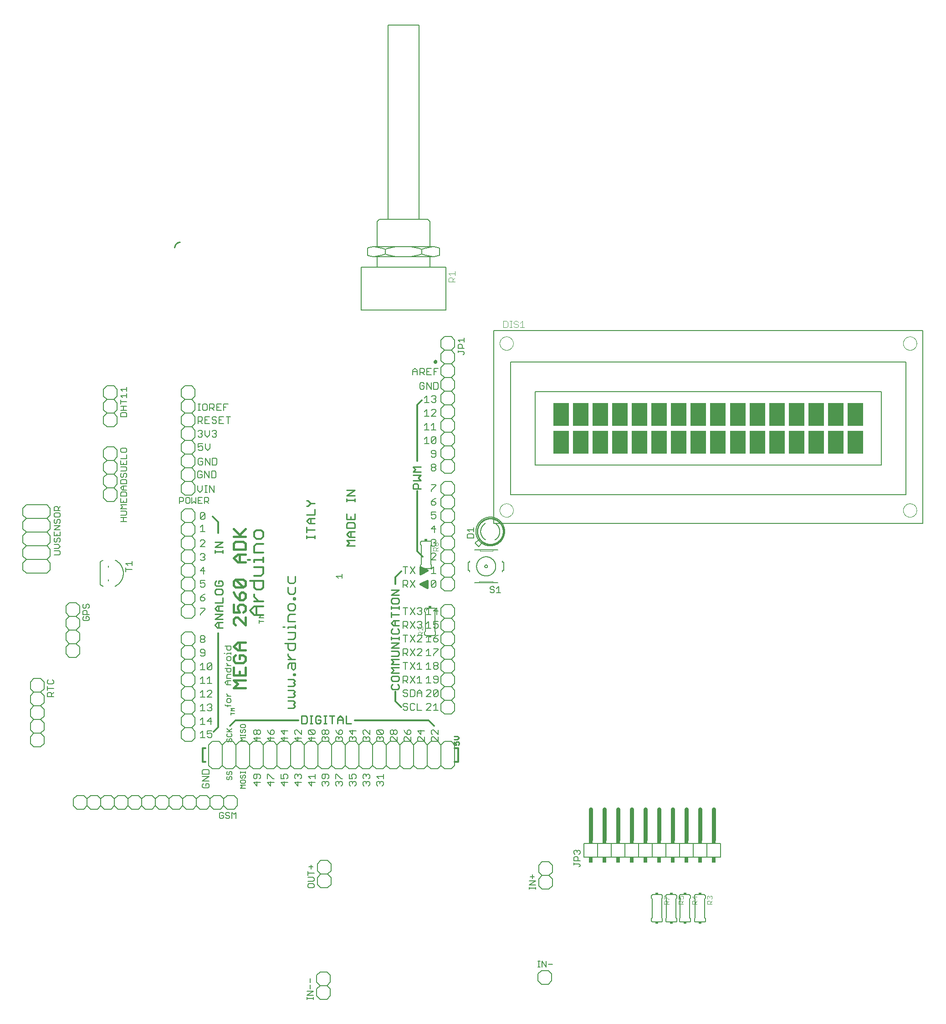
<source format=gto>
G75*
%MOIN*%
%OFA0B0*%
%FSLAX25Y25*%
%IPPOS*%
%LPD*%
%AMOC8*
5,1,8,0,0,1.08239X$1,22.5*
%
%ADD10C,0.01000*%
%ADD11C,0.01200*%
%ADD12C,0.01600*%
%ADD13C,0.00700*%
%ADD14C,0.01300*%
%ADD15C,0.00800*%
%ADD16C,0.00600*%
%ADD17C,0.01100*%
%ADD18C,0.00900*%
%ADD19C,0.00500*%
%ADD20C,0.01500*%
%ADD21C,0.00400*%
%ADD22R,0.02000X0.01500*%
%ADD23R,0.11614X0.17126*%
%ADD24C,0.00000*%
%ADD25C,0.00200*%
%ADD26C,0.03000*%
%ADD27R,0.03000X0.02000*%
%ADD28R,0.03000X0.04000*%
D10*
X0215129Y0216315D02*
X0218932Y0216315D01*
X0220200Y0217583D01*
X0218932Y0218851D01*
X0220200Y0220119D01*
X0218932Y0221386D01*
X0215129Y0221386D01*
X0215129Y0224234D02*
X0218932Y0224234D01*
X0220200Y0225502D01*
X0218932Y0226770D01*
X0220200Y0228037D01*
X0218932Y0229305D01*
X0215129Y0229305D01*
X0215129Y0232153D02*
X0218932Y0232153D01*
X0220200Y0233421D01*
X0218932Y0234688D01*
X0220200Y0235956D01*
X0218932Y0237224D01*
X0215129Y0237224D01*
X0218932Y0240072D02*
X0218932Y0241339D01*
X0220200Y0241339D01*
X0220200Y0240072D01*
X0218932Y0240072D01*
X0218932Y0244031D02*
X0217665Y0245299D01*
X0217665Y0249102D01*
X0216397Y0249102D02*
X0220200Y0249102D01*
X0220200Y0245299D01*
X0218932Y0244031D01*
X0215129Y0245299D02*
X0215129Y0247834D01*
X0216397Y0249102D01*
X0217665Y0251950D02*
X0215129Y0254485D01*
X0215129Y0255753D01*
X0216397Y0258549D02*
X0215129Y0259817D01*
X0215129Y0263620D01*
X0212594Y0263620D02*
X0220200Y0263620D01*
X0220200Y0259817D01*
X0218932Y0258549D01*
X0216397Y0258549D01*
X0215129Y0251950D02*
X0220200Y0251950D01*
X0218932Y0266468D02*
X0215129Y0266468D01*
X0218932Y0266468D02*
X0220200Y0267735D01*
X0220200Y0271539D01*
X0215129Y0271539D01*
X0215129Y0274386D02*
X0215129Y0275654D01*
X0220200Y0275654D01*
X0220200Y0274386D02*
X0220200Y0276922D01*
X0220200Y0279665D02*
X0215129Y0279665D01*
X0215129Y0283469D01*
X0216397Y0284736D01*
X0220200Y0284736D01*
X0218932Y0287584D02*
X0216397Y0287584D01*
X0215129Y0288852D01*
X0215129Y0291388D01*
X0216397Y0292655D01*
X0218932Y0292655D01*
X0220200Y0291388D01*
X0220200Y0288852D01*
X0218932Y0287584D01*
X0218932Y0295503D02*
X0218932Y0296771D01*
X0220200Y0296771D01*
X0220200Y0295503D01*
X0218932Y0295503D01*
X0218932Y0299462D02*
X0220200Y0300730D01*
X0220200Y0304533D01*
X0218932Y0307381D02*
X0220200Y0308649D01*
X0220200Y0312452D01*
X0215129Y0312452D02*
X0215129Y0308649D01*
X0216397Y0307381D01*
X0218932Y0307381D01*
X0215129Y0304533D02*
X0215129Y0300730D01*
X0216397Y0299462D01*
X0218932Y0299462D01*
X0212594Y0275654D02*
X0211326Y0275654D01*
X0167200Y0274977D02*
X0163463Y0274977D01*
X0161595Y0276845D01*
X0163463Y0278713D01*
X0167200Y0278713D01*
X0167200Y0281054D02*
X0161595Y0281054D01*
X0167200Y0284790D01*
X0161595Y0284790D01*
X0163463Y0287131D02*
X0161595Y0288999D01*
X0163463Y0290867D01*
X0167200Y0290867D01*
X0167200Y0293208D02*
X0167200Y0296945D01*
X0166266Y0299285D02*
X0167200Y0300219D01*
X0167200Y0302088D01*
X0166266Y0303022D01*
X0162529Y0303022D01*
X0161595Y0302088D01*
X0161595Y0300219D01*
X0162529Y0299285D01*
X0166266Y0299285D01*
X0166266Y0305363D02*
X0162529Y0305363D01*
X0161595Y0306297D01*
X0161595Y0308165D01*
X0162529Y0309099D01*
X0164398Y0309099D02*
X0164398Y0307231D01*
X0164398Y0309099D02*
X0166266Y0309099D01*
X0167200Y0308165D01*
X0167200Y0306297D01*
X0166266Y0305363D01*
X0167200Y0293208D02*
X0161595Y0293208D01*
X0164398Y0290867D02*
X0164398Y0287131D01*
X0163463Y0287131D02*
X0167200Y0287131D01*
X0164398Y0278713D02*
X0164398Y0274977D01*
X0167200Y0329671D02*
X0167200Y0331540D01*
X0167200Y0330605D02*
X0161595Y0330605D01*
X0161595Y0329671D02*
X0161595Y0331540D01*
X0161595Y0333723D02*
X0167200Y0337459D01*
X0161595Y0337459D01*
X0161595Y0333723D02*
X0167200Y0333723D01*
X0225100Y0210405D02*
X0227902Y0210405D01*
X0228837Y0209471D01*
X0228837Y0205734D01*
X0227902Y0204800D01*
X0225100Y0204800D01*
X0225100Y0210405D01*
X0231177Y0210405D02*
X0233045Y0210405D01*
X0232111Y0210405D02*
X0232111Y0204800D01*
X0231177Y0204800D02*
X0233045Y0204800D01*
X0235229Y0205734D02*
X0236163Y0204800D01*
X0238031Y0204800D01*
X0238965Y0205734D01*
X0238965Y0207602D01*
X0237097Y0207602D01*
X0235229Y0205734D02*
X0235229Y0209471D01*
X0236163Y0210405D01*
X0238031Y0210405D01*
X0238965Y0209471D01*
X0241306Y0210405D02*
X0243174Y0210405D01*
X0242240Y0210405D02*
X0242240Y0204800D01*
X0241306Y0204800D02*
X0243174Y0204800D01*
X0247226Y0204800D02*
X0247226Y0210405D01*
X0249094Y0210405D02*
X0245357Y0210405D01*
X0251434Y0208537D02*
X0253303Y0210405D01*
X0255171Y0208537D01*
X0255171Y0204800D01*
X0257512Y0204800D02*
X0261248Y0204800D01*
X0257512Y0204800D02*
X0257512Y0210405D01*
X0255171Y0207602D02*
X0251434Y0207602D01*
X0251434Y0208537D02*
X0251434Y0204800D01*
X0290595Y0230782D02*
X0291529Y0229848D01*
X0295266Y0229848D01*
X0296200Y0230782D01*
X0296200Y0232650D01*
X0295266Y0233584D01*
X0295266Y0235925D02*
X0296200Y0236859D01*
X0296200Y0238728D01*
X0295266Y0239662D01*
X0291529Y0239662D01*
X0290595Y0238728D01*
X0290595Y0236859D01*
X0291529Y0235925D01*
X0295266Y0235925D01*
X0291529Y0233584D02*
X0290595Y0232650D01*
X0290595Y0230782D01*
X0290595Y0242002D02*
X0292463Y0243871D01*
X0290595Y0245739D01*
X0296200Y0245739D01*
X0296200Y0248080D02*
X0290595Y0248080D01*
X0292463Y0249948D01*
X0290595Y0251816D01*
X0296200Y0251816D01*
X0295266Y0254157D02*
X0296200Y0255091D01*
X0296200Y0256959D01*
X0295266Y0257893D01*
X0290595Y0257893D01*
X0290595Y0260234D02*
X0296200Y0263970D01*
X0290595Y0263970D01*
X0290595Y0266311D02*
X0290595Y0268179D01*
X0290595Y0267245D02*
X0296200Y0267245D01*
X0296200Y0266311D02*
X0296200Y0268179D01*
X0295266Y0270363D02*
X0296200Y0271297D01*
X0296200Y0273165D01*
X0295266Y0274099D01*
X0296200Y0276440D02*
X0292463Y0276440D01*
X0290595Y0278308D01*
X0292463Y0280176D01*
X0296200Y0280176D01*
X0293398Y0280176D02*
X0293398Y0276440D01*
X0291529Y0274099D02*
X0290595Y0273165D01*
X0290595Y0271297D01*
X0291529Y0270363D01*
X0295266Y0270363D01*
X0296200Y0260234D02*
X0290595Y0260234D01*
X0290595Y0254157D02*
X0295266Y0254157D01*
X0296200Y0242002D02*
X0290595Y0242002D01*
X0290595Y0282517D02*
X0290595Y0286253D01*
X0290595Y0284385D02*
X0296200Y0284385D01*
X0296200Y0288594D02*
X0296200Y0290462D01*
X0296200Y0289528D02*
X0290595Y0289528D01*
X0290595Y0288594D02*
X0290595Y0290462D01*
X0291529Y0292646D02*
X0295266Y0292646D01*
X0296200Y0293580D01*
X0296200Y0295448D01*
X0295266Y0296382D01*
X0291529Y0296382D01*
X0290595Y0295448D01*
X0290595Y0293580D01*
X0291529Y0292646D01*
X0290595Y0298723D02*
X0296200Y0302459D01*
X0290595Y0302459D01*
X0290595Y0298723D02*
X0296200Y0298723D01*
X0353600Y0345300D02*
X0353603Y0345533D01*
X0353611Y0345766D01*
X0353626Y0345999D01*
X0353646Y0346231D01*
X0353671Y0346463D01*
X0353703Y0346694D01*
X0353740Y0346924D01*
X0353783Y0347153D01*
X0353831Y0347381D01*
X0353885Y0347608D01*
X0353944Y0347834D01*
X0354009Y0348058D01*
X0354079Y0348280D01*
X0354155Y0348500D01*
X0354237Y0348719D01*
X0354323Y0348935D01*
X0354415Y0349150D01*
X0354512Y0349362D01*
X0354614Y0349571D01*
X0354722Y0349778D01*
X0354834Y0349983D01*
X0354952Y0350184D01*
X0355074Y0350382D01*
X0355201Y0350578D01*
X0355333Y0350770D01*
X0355470Y0350959D01*
X0355611Y0351145D01*
X0355756Y0351327D01*
X0355907Y0351505D01*
X0356061Y0351680D01*
X0356220Y0351851D01*
X0356382Y0352018D01*
X0356549Y0352180D01*
X0356720Y0352339D01*
X0356895Y0352493D01*
X0357073Y0352644D01*
X0357255Y0352789D01*
X0357441Y0352930D01*
X0357630Y0353067D01*
X0357822Y0353199D01*
X0358018Y0353326D01*
X0358216Y0353448D01*
X0358417Y0353566D01*
X0358622Y0353678D01*
X0358829Y0353786D01*
X0359038Y0353888D01*
X0359250Y0353985D01*
X0359465Y0354077D01*
X0359681Y0354163D01*
X0359900Y0354245D01*
X0360120Y0354321D01*
X0360342Y0354391D01*
X0360566Y0354456D01*
X0360792Y0354515D01*
X0361019Y0354569D01*
X0361247Y0354617D01*
X0361476Y0354660D01*
X0361706Y0354697D01*
X0361937Y0354729D01*
X0362169Y0354754D01*
X0362401Y0354774D01*
X0362634Y0354789D01*
X0362867Y0354797D01*
X0363100Y0354800D01*
X0363333Y0354797D01*
X0363566Y0354789D01*
X0363799Y0354774D01*
X0364031Y0354754D01*
X0364263Y0354729D01*
X0364494Y0354697D01*
X0364724Y0354660D01*
X0364953Y0354617D01*
X0365181Y0354569D01*
X0365408Y0354515D01*
X0365634Y0354456D01*
X0365858Y0354391D01*
X0366080Y0354321D01*
X0366300Y0354245D01*
X0366519Y0354163D01*
X0366735Y0354077D01*
X0366950Y0353985D01*
X0367162Y0353888D01*
X0367371Y0353786D01*
X0367578Y0353678D01*
X0367783Y0353566D01*
X0367984Y0353448D01*
X0368182Y0353326D01*
X0368378Y0353199D01*
X0368570Y0353067D01*
X0368759Y0352930D01*
X0368945Y0352789D01*
X0369127Y0352644D01*
X0369305Y0352493D01*
X0369480Y0352339D01*
X0369651Y0352180D01*
X0369818Y0352018D01*
X0369980Y0351851D01*
X0370139Y0351680D01*
X0370293Y0351505D01*
X0370444Y0351327D01*
X0370589Y0351145D01*
X0370730Y0350959D01*
X0370867Y0350770D01*
X0370999Y0350578D01*
X0371126Y0350382D01*
X0371248Y0350184D01*
X0371366Y0349983D01*
X0371478Y0349778D01*
X0371586Y0349571D01*
X0371688Y0349362D01*
X0371785Y0349150D01*
X0371877Y0348935D01*
X0371963Y0348719D01*
X0372045Y0348500D01*
X0372121Y0348280D01*
X0372191Y0348058D01*
X0372256Y0347834D01*
X0372315Y0347608D01*
X0372369Y0347381D01*
X0372417Y0347153D01*
X0372460Y0346924D01*
X0372497Y0346694D01*
X0372529Y0346463D01*
X0372554Y0346231D01*
X0372574Y0345999D01*
X0372589Y0345766D01*
X0372597Y0345533D01*
X0372600Y0345300D01*
X0372597Y0345067D01*
X0372589Y0344834D01*
X0372574Y0344601D01*
X0372554Y0344369D01*
X0372529Y0344137D01*
X0372497Y0343906D01*
X0372460Y0343676D01*
X0372417Y0343447D01*
X0372369Y0343219D01*
X0372315Y0342992D01*
X0372256Y0342766D01*
X0372191Y0342542D01*
X0372121Y0342320D01*
X0372045Y0342100D01*
X0371963Y0341881D01*
X0371877Y0341665D01*
X0371785Y0341450D01*
X0371688Y0341238D01*
X0371586Y0341029D01*
X0371478Y0340822D01*
X0371366Y0340617D01*
X0371248Y0340416D01*
X0371126Y0340218D01*
X0370999Y0340022D01*
X0370867Y0339830D01*
X0370730Y0339641D01*
X0370589Y0339455D01*
X0370444Y0339273D01*
X0370293Y0339095D01*
X0370139Y0338920D01*
X0369980Y0338749D01*
X0369818Y0338582D01*
X0369651Y0338420D01*
X0369480Y0338261D01*
X0369305Y0338107D01*
X0369127Y0337956D01*
X0368945Y0337811D01*
X0368759Y0337670D01*
X0368570Y0337533D01*
X0368378Y0337401D01*
X0368182Y0337274D01*
X0367984Y0337152D01*
X0367783Y0337034D01*
X0367578Y0336922D01*
X0367371Y0336814D01*
X0367162Y0336712D01*
X0366950Y0336615D01*
X0366735Y0336523D01*
X0366519Y0336437D01*
X0366300Y0336355D01*
X0366080Y0336279D01*
X0365858Y0336209D01*
X0365634Y0336144D01*
X0365408Y0336085D01*
X0365181Y0336031D01*
X0364953Y0335983D01*
X0364724Y0335940D01*
X0364494Y0335903D01*
X0364263Y0335871D01*
X0364031Y0335846D01*
X0363799Y0335826D01*
X0363566Y0335811D01*
X0363333Y0335803D01*
X0363100Y0335800D01*
X0362867Y0335803D01*
X0362634Y0335811D01*
X0362401Y0335826D01*
X0362169Y0335846D01*
X0361937Y0335871D01*
X0361706Y0335903D01*
X0361476Y0335940D01*
X0361247Y0335983D01*
X0361019Y0336031D01*
X0360792Y0336085D01*
X0360566Y0336144D01*
X0360342Y0336209D01*
X0360120Y0336279D01*
X0359900Y0336355D01*
X0359681Y0336437D01*
X0359465Y0336523D01*
X0359250Y0336615D01*
X0359038Y0336712D01*
X0358829Y0336814D01*
X0358622Y0336922D01*
X0358417Y0337034D01*
X0358216Y0337152D01*
X0358018Y0337274D01*
X0357822Y0337401D01*
X0357630Y0337533D01*
X0357441Y0337670D01*
X0357255Y0337811D01*
X0357073Y0337956D01*
X0356895Y0338107D01*
X0356720Y0338261D01*
X0356549Y0338420D01*
X0356382Y0338582D01*
X0356220Y0338749D01*
X0356061Y0338920D01*
X0355907Y0339095D01*
X0355756Y0339273D01*
X0355611Y0339455D01*
X0355470Y0339641D01*
X0355333Y0339830D01*
X0355201Y0340022D01*
X0355074Y0340218D01*
X0354952Y0340416D01*
X0354834Y0340617D01*
X0354722Y0340822D01*
X0354614Y0341029D01*
X0354512Y0341238D01*
X0354415Y0341450D01*
X0354323Y0341665D01*
X0354237Y0341881D01*
X0354155Y0342100D01*
X0354079Y0342320D01*
X0354009Y0342542D01*
X0353944Y0342766D01*
X0353885Y0342992D01*
X0353831Y0343219D01*
X0353783Y0343447D01*
X0353740Y0343676D01*
X0353703Y0343906D01*
X0353671Y0344137D01*
X0353646Y0344369D01*
X0353626Y0344601D01*
X0353611Y0344834D01*
X0353603Y0345067D01*
X0353600Y0345300D01*
X0312200Y0376568D02*
X0306595Y0376568D01*
X0306595Y0379371D01*
X0307529Y0380305D01*
X0309398Y0380305D01*
X0310332Y0379371D01*
X0310332Y0376568D01*
X0312200Y0382646D02*
X0310332Y0384514D01*
X0312200Y0386382D01*
X0306595Y0386382D01*
X0306595Y0388723D02*
X0308463Y0390591D01*
X0306595Y0392459D01*
X0312200Y0392459D01*
X0312200Y0388723D02*
X0306595Y0388723D01*
X0306595Y0382646D02*
X0312200Y0382646D01*
X0136037Y0556800D02*
X0135913Y0556798D01*
X0135790Y0556792D01*
X0135666Y0556783D01*
X0135544Y0556769D01*
X0135421Y0556752D01*
X0135299Y0556730D01*
X0135178Y0556705D01*
X0135058Y0556676D01*
X0134939Y0556644D01*
X0134820Y0556607D01*
X0134703Y0556567D01*
X0134588Y0556524D01*
X0134473Y0556476D01*
X0134361Y0556425D01*
X0134250Y0556371D01*
X0134140Y0556313D01*
X0134033Y0556252D01*
X0133927Y0556187D01*
X0133824Y0556119D01*
X0133723Y0556048D01*
X0133624Y0555974D01*
X0133527Y0555897D01*
X0133433Y0555816D01*
X0133342Y0555733D01*
X0133253Y0555647D01*
X0133167Y0555558D01*
X0133084Y0555467D01*
X0133003Y0555373D01*
X0132926Y0555276D01*
X0132852Y0555177D01*
X0132781Y0555076D01*
X0132713Y0554973D01*
X0132648Y0554867D01*
X0132587Y0554760D01*
X0132529Y0554650D01*
X0132475Y0554539D01*
X0132424Y0554427D01*
X0132376Y0554312D01*
X0132333Y0554197D01*
X0132293Y0554080D01*
X0132256Y0553961D01*
X0132224Y0553842D01*
X0132195Y0553722D01*
X0132170Y0553601D01*
X0132148Y0553479D01*
X0132131Y0553356D01*
X0132117Y0553234D01*
X0132108Y0553110D01*
X0132102Y0552987D01*
X0132100Y0552863D01*
D11*
X0309600Y0437800D02*
X0309600Y0396800D01*
X0309600Y0374800D02*
X0309600Y0330800D01*
X0313600Y0326800D01*
X0298100Y0316300D02*
X0293600Y0311800D01*
X0293600Y0306800D01*
X0293600Y0228300D02*
X0293600Y0221300D01*
X0298100Y0216800D01*
X0318100Y0207300D02*
X0322100Y0203300D01*
X0318100Y0207300D02*
X0264100Y0207300D01*
X0222600Y0207300D02*
X0176600Y0207300D01*
X0172600Y0203300D01*
X0164100Y0202300D02*
X0160600Y0198800D01*
X0164100Y0202300D02*
X0164100Y0270800D01*
X0164100Y0344300D02*
X0164100Y0352300D01*
X0160100Y0356300D01*
X0309600Y0437800D02*
X0313100Y0441300D01*
X0322393Y0469300D02*
X0322395Y0469353D01*
X0322401Y0469405D01*
X0322411Y0469457D01*
X0322424Y0469508D01*
X0322442Y0469558D01*
X0322463Y0469607D01*
X0322488Y0469654D01*
X0322516Y0469698D01*
X0322547Y0469741D01*
X0322582Y0469781D01*
X0322619Y0469818D01*
X0322659Y0469853D01*
X0322702Y0469884D01*
X0322747Y0469912D01*
X0322793Y0469937D01*
X0322842Y0469958D01*
X0322892Y0469976D01*
X0322943Y0469989D01*
X0322995Y0469999D01*
X0323047Y0470005D01*
X0323100Y0470007D01*
X0323153Y0470005D01*
X0323205Y0469999D01*
X0323257Y0469989D01*
X0323308Y0469976D01*
X0323358Y0469958D01*
X0323407Y0469937D01*
X0323454Y0469912D01*
X0323498Y0469884D01*
X0323541Y0469853D01*
X0323581Y0469818D01*
X0323618Y0469781D01*
X0323653Y0469741D01*
X0323684Y0469698D01*
X0323712Y0469653D01*
X0323737Y0469607D01*
X0323758Y0469558D01*
X0323776Y0469508D01*
X0323789Y0469457D01*
X0323799Y0469405D01*
X0323805Y0469353D01*
X0323807Y0469300D01*
X0323805Y0469247D01*
X0323799Y0469195D01*
X0323789Y0469143D01*
X0323776Y0469092D01*
X0323758Y0469042D01*
X0323737Y0468993D01*
X0323712Y0468946D01*
X0323684Y0468902D01*
X0323653Y0468859D01*
X0323618Y0468819D01*
X0323581Y0468782D01*
X0323541Y0468747D01*
X0323498Y0468716D01*
X0323453Y0468688D01*
X0323407Y0468663D01*
X0323358Y0468642D01*
X0323308Y0468624D01*
X0323257Y0468611D01*
X0323205Y0468601D01*
X0323153Y0468595D01*
X0323100Y0468593D01*
X0323047Y0468595D01*
X0322995Y0468601D01*
X0322943Y0468611D01*
X0322892Y0468624D01*
X0322842Y0468642D01*
X0322793Y0468663D01*
X0322746Y0468688D01*
X0322702Y0468716D01*
X0322659Y0468747D01*
X0322619Y0468782D01*
X0322582Y0468819D01*
X0322547Y0468859D01*
X0322516Y0468902D01*
X0322488Y0468947D01*
X0322463Y0468993D01*
X0322442Y0469042D01*
X0322424Y0469092D01*
X0322411Y0469143D01*
X0322401Y0469195D01*
X0322395Y0469247D01*
X0322393Y0469300D01*
X0337100Y0186800D02*
X0339600Y0186800D01*
X0339600Y0176800D01*
X0337100Y0176800D01*
X0154600Y0176800D02*
X0152600Y0176800D01*
X0152600Y0186800D01*
X0154600Y0186800D01*
D12*
X0312100Y0306800D02*
X0317100Y0309300D01*
X0314600Y0306800D01*
X0317100Y0306800D01*
X0317100Y0304300D01*
X0314600Y0306800D01*
X0312100Y0306800D02*
X0317100Y0304300D01*
X0317100Y0306800D02*
X0317100Y0309300D01*
X0312100Y0314300D02*
X0312100Y0316800D01*
X0314600Y0316800D01*
X0312100Y0314300D01*
X0317100Y0316800D01*
X0312100Y0319300D01*
X0314600Y0316800D01*
X0312100Y0316800D02*
X0312100Y0319300D01*
D13*
X0307876Y0319554D02*
X0304606Y0314650D01*
X0307876Y0314650D02*
X0304606Y0319554D01*
X0302719Y0319554D02*
X0299450Y0319554D01*
X0301085Y0319554D02*
X0301085Y0314650D01*
X0301902Y0309554D02*
X0302719Y0308737D01*
X0302719Y0307102D01*
X0301902Y0306285D01*
X0299450Y0306285D01*
X0301085Y0306285D02*
X0302719Y0304650D01*
X0304606Y0304650D02*
X0307876Y0309554D01*
X0304606Y0309554D02*
X0307876Y0304650D01*
X0301902Y0309554D02*
X0299450Y0309554D01*
X0299450Y0304650D01*
X0299450Y0289554D02*
X0302719Y0289554D01*
X0301085Y0289554D02*
X0301085Y0284650D01*
X0304606Y0284650D02*
X0307876Y0289554D01*
X0309763Y0288737D02*
X0310580Y0289554D01*
X0312215Y0289554D01*
X0313032Y0288737D01*
X0313032Y0287919D01*
X0312215Y0287102D01*
X0313032Y0286285D01*
X0313032Y0285467D01*
X0312215Y0284650D01*
X0310580Y0284650D01*
X0309763Y0285467D01*
X0307876Y0284650D02*
X0304606Y0289554D01*
X0311398Y0287102D02*
X0312215Y0287102D01*
X0316450Y0287919D02*
X0318085Y0289554D01*
X0318085Y0284650D01*
X0319719Y0284650D02*
X0316450Y0284650D01*
X0318085Y0279554D02*
X0318085Y0274650D01*
X0319719Y0274650D02*
X0316450Y0274650D01*
X0316450Y0277919D02*
X0318085Y0279554D01*
X0321606Y0279554D02*
X0321606Y0277102D01*
X0323241Y0277919D01*
X0324058Y0277919D01*
X0324876Y0277102D01*
X0324876Y0275467D01*
X0324058Y0274650D01*
X0322424Y0274650D01*
X0321606Y0275467D01*
X0321606Y0279554D02*
X0324876Y0279554D01*
X0324058Y0284650D02*
X0324058Y0289554D01*
X0321606Y0287102D01*
X0324876Y0287102D01*
X0313032Y0278737D02*
X0313032Y0277919D01*
X0312215Y0277102D01*
X0313032Y0276285D01*
X0313032Y0275467D01*
X0312215Y0274650D01*
X0310580Y0274650D01*
X0309763Y0275467D01*
X0307876Y0274650D02*
X0304606Y0279554D01*
X0302719Y0278737D02*
X0302719Y0277102D01*
X0301902Y0276285D01*
X0299450Y0276285D01*
X0301085Y0276285D02*
X0302719Y0274650D01*
X0304606Y0274650D02*
X0307876Y0279554D01*
X0309763Y0278737D02*
X0310580Y0279554D01*
X0312215Y0279554D01*
X0313032Y0278737D01*
X0312215Y0277102D02*
X0311398Y0277102D01*
X0312215Y0269554D02*
X0310580Y0269554D01*
X0309763Y0268737D01*
X0307876Y0269554D02*
X0304606Y0264650D01*
X0307876Y0264650D02*
X0304606Y0269554D01*
X0302719Y0269554D02*
X0299450Y0269554D01*
X0301085Y0269554D02*
X0301085Y0264650D01*
X0301902Y0259554D02*
X0302719Y0258737D01*
X0302719Y0257102D01*
X0301902Y0256285D01*
X0299450Y0256285D01*
X0301085Y0256285D02*
X0302719Y0254650D01*
X0304606Y0254650D02*
X0307876Y0259554D01*
X0309763Y0258737D02*
X0310580Y0259554D01*
X0312215Y0259554D01*
X0313032Y0258737D01*
X0313032Y0257919D01*
X0309763Y0254650D01*
X0313032Y0254650D01*
X0316450Y0254650D02*
X0319719Y0254650D01*
X0318085Y0254650D02*
X0318085Y0259554D01*
X0316450Y0257919D01*
X0321606Y0259554D02*
X0324876Y0259554D01*
X0324876Y0258737D01*
X0321606Y0255467D01*
X0321606Y0254650D01*
X0322424Y0249554D02*
X0324058Y0249554D01*
X0324876Y0248737D01*
X0324876Y0247919D01*
X0324058Y0247102D01*
X0322424Y0247102D01*
X0321606Y0247919D01*
X0321606Y0248737D01*
X0322424Y0249554D01*
X0322424Y0247102D02*
X0321606Y0246285D01*
X0321606Y0245467D01*
X0322424Y0244650D01*
X0324058Y0244650D01*
X0324876Y0245467D01*
X0324876Y0246285D01*
X0324058Y0247102D01*
X0319719Y0244650D02*
X0316450Y0244650D01*
X0318085Y0244650D02*
X0318085Y0249554D01*
X0316450Y0247919D01*
X0313032Y0244650D02*
X0309763Y0244650D01*
X0311398Y0244650D02*
X0311398Y0249554D01*
X0309763Y0247919D01*
X0307876Y0249554D02*
X0304606Y0244650D01*
X0307876Y0244650D02*
X0304606Y0249554D01*
X0302719Y0249554D02*
X0299450Y0249554D01*
X0301085Y0249554D02*
X0301085Y0244650D01*
X0301902Y0239554D02*
X0299450Y0239554D01*
X0299450Y0234650D01*
X0299450Y0236285D02*
X0301902Y0236285D01*
X0302719Y0237102D01*
X0302719Y0238737D01*
X0301902Y0239554D01*
X0304606Y0239554D02*
X0307876Y0234650D01*
X0309763Y0234650D02*
X0313032Y0234650D01*
X0311398Y0234650D02*
X0311398Y0239554D01*
X0309763Y0237919D01*
X0307876Y0239554D02*
X0304606Y0234650D01*
X0302719Y0234650D02*
X0301085Y0236285D01*
X0301902Y0229554D02*
X0300267Y0229554D01*
X0299450Y0228737D01*
X0299450Y0227919D01*
X0300267Y0227102D01*
X0301902Y0227102D01*
X0302719Y0226285D01*
X0302719Y0225467D01*
X0301902Y0224650D01*
X0300267Y0224650D01*
X0299450Y0225467D01*
X0302719Y0228737D02*
X0301902Y0229554D01*
X0304606Y0229554D02*
X0307058Y0229554D01*
X0307876Y0228737D01*
X0307876Y0225467D01*
X0307058Y0224650D01*
X0304606Y0224650D01*
X0304606Y0229554D01*
X0309763Y0227919D02*
X0311398Y0229554D01*
X0313032Y0227919D01*
X0313032Y0224650D01*
X0313032Y0227102D02*
X0309763Y0227102D01*
X0309763Y0227919D02*
X0309763Y0224650D01*
X0309763Y0219554D02*
X0309763Y0214650D01*
X0313032Y0214650D01*
X0316450Y0214650D02*
X0319719Y0217919D01*
X0319719Y0218737D01*
X0318902Y0219554D01*
X0317267Y0219554D01*
X0316450Y0218737D01*
X0316450Y0214650D02*
X0319719Y0214650D01*
X0321606Y0214650D02*
X0324876Y0214650D01*
X0323241Y0214650D02*
X0323241Y0219554D01*
X0321606Y0217919D01*
X0322424Y0224650D02*
X0321606Y0225467D01*
X0324876Y0228737D01*
X0324876Y0225467D01*
X0324058Y0224650D01*
X0322424Y0224650D01*
X0321606Y0225467D02*
X0321606Y0228737D01*
X0322424Y0229554D01*
X0324058Y0229554D01*
X0324876Y0228737D01*
X0319719Y0228737D02*
X0318902Y0229554D01*
X0317267Y0229554D01*
X0316450Y0228737D01*
X0319719Y0228737D02*
X0319719Y0227919D01*
X0316450Y0224650D01*
X0319719Y0224650D01*
X0319719Y0234650D02*
X0316450Y0234650D01*
X0318085Y0234650D02*
X0318085Y0239554D01*
X0316450Y0237919D01*
X0321606Y0237919D02*
X0322424Y0237102D01*
X0324876Y0237102D01*
X0324876Y0235467D02*
X0324876Y0238737D01*
X0324058Y0239554D01*
X0322424Y0239554D01*
X0321606Y0238737D01*
X0321606Y0237919D01*
X0321606Y0235467D02*
X0322424Y0234650D01*
X0324058Y0234650D01*
X0324876Y0235467D01*
X0307876Y0218737D02*
X0307058Y0219554D01*
X0305424Y0219554D01*
X0304606Y0218737D01*
X0304606Y0215467D01*
X0305424Y0214650D01*
X0307058Y0214650D01*
X0307876Y0215467D01*
X0302719Y0215467D02*
X0301902Y0214650D01*
X0300267Y0214650D01*
X0299450Y0215467D01*
X0300267Y0217102D02*
X0299450Y0217919D01*
X0299450Y0218737D01*
X0300267Y0219554D01*
X0301902Y0219554D01*
X0302719Y0218737D01*
X0301902Y0217102D02*
X0302719Y0216285D01*
X0302719Y0215467D01*
X0301902Y0217102D02*
X0300267Y0217102D01*
X0299946Y0200263D02*
X0300763Y0198628D01*
X0302398Y0196994D01*
X0302398Y0199446D01*
X0303215Y0200263D01*
X0304033Y0200263D01*
X0304850Y0199446D01*
X0304850Y0197811D01*
X0304033Y0196994D01*
X0302398Y0196994D01*
X0301581Y0195107D02*
X0300763Y0195107D01*
X0299946Y0194289D01*
X0299946Y0192655D01*
X0300763Y0191837D01*
X0301581Y0195107D02*
X0304850Y0191837D01*
X0304850Y0195107D01*
X0309946Y0194289D02*
X0309946Y0192655D01*
X0310763Y0191837D01*
X0309946Y0194289D02*
X0310763Y0195107D01*
X0311581Y0195107D01*
X0314850Y0191837D01*
X0314850Y0195107D01*
X0312398Y0196994D02*
X0312398Y0200263D01*
X0314850Y0199446D02*
X0309946Y0199446D01*
X0312398Y0196994D01*
X0319946Y0197811D02*
X0320763Y0196994D01*
X0319946Y0197811D02*
X0319946Y0199446D01*
X0320763Y0200263D01*
X0321581Y0200263D01*
X0324850Y0196994D01*
X0324850Y0200263D01*
X0324850Y0195107D02*
X0324850Y0191837D01*
X0321581Y0195107D01*
X0320763Y0195107D01*
X0319946Y0194289D01*
X0319946Y0192655D01*
X0320763Y0191837D01*
X0294850Y0191837D02*
X0291581Y0195107D01*
X0290763Y0195107D01*
X0289946Y0194289D01*
X0289946Y0192655D01*
X0290763Y0191837D01*
X0294850Y0191837D02*
X0294850Y0195107D01*
X0294033Y0196994D02*
X0293215Y0196994D01*
X0292398Y0197811D01*
X0292398Y0199446D01*
X0293215Y0200263D01*
X0294033Y0200263D01*
X0294850Y0199446D01*
X0294850Y0197811D01*
X0294033Y0196994D01*
X0292398Y0197811D02*
X0291581Y0196994D01*
X0290763Y0196994D01*
X0289946Y0197811D01*
X0289946Y0199446D01*
X0290763Y0200263D01*
X0291581Y0200263D01*
X0292398Y0199446D01*
X0284850Y0199446D02*
X0284850Y0197811D01*
X0284033Y0196994D01*
X0280763Y0200263D01*
X0284033Y0200263D01*
X0284850Y0199446D01*
X0284033Y0196994D02*
X0280763Y0196994D01*
X0279946Y0197811D01*
X0279946Y0199446D01*
X0280763Y0200263D01*
X0280763Y0195107D02*
X0281581Y0195107D01*
X0282398Y0194289D01*
X0283215Y0195107D01*
X0284033Y0195107D01*
X0284850Y0194289D01*
X0284850Y0192655D01*
X0284033Y0191837D01*
X0282398Y0193472D02*
X0282398Y0194289D01*
X0280763Y0195107D02*
X0279946Y0194289D01*
X0279946Y0192655D01*
X0280763Y0191837D01*
X0274850Y0192655D02*
X0274850Y0194289D01*
X0274033Y0195107D01*
X0273215Y0195107D01*
X0272398Y0194289D01*
X0272398Y0193472D01*
X0272398Y0194289D02*
X0271581Y0195107D01*
X0270763Y0195107D01*
X0269946Y0194289D01*
X0269946Y0192655D01*
X0270763Y0191837D01*
X0274033Y0191837D02*
X0274850Y0192655D01*
X0274850Y0196994D02*
X0271581Y0200263D01*
X0270763Y0200263D01*
X0269946Y0199446D01*
X0269946Y0197811D01*
X0270763Y0196994D01*
X0274850Y0196994D02*
X0274850Y0200263D01*
X0264850Y0199446D02*
X0259946Y0199446D01*
X0262398Y0196994D01*
X0262398Y0200263D01*
X0263215Y0195107D02*
X0264033Y0195107D01*
X0264850Y0194289D01*
X0264850Y0192655D01*
X0264033Y0191837D01*
X0262398Y0193472D02*
X0262398Y0194289D01*
X0263215Y0195107D01*
X0262398Y0194289D02*
X0261581Y0195107D01*
X0260763Y0195107D01*
X0259946Y0194289D01*
X0259946Y0192655D01*
X0260763Y0191837D01*
X0254850Y0192655D02*
X0254850Y0194289D01*
X0254033Y0195107D01*
X0253215Y0195107D01*
X0252398Y0194289D01*
X0252398Y0193472D01*
X0252398Y0194289D02*
X0251581Y0195107D01*
X0250763Y0195107D01*
X0249946Y0194289D01*
X0249946Y0192655D01*
X0250763Y0191837D01*
X0254033Y0191837D02*
X0254850Y0192655D01*
X0254033Y0196994D02*
X0254850Y0197811D01*
X0254850Y0199446D01*
X0254033Y0200263D01*
X0253215Y0200263D01*
X0252398Y0199446D01*
X0252398Y0196994D01*
X0254033Y0196994D01*
X0252398Y0196994D02*
X0250763Y0198628D01*
X0249946Y0200263D01*
X0244850Y0199446D02*
X0244850Y0197811D01*
X0244033Y0196994D01*
X0243215Y0196994D01*
X0242398Y0197811D01*
X0242398Y0199446D01*
X0243215Y0200263D01*
X0244033Y0200263D01*
X0244850Y0199446D01*
X0242398Y0199446D02*
X0241581Y0200263D01*
X0240763Y0200263D01*
X0239946Y0199446D01*
X0239946Y0197811D01*
X0240763Y0196994D01*
X0241581Y0196994D01*
X0242398Y0197811D01*
X0243215Y0195107D02*
X0244033Y0195107D01*
X0244850Y0194289D01*
X0244850Y0192655D01*
X0244033Y0191837D01*
X0242398Y0193472D02*
X0242398Y0194289D01*
X0243215Y0195107D01*
X0242398Y0194289D02*
X0241581Y0195107D01*
X0240763Y0195107D01*
X0239946Y0194289D01*
X0239946Y0192655D01*
X0240763Y0191837D01*
X0234850Y0194289D02*
X0229946Y0194289D01*
X0232398Y0191837D01*
X0232398Y0195107D01*
X0234033Y0196994D02*
X0230763Y0200263D01*
X0234033Y0200263D01*
X0234850Y0199446D01*
X0234850Y0197811D01*
X0234033Y0196994D01*
X0230763Y0196994D01*
X0229946Y0197811D01*
X0229946Y0199446D01*
X0230763Y0200263D01*
X0224850Y0200263D02*
X0224850Y0196994D01*
X0221581Y0200263D01*
X0220763Y0200263D01*
X0219946Y0199446D01*
X0219946Y0197811D01*
X0220763Y0196994D01*
X0222398Y0195107D02*
X0222398Y0191837D01*
X0219946Y0194289D01*
X0224850Y0194289D01*
X0214850Y0194289D02*
X0209946Y0194289D01*
X0212398Y0191837D01*
X0212398Y0195107D01*
X0212398Y0196994D02*
X0212398Y0200263D01*
X0214850Y0199446D02*
X0209946Y0199446D01*
X0212398Y0196994D01*
X0204850Y0197811D02*
X0204850Y0199446D01*
X0204033Y0200263D01*
X0203215Y0200263D01*
X0202398Y0199446D01*
X0202398Y0196994D01*
X0204033Y0196994D01*
X0204850Y0197811D01*
X0202398Y0196994D02*
X0200763Y0198628D01*
X0199946Y0200263D01*
X0194850Y0199446D02*
X0194850Y0197811D01*
X0194033Y0196994D01*
X0193215Y0196994D01*
X0192398Y0197811D01*
X0192398Y0199446D01*
X0193215Y0200263D01*
X0194033Y0200263D01*
X0194850Y0199446D01*
X0192398Y0199446D02*
X0191581Y0200263D01*
X0190763Y0200263D01*
X0189946Y0199446D01*
X0189946Y0197811D01*
X0190763Y0196994D01*
X0191581Y0196994D01*
X0192398Y0197811D01*
X0192398Y0195107D02*
X0192398Y0191837D01*
X0189946Y0194289D01*
X0194850Y0194289D01*
X0199946Y0194289D02*
X0202398Y0191837D01*
X0202398Y0195107D01*
X0204850Y0194289D02*
X0199946Y0194289D01*
X0199946Y0167763D02*
X0200763Y0167763D01*
X0204033Y0164494D01*
X0204850Y0164494D01*
X0204850Y0161789D02*
X0199946Y0161789D01*
X0202398Y0159337D01*
X0202398Y0162607D01*
X0199946Y0164494D02*
X0199946Y0167763D01*
X0194850Y0166946D02*
X0194033Y0167763D01*
X0190763Y0167763D01*
X0189946Y0166946D01*
X0189946Y0165311D01*
X0190763Y0164494D01*
X0191581Y0164494D01*
X0192398Y0165311D01*
X0192398Y0167763D01*
X0194850Y0166946D02*
X0194850Y0165311D01*
X0194033Y0164494D01*
X0192398Y0162607D02*
X0192398Y0159337D01*
X0189946Y0161789D01*
X0194850Y0161789D01*
X0209946Y0161789D02*
X0212398Y0159337D01*
X0212398Y0162607D01*
X0212398Y0164494D02*
X0211581Y0166128D01*
X0211581Y0166946D01*
X0212398Y0167763D01*
X0214033Y0167763D01*
X0214850Y0166946D01*
X0214850Y0165311D01*
X0214033Y0164494D01*
X0212398Y0164494D02*
X0209946Y0164494D01*
X0209946Y0167763D01*
X0209946Y0161789D02*
X0214850Y0161789D01*
X0219946Y0161789D02*
X0222398Y0159337D01*
X0222398Y0162607D01*
X0224033Y0164494D02*
X0224850Y0165311D01*
X0224850Y0166946D01*
X0224033Y0167763D01*
X0223215Y0167763D01*
X0222398Y0166946D01*
X0222398Y0166128D01*
X0222398Y0166946D02*
X0221581Y0167763D01*
X0220763Y0167763D01*
X0219946Y0166946D01*
X0219946Y0165311D01*
X0220763Y0164494D01*
X0219946Y0161789D02*
X0224850Y0161789D01*
X0229946Y0161789D02*
X0232398Y0159337D01*
X0232398Y0162607D01*
X0231581Y0164494D02*
X0229946Y0166128D01*
X0234850Y0166128D01*
X0234850Y0164494D02*
X0234850Y0167763D01*
X0239946Y0166946D02*
X0239946Y0165311D01*
X0240763Y0164494D01*
X0241581Y0164494D01*
X0242398Y0165311D01*
X0242398Y0167763D01*
X0244033Y0167763D02*
X0240763Y0167763D01*
X0239946Y0166946D01*
X0244033Y0167763D02*
X0244850Y0166946D01*
X0244850Y0165311D01*
X0244033Y0164494D01*
X0244033Y0162607D02*
X0244850Y0161789D01*
X0244850Y0160155D01*
X0244033Y0159337D01*
X0242398Y0160972D02*
X0242398Y0161789D01*
X0243215Y0162607D01*
X0244033Y0162607D01*
X0242398Y0161789D02*
X0241581Y0162607D01*
X0240763Y0162607D01*
X0239946Y0161789D01*
X0239946Y0160155D01*
X0240763Y0159337D01*
X0234850Y0161789D02*
X0229946Y0161789D01*
X0249946Y0161789D02*
X0250763Y0162607D01*
X0251581Y0162607D01*
X0252398Y0161789D01*
X0253215Y0162607D01*
X0254033Y0162607D01*
X0254850Y0161789D01*
X0254850Y0160155D01*
X0254033Y0159337D01*
X0252398Y0160972D02*
X0252398Y0161789D01*
X0249946Y0161789D02*
X0249946Y0160155D01*
X0250763Y0159337D01*
X0249946Y0164494D02*
X0249946Y0167763D01*
X0250763Y0167763D01*
X0254033Y0164494D01*
X0254850Y0164494D01*
X0259946Y0164494D02*
X0259946Y0167763D01*
X0261581Y0166946D02*
X0262398Y0167763D01*
X0264033Y0167763D01*
X0264850Y0166946D01*
X0264850Y0165311D01*
X0264033Y0164494D01*
X0262398Y0164494D02*
X0261581Y0166128D01*
X0261581Y0166946D01*
X0262398Y0164494D02*
X0259946Y0164494D01*
X0260763Y0162607D02*
X0261581Y0162607D01*
X0262398Y0161789D01*
X0263215Y0162607D01*
X0264033Y0162607D01*
X0264850Y0161789D01*
X0264850Y0160155D01*
X0264033Y0159337D01*
X0262398Y0160972D02*
X0262398Y0161789D01*
X0260763Y0162607D02*
X0259946Y0161789D01*
X0259946Y0160155D01*
X0260763Y0159337D01*
X0269946Y0160155D02*
X0269946Y0161789D01*
X0270763Y0162607D01*
X0271581Y0162607D01*
X0272398Y0161789D01*
X0273215Y0162607D01*
X0274033Y0162607D01*
X0274850Y0161789D01*
X0274850Y0160155D01*
X0274033Y0159337D01*
X0272398Y0160972D02*
X0272398Y0161789D01*
X0269946Y0160155D02*
X0270763Y0159337D01*
X0270763Y0164494D02*
X0269946Y0165311D01*
X0269946Y0166946D01*
X0270763Y0167763D01*
X0271581Y0167763D01*
X0272398Y0166946D01*
X0273215Y0167763D01*
X0274033Y0167763D01*
X0274850Y0166946D01*
X0274850Y0165311D01*
X0274033Y0164494D01*
X0272398Y0166128D02*
X0272398Y0166946D01*
X0279946Y0166128D02*
X0281581Y0164494D01*
X0281581Y0162607D02*
X0282398Y0161789D01*
X0283215Y0162607D01*
X0284033Y0162607D01*
X0284850Y0161789D01*
X0284850Y0160155D01*
X0284033Y0159337D01*
X0282398Y0160972D02*
X0282398Y0161789D01*
X0281581Y0162607D02*
X0280763Y0162607D01*
X0279946Y0161789D01*
X0279946Y0160155D01*
X0280763Y0159337D01*
X0284850Y0164494D02*
X0284850Y0167763D01*
X0284850Y0166128D02*
X0279946Y0166128D01*
X0299450Y0254650D02*
X0299450Y0259554D01*
X0301902Y0259554D01*
X0304606Y0259554D02*
X0307876Y0254650D01*
X0309763Y0264650D02*
X0313032Y0267919D01*
X0313032Y0268737D01*
X0312215Y0269554D01*
X0316450Y0267919D02*
X0318085Y0269554D01*
X0318085Y0264650D01*
X0319719Y0264650D02*
X0316450Y0264650D01*
X0313032Y0264650D02*
X0309763Y0264650D01*
X0321606Y0265467D02*
X0322424Y0264650D01*
X0324058Y0264650D01*
X0324876Y0265467D01*
X0324876Y0266285D01*
X0324058Y0267102D01*
X0321606Y0267102D01*
X0321606Y0265467D01*
X0321606Y0267102D02*
X0323241Y0268737D01*
X0324876Y0269554D01*
X0302719Y0278737D02*
X0301902Y0279554D01*
X0299450Y0279554D01*
X0299450Y0274650D01*
X0320767Y0304650D02*
X0319950Y0305467D01*
X0323219Y0308737D01*
X0323219Y0305467D01*
X0322402Y0304650D01*
X0320767Y0304650D01*
X0319950Y0305467D02*
X0319950Y0308737D01*
X0320767Y0309554D01*
X0322402Y0309554D01*
X0323219Y0308737D01*
X0323219Y0314650D02*
X0319950Y0314650D01*
X0321585Y0314650D02*
X0321585Y0319554D01*
X0319950Y0317919D01*
X0319950Y0324650D02*
X0323219Y0327919D01*
X0323219Y0328737D01*
X0322402Y0329554D01*
X0320767Y0329554D01*
X0319950Y0328737D01*
X0319950Y0324650D02*
X0323219Y0324650D01*
X0322402Y0334650D02*
X0320767Y0334650D01*
X0319950Y0335467D01*
X0321585Y0337102D02*
X0322402Y0337102D01*
X0323219Y0336285D01*
X0323219Y0335467D01*
X0322402Y0334650D01*
X0322402Y0337102D02*
X0323219Y0337919D01*
X0323219Y0338737D01*
X0322402Y0339554D01*
X0320767Y0339554D01*
X0319950Y0338737D01*
X0322402Y0344650D02*
X0322402Y0349554D01*
X0319950Y0347102D01*
X0323219Y0347102D01*
X0322402Y0354650D02*
X0320767Y0354650D01*
X0319950Y0355467D01*
X0319950Y0357102D02*
X0321585Y0357919D01*
X0322402Y0357919D01*
X0323219Y0357102D01*
X0323219Y0355467D01*
X0322402Y0354650D01*
X0319950Y0357102D02*
X0319950Y0359554D01*
X0323219Y0359554D01*
X0322402Y0364650D02*
X0323219Y0365467D01*
X0323219Y0366285D01*
X0322402Y0367102D01*
X0319950Y0367102D01*
X0319950Y0365467D01*
X0320767Y0364650D01*
X0322402Y0364650D01*
X0319950Y0367102D02*
X0321585Y0368737D01*
X0323219Y0369554D01*
X0319950Y0374650D02*
X0319950Y0375467D01*
X0323219Y0378737D01*
X0323219Y0379554D01*
X0319950Y0379554D01*
X0320767Y0389650D02*
X0319950Y0390467D01*
X0319950Y0391285D01*
X0320767Y0392102D01*
X0322402Y0392102D01*
X0323219Y0391285D01*
X0323219Y0390467D01*
X0322402Y0389650D01*
X0320767Y0389650D01*
X0320767Y0392102D02*
X0319950Y0392919D01*
X0319950Y0393737D01*
X0320767Y0394554D01*
X0322402Y0394554D01*
X0323219Y0393737D01*
X0323219Y0392919D01*
X0322402Y0392102D01*
X0322402Y0399650D02*
X0323219Y0400467D01*
X0323219Y0403737D01*
X0322402Y0404554D01*
X0320767Y0404554D01*
X0319950Y0403737D01*
X0319950Y0402919D01*
X0320767Y0402102D01*
X0323219Y0402102D01*
X0322402Y0399650D02*
X0320767Y0399650D01*
X0319950Y0400467D01*
X0320924Y0409650D02*
X0320106Y0410467D01*
X0323376Y0413737D01*
X0323376Y0410467D01*
X0322558Y0409650D01*
X0320924Y0409650D01*
X0320106Y0410467D02*
X0320106Y0413737D01*
X0320924Y0414554D01*
X0322558Y0414554D01*
X0323376Y0413737D01*
X0323376Y0419650D02*
X0320106Y0419650D01*
X0321741Y0419650D02*
X0321741Y0424554D01*
X0320106Y0422919D01*
X0318219Y0419650D02*
X0314950Y0419650D01*
X0316585Y0419650D02*
X0316585Y0424554D01*
X0314950Y0422919D01*
X0314950Y0429650D02*
X0318219Y0429650D01*
X0316585Y0429650D02*
X0316585Y0434554D01*
X0314950Y0432919D01*
X0320106Y0433737D02*
X0320924Y0434554D01*
X0322558Y0434554D01*
X0323376Y0433737D01*
X0323376Y0432919D01*
X0320106Y0429650D01*
X0323376Y0429650D01*
X0322558Y0439650D02*
X0320924Y0439650D01*
X0320106Y0440467D01*
X0318219Y0439650D02*
X0314950Y0439650D01*
X0316585Y0439650D02*
X0316585Y0444554D01*
X0314950Y0442919D01*
X0320106Y0443737D02*
X0320924Y0444554D01*
X0322558Y0444554D01*
X0323376Y0443737D01*
X0323376Y0442919D01*
X0322558Y0442102D01*
X0323376Y0441285D01*
X0323376Y0440467D01*
X0322558Y0439650D01*
X0322558Y0442102D02*
X0321741Y0442102D01*
X0321811Y0449225D02*
X0324263Y0449225D01*
X0325080Y0450042D01*
X0325080Y0453312D01*
X0324263Y0454129D01*
X0321811Y0454129D01*
X0321811Y0449225D01*
X0319924Y0449225D02*
X0319924Y0454129D01*
X0316654Y0454129D02*
X0319924Y0449225D01*
X0316654Y0449225D02*
X0316654Y0454129D01*
X0314767Y0453312D02*
X0313950Y0454129D01*
X0312315Y0454129D01*
X0311498Y0453312D01*
X0311498Y0450042D01*
X0312315Y0449225D01*
X0313950Y0449225D01*
X0314767Y0450042D01*
X0314767Y0451677D01*
X0313133Y0451677D01*
X0311554Y0459767D02*
X0311554Y0464672D01*
X0314007Y0464672D01*
X0314824Y0463854D01*
X0314824Y0462219D01*
X0314007Y0461402D01*
X0311554Y0461402D01*
X0313189Y0461402D02*
X0314824Y0459767D01*
X0316711Y0459767D02*
X0319980Y0459767D01*
X0321867Y0459767D02*
X0321867Y0464672D01*
X0325137Y0464672D01*
X0323502Y0462219D02*
X0321867Y0462219D01*
X0319980Y0464672D02*
X0316711Y0464672D01*
X0316711Y0459767D01*
X0316711Y0462219D02*
X0318346Y0462219D01*
X0309667Y0462219D02*
X0306398Y0462219D01*
X0306398Y0463037D02*
X0308033Y0464672D01*
X0309667Y0463037D01*
X0309667Y0459767D01*
X0306398Y0459767D02*
X0306398Y0463037D01*
X0316585Y0414554D02*
X0316585Y0409650D01*
X0318219Y0409650D02*
X0314950Y0409650D01*
X0314950Y0412919D02*
X0316585Y0414554D01*
X0173093Y0429172D02*
X0169824Y0429172D01*
X0171458Y0429172D02*
X0171458Y0424267D01*
X0167937Y0424267D02*
X0164667Y0424267D01*
X0164667Y0429172D01*
X0167937Y0429172D01*
X0166302Y0426719D02*
X0164667Y0426719D01*
X0162780Y0425902D02*
X0162780Y0425085D01*
X0161963Y0424267D01*
X0160328Y0424267D01*
X0159511Y0425085D01*
X0160328Y0426719D02*
X0161963Y0426719D01*
X0162780Y0425902D01*
X0162780Y0428354D02*
X0161963Y0429172D01*
X0160328Y0429172D01*
X0159511Y0428354D01*
X0159511Y0427537D01*
X0160328Y0426719D01*
X0157624Y0424267D02*
X0154354Y0424267D01*
X0154354Y0429172D01*
X0157624Y0429172D01*
X0155989Y0426719D02*
X0154354Y0426719D01*
X0152467Y0426719D02*
X0151650Y0425902D01*
X0149198Y0425902D01*
X0149198Y0424267D02*
X0149198Y0429172D01*
X0151650Y0429172D01*
X0152467Y0428354D01*
X0152467Y0426719D01*
X0150833Y0425902D02*
X0152467Y0424267D01*
X0151650Y0419172D02*
X0152467Y0418354D01*
X0152467Y0417537D01*
X0151650Y0416719D01*
X0152467Y0415902D01*
X0152467Y0415085D01*
X0151650Y0414267D01*
X0150015Y0414267D01*
X0149198Y0415085D01*
X0150833Y0416719D02*
X0151650Y0416719D01*
X0151650Y0419172D02*
X0150015Y0419172D01*
X0149198Y0418354D01*
X0154354Y0419172D02*
X0154354Y0415902D01*
X0155989Y0414267D01*
X0157624Y0415902D01*
X0157624Y0419172D01*
X0159511Y0418354D02*
X0160328Y0419172D01*
X0161963Y0419172D01*
X0162780Y0418354D01*
X0162780Y0417537D01*
X0161963Y0416719D01*
X0162780Y0415902D01*
X0162780Y0415085D01*
X0161963Y0414267D01*
X0160328Y0414267D01*
X0159511Y0415085D01*
X0161146Y0416719D02*
X0161963Y0416719D01*
X0157824Y0409372D02*
X0157824Y0406102D01*
X0156189Y0404467D01*
X0154554Y0406102D01*
X0154554Y0409372D01*
X0152667Y0409372D02*
X0149398Y0409372D01*
X0149398Y0406919D01*
X0151033Y0407737D01*
X0151850Y0407737D01*
X0152667Y0406919D01*
X0152667Y0405285D01*
X0151850Y0404467D01*
X0150215Y0404467D01*
X0149398Y0405285D01*
X0150215Y0398872D02*
X0149398Y0398054D01*
X0149398Y0394785D01*
X0150215Y0393967D01*
X0151850Y0393967D01*
X0152667Y0394785D01*
X0152667Y0396419D01*
X0151033Y0396419D01*
X0152667Y0398054D02*
X0151850Y0398872D01*
X0150215Y0398872D01*
X0154554Y0398872D02*
X0157824Y0393967D01*
X0157824Y0398872D01*
X0159711Y0398872D02*
X0162163Y0398872D01*
X0162980Y0398054D01*
X0162980Y0394785D01*
X0162163Y0393967D01*
X0159711Y0393967D01*
X0159711Y0398872D01*
X0154554Y0398872D02*
X0154554Y0393967D01*
X0154054Y0389372D02*
X0157324Y0384467D01*
X0157324Y0389372D01*
X0159211Y0389372D02*
X0161663Y0389372D01*
X0162480Y0388554D01*
X0162480Y0385285D01*
X0161663Y0384467D01*
X0159211Y0384467D01*
X0159211Y0389372D01*
X0154054Y0389372D02*
X0154054Y0384467D01*
X0152167Y0385285D02*
X0152167Y0386919D01*
X0150533Y0386919D01*
X0152167Y0385285D02*
X0151350Y0384467D01*
X0149715Y0384467D01*
X0148898Y0385285D01*
X0148898Y0388554D01*
X0149715Y0389372D01*
X0151350Y0389372D01*
X0152167Y0388554D01*
X0152367Y0378872D02*
X0152367Y0375602D01*
X0150733Y0373967D01*
X0149098Y0375602D01*
X0149098Y0378872D01*
X0154254Y0378872D02*
X0155889Y0378872D01*
X0155072Y0378872D02*
X0155072Y0373967D01*
X0155889Y0373967D02*
X0154254Y0373967D01*
X0157692Y0373967D02*
X0157692Y0378872D01*
X0160961Y0373967D01*
X0160961Y0378872D01*
X0153402Y0359054D02*
X0154219Y0358237D01*
X0150950Y0354967D01*
X0151767Y0354150D01*
X0153402Y0354150D01*
X0154219Y0354967D01*
X0154219Y0358237D01*
X0153402Y0359054D02*
X0151767Y0359054D01*
X0150950Y0358237D01*
X0150950Y0354967D01*
X0152585Y0350054D02*
X0152585Y0345150D01*
X0154219Y0345150D02*
X0150950Y0345150D01*
X0150950Y0348419D02*
X0152585Y0350054D01*
X0153402Y0339054D02*
X0151767Y0339054D01*
X0150950Y0338237D01*
X0153402Y0339054D02*
X0154219Y0338237D01*
X0154219Y0337419D01*
X0150950Y0334150D01*
X0154219Y0334150D01*
X0153402Y0329054D02*
X0154219Y0328237D01*
X0154219Y0327419D01*
X0153402Y0326602D01*
X0154219Y0325785D01*
X0154219Y0324967D01*
X0153402Y0324150D01*
X0151767Y0324150D01*
X0150950Y0324967D01*
X0152585Y0326602D02*
X0153402Y0326602D01*
X0153402Y0329054D02*
X0151767Y0329054D01*
X0150950Y0328237D01*
X0153402Y0319054D02*
X0150950Y0316602D01*
X0154219Y0316602D01*
X0153402Y0314150D02*
X0153402Y0319054D01*
X0154219Y0309554D02*
X0150950Y0309554D01*
X0150950Y0307102D01*
X0152585Y0307919D01*
X0153402Y0307919D01*
X0154219Y0307102D01*
X0154219Y0305467D01*
X0153402Y0304650D01*
X0151767Y0304650D01*
X0150950Y0305467D01*
X0154219Y0299554D02*
X0152585Y0298737D01*
X0150950Y0297102D01*
X0153402Y0297102D01*
X0154219Y0296285D01*
X0154219Y0295467D01*
X0153402Y0294650D01*
X0151767Y0294650D01*
X0150950Y0295467D01*
X0150950Y0297102D01*
X0150950Y0289054D02*
X0154219Y0289054D01*
X0154219Y0288237D01*
X0150950Y0284967D01*
X0150950Y0284150D01*
X0151767Y0269054D02*
X0153402Y0269054D01*
X0154219Y0268237D01*
X0154219Y0267419D01*
X0153402Y0266602D01*
X0151767Y0266602D01*
X0150950Y0267419D01*
X0150950Y0268237D01*
X0151767Y0269054D01*
X0151767Y0266602D02*
X0150950Y0265785D01*
X0150950Y0264967D01*
X0151767Y0264150D01*
X0153402Y0264150D01*
X0154219Y0264967D01*
X0154219Y0265785D01*
X0153402Y0266602D01*
X0153402Y0259054D02*
X0151767Y0259054D01*
X0150950Y0258237D01*
X0150950Y0257419D01*
X0151767Y0256602D01*
X0154219Y0256602D01*
X0154219Y0254967D02*
X0154219Y0258237D01*
X0153402Y0259054D01*
X0154219Y0254967D02*
X0153402Y0254150D01*
X0151767Y0254150D01*
X0150950Y0254967D01*
X0152585Y0239054D02*
X0152585Y0234150D01*
X0154219Y0234150D02*
X0150950Y0234150D01*
X0150950Y0237419D02*
X0152585Y0239054D01*
X0156106Y0237419D02*
X0157741Y0239054D01*
X0157741Y0234150D01*
X0156106Y0234150D02*
X0159376Y0234150D01*
X0158558Y0229054D02*
X0156924Y0229054D01*
X0156106Y0228237D01*
X0158558Y0229054D02*
X0159376Y0228237D01*
X0159376Y0227419D01*
X0156106Y0224150D01*
X0159376Y0224150D01*
X0154219Y0224150D02*
X0150950Y0224150D01*
X0152585Y0224150D02*
X0152585Y0229054D01*
X0150950Y0227419D01*
X0152585Y0219054D02*
X0152585Y0214150D01*
X0154219Y0214150D02*
X0150950Y0214150D01*
X0150950Y0217419D02*
X0152585Y0219054D01*
X0156106Y0218237D02*
X0156924Y0219054D01*
X0158558Y0219054D01*
X0159376Y0218237D01*
X0159376Y0217419D01*
X0158558Y0216602D01*
X0159376Y0215785D01*
X0159376Y0214967D01*
X0158558Y0214150D01*
X0156924Y0214150D01*
X0156106Y0214967D01*
X0157741Y0216602D02*
X0158558Y0216602D01*
X0158558Y0209054D02*
X0156106Y0206602D01*
X0159376Y0206602D01*
X0158558Y0204150D02*
X0158558Y0209054D01*
X0152585Y0209054D02*
X0152585Y0204150D01*
X0154219Y0204150D02*
X0150950Y0204150D01*
X0150950Y0207419D02*
X0152585Y0209054D01*
X0152585Y0199554D02*
X0152585Y0194650D01*
X0154219Y0194650D02*
X0150950Y0194650D01*
X0150950Y0197919D02*
X0152585Y0199554D01*
X0156106Y0199554D02*
X0156106Y0197102D01*
X0157741Y0197919D01*
X0158558Y0197919D01*
X0159376Y0197102D01*
X0159376Y0195467D01*
X0158558Y0194650D01*
X0156924Y0194650D01*
X0156106Y0195467D01*
X0156106Y0199554D02*
X0159376Y0199554D01*
X0156533Y0171263D02*
X0153263Y0171263D01*
X0152446Y0170446D01*
X0152446Y0167994D01*
X0157350Y0167994D01*
X0157350Y0170446D01*
X0156533Y0171263D01*
X0157350Y0166107D02*
X0152446Y0166107D01*
X0152446Y0162837D02*
X0157350Y0166107D01*
X0157350Y0162837D02*
X0152446Y0162837D01*
X0153263Y0160950D02*
X0152446Y0160133D01*
X0152446Y0158498D01*
X0153263Y0157681D01*
X0156533Y0157681D01*
X0157350Y0158498D01*
X0157350Y0160133D01*
X0156533Y0160950D01*
X0154898Y0160950D01*
X0154898Y0159316D01*
X0155088Y0433767D02*
X0155905Y0434585D01*
X0155905Y0437854D01*
X0155088Y0438672D01*
X0153453Y0438672D01*
X0152636Y0437854D01*
X0152636Y0434585D01*
X0153453Y0433767D01*
X0155088Y0433767D01*
X0157792Y0433767D02*
X0157792Y0438672D01*
X0160244Y0438672D01*
X0161061Y0437854D01*
X0161061Y0436219D01*
X0160244Y0435402D01*
X0157792Y0435402D01*
X0159427Y0435402D02*
X0161061Y0433767D01*
X0162948Y0433767D02*
X0166218Y0433767D01*
X0168105Y0433767D02*
X0168105Y0438672D01*
X0171374Y0438672D01*
X0169740Y0436219D02*
X0168105Y0436219D01*
X0166218Y0438672D02*
X0162948Y0438672D01*
X0162948Y0433767D01*
X0162948Y0436219D02*
X0164583Y0436219D01*
X0150833Y0433767D02*
X0149198Y0433767D01*
X0150015Y0433767D02*
X0150015Y0438672D01*
X0149198Y0438672D02*
X0150833Y0438672D01*
D14*
X0192096Y0346294D02*
X0190478Y0344675D01*
X0190478Y0341439D01*
X0192096Y0339821D01*
X0195332Y0339821D01*
X0196950Y0341439D01*
X0196950Y0344675D01*
X0195332Y0346294D01*
X0192096Y0346294D01*
X0192096Y0336165D02*
X0190478Y0334547D01*
X0190478Y0329693D01*
X0196950Y0329693D01*
X0196950Y0326176D02*
X0196950Y0322940D01*
X0196950Y0324558D02*
X0190478Y0324558D01*
X0190478Y0322940D01*
X0187242Y0324558D02*
X0185624Y0324558D01*
X0190478Y0319284D02*
X0196950Y0319284D01*
X0196950Y0314430D01*
X0195332Y0312812D01*
X0190478Y0312812D01*
X0190478Y0309155D02*
X0190478Y0304301D01*
X0192096Y0302683D01*
X0195332Y0302683D01*
X0196950Y0304301D01*
X0196950Y0309155D01*
X0187242Y0309155D01*
X0190478Y0299097D02*
X0190478Y0297478D01*
X0193714Y0294242D01*
X0196950Y0294242D02*
X0190478Y0294242D01*
X0190478Y0290586D02*
X0196950Y0290586D01*
X0192096Y0290586D02*
X0192096Y0284114D01*
X0190478Y0284114D02*
X0196950Y0284114D01*
X0190478Y0284114D02*
X0187242Y0287350D01*
X0190478Y0290586D01*
X0192096Y0336165D02*
X0196950Y0336165D01*
D15*
X0197200Y0284152D02*
X0193997Y0284152D01*
X0195065Y0283084D01*
X0193997Y0282017D01*
X0197200Y0282017D01*
X0197200Y0279401D02*
X0193997Y0279401D01*
X0193997Y0278334D02*
X0193997Y0280469D01*
X0173200Y0261398D02*
X0173200Y0259297D01*
X0172499Y0258596D01*
X0171098Y0258596D01*
X0170398Y0259297D01*
X0170398Y0261398D01*
X0168996Y0261398D02*
X0173200Y0261398D01*
X0173200Y0256928D02*
X0173200Y0255527D01*
X0173200Y0256227D02*
X0170398Y0256227D01*
X0170398Y0255527D01*
X0168996Y0256227D02*
X0168296Y0256227D01*
X0171098Y0253725D02*
X0170398Y0253025D01*
X0170398Y0251623D01*
X0171098Y0250923D01*
X0172499Y0250923D01*
X0173200Y0251623D01*
X0173200Y0253025D01*
X0172499Y0253725D01*
X0171098Y0253725D01*
X0170398Y0249188D02*
X0170398Y0248487D01*
X0171799Y0247086D01*
X0173200Y0247086D02*
X0170398Y0247086D01*
X0170398Y0245285D02*
X0170398Y0243183D01*
X0171098Y0242482D01*
X0172499Y0242482D01*
X0173200Y0243183D01*
X0173200Y0245285D01*
X0168996Y0245285D01*
X0171098Y0240681D02*
X0173200Y0240681D01*
X0171098Y0240681D02*
X0170398Y0239980D01*
X0170398Y0237878D01*
X0173200Y0237878D01*
X0173200Y0236077D02*
X0170398Y0236077D01*
X0168996Y0234676D01*
X0170398Y0233274D01*
X0173200Y0233274D01*
X0171098Y0233274D02*
X0171098Y0236077D01*
X0170398Y0226936D02*
X0170398Y0226235D01*
X0171799Y0224834D01*
X0173200Y0224834D02*
X0170398Y0224834D01*
X0171098Y0223032D02*
X0170398Y0222332D01*
X0170398Y0220931D01*
X0171098Y0220230D01*
X0172499Y0220230D01*
X0173200Y0220931D01*
X0173200Y0222332D01*
X0172499Y0223032D01*
X0171098Y0223032D01*
X0171098Y0218562D02*
X0171098Y0217161D01*
X0169697Y0217861D02*
X0173200Y0217861D01*
X0169697Y0217861D02*
X0168996Y0218562D01*
X0251850Y0311233D02*
X0250448Y0312634D01*
X0254652Y0312634D01*
X0254652Y0311233D02*
X0254652Y0314035D01*
X0365513Y0351328D02*
X0365513Y0492272D01*
X0679687Y0492272D01*
X0679687Y0351328D01*
X0365513Y0351328D01*
X0377915Y0372194D02*
X0377915Y0469044D01*
X0667285Y0469044D01*
X0667285Y0372194D01*
X0377915Y0372194D01*
X0396025Y0393847D02*
X0396025Y0447391D01*
X0649175Y0447391D01*
X0649175Y0393847D01*
X0396025Y0393847D01*
X0330702Y0507304D02*
X0330702Y0538406D01*
X0318891Y0538406D01*
X0318891Y0546280D01*
X0280309Y0546280D01*
X0277159Y0546280D01*
X0274403Y0546674D01*
X0273222Y0547068D01*
X0273222Y0552580D01*
X0274403Y0552973D01*
X0277159Y0553367D01*
X0280309Y0553367D01*
X0318891Y0553367D01*
X0322041Y0553367D01*
X0324797Y0552973D01*
X0325978Y0552580D01*
X0325978Y0547068D01*
X0324797Y0546674D01*
X0322041Y0546280D01*
X0318891Y0546280D01*
X0317710Y0546674D02*
X0320860Y0546280D01*
X0317710Y0546674D02*
X0314561Y0547461D01*
X0312986Y0548249D01*
X0312986Y0551398D01*
X0314561Y0552186D01*
X0317710Y0552973D01*
X0320860Y0553367D01*
X0318891Y0553367D02*
X0318891Y0571871D01*
X0317317Y0573446D01*
X0281883Y0573446D01*
X0280309Y0571871D01*
X0280309Y0553367D01*
X0281490Y0552973D02*
X0278340Y0553367D01*
X0281490Y0552973D02*
X0284639Y0552186D01*
X0286214Y0551398D01*
X0286214Y0548249D01*
X0284639Y0547461D01*
X0281490Y0546674D01*
X0278340Y0546280D01*
X0280309Y0546280D02*
X0280309Y0538406D01*
X0268498Y0538406D01*
X0268498Y0507304D01*
X0330702Y0507304D01*
X0318891Y0538406D02*
X0280309Y0538406D01*
X0286214Y0548249D02*
X0287789Y0547461D01*
X0290939Y0546674D01*
X0294088Y0546280D01*
X0294088Y0553367D02*
X0290939Y0552973D01*
X0287789Y0552186D01*
X0286214Y0551398D01*
X0305112Y0553367D02*
X0308261Y0552973D01*
X0311411Y0552186D01*
X0311439Y0552186D02*
X0313014Y0551398D01*
X0312986Y0548249D02*
X0311411Y0547461D01*
X0308261Y0546674D01*
X0305112Y0546280D01*
X0311017Y0573839D02*
X0311017Y0715572D01*
X0288183Y0715572D01*
X0288183Y0573839D01*
D16*
X0058100Y0144800D02*
X0060600Y0142300D01*
X0065600Y0142300D01*
X0068100Y0144800D01*
X0068100Y0149800D01*
X0065600Y0152300D01*
X0060600Y0152300D01*
X0058100Y0149800D01*
X0058100Y0144800D01*
X0068100Y0144800D02*
X0070600Y0142300D01*
X0075600Y0142300D01*
X0078100Y0144800D01*
X0078100Y0149800D01*
X0075600Y0152300D01*
X0070600Y0152300D01*
X0068100Y0149800D01*
X0078100Y0149800D02*
X0080600Y0152300D01*
X0085600Y0152300D01*
X0088100Y0149800D01*
X0090600Y0152300D01*
X0095600Y0152300D01*
X0098100Y0149800D01*
X0100600Y0152300D01*
X0105600Y0152300D01*
X0108100Y0149800D01*
X0110600Y0152300D01*
X0115600Y0152300D01*
X0118100Y0149800D01*
X0120600Y0152300D01*
X0125600Y0152300D01*
X0128100Y0149800D01*
X0130600Y0152300D01*
X0135600Y0152300D01*
X0138100Y0149800D01*
X0140600Y0152300D01*
X0145600Y0152300D01*
X0148100Y0149800D01*
X0150600Y0152300D01*
X0155600Y0152300D01*
X0158100Y0149800D01*
X0160600Y0152300D01*
X0165600Y0152300D01*
X0168100Y0149800D01*
X0170600Y0152300D01*
X0175600Y0152300D01*
X0178100Y0149800D01*
X0178100Y0144800D01*
X0175600Y0142300D01*
X0170600Y0142300D01*
X0168100Y0144800D01*
X0165600Y0142300D01*
X0160600Y0142300D01*
X0158100Y0144800D01*
X0158100Y0149800D01*
X0158100Y0144800D02*
X0155600Y0142300D01*
X0150600Y0142300D01*
X0148100Y0144800D01*
X0145600Y0142300D01*
X0140600Y0142300D01*
X0138100Y0144800D01*
X0135600Y0142300D01*
X0130600Y0142300D01*
X0128100Y0144800D01*
X0128100Y0149800D01*
X0128100Y0144800D02*
X0125600Y0142300D01*
X0120600Y0142300D01*
X0118100Y0144800D01*
X0115600Y0142300D01*
X0110600Y0142300D01*
X0108100Y0144800D01*
X0105600Y0142300D01*
X0100600Y0142300D01*
X0098100Y0144800D01*
X0098100Y0149800D01*
X0098100Y0144800D02*
X0095600Y0142300D01*
X0090600Y0142300D01*
X0088100Y0144800D01*
X0085600Y0142300D01*
X0080600Y0142300D01*
X0078100Y0144800D01*
X0088100Y0144800D02*
X0088100Y0149800D01*
X0108100Y0149800D02*
X0108100Y0144800D01*
X0118100Y0144800D02*
X0118100Y0149800D01*
X0138100Y0149800D02*
X0138100Y0144800D01*
X0148100Y0144800D02*
X0148100Y0149800D01*
X0168100Y0149800D02*
X0168100Y0144800D01*
X0169600Y0171800D02*
X0167100Y0174300D01*
X0167100Y0189300D01*
X0169600Y0191800D01*
X0174600Y0191800D01*
X0177100Y0189300D01*
X0177100Y0174300D01*
X0174600Y0171800D01*
X0169600Y0171800D01*
X0167100Y0174300D02*
X0164600Y0171800D01*
X0159600Y0171800D01*
X0157100Y0174300D01*
X0157100Y0189300D01*
X0159600Y0191800D01*
X0164600Y0191800D01*
X0167100Y0189300D01*
X0177100Y0189300D02*
X0179600Y0191800D01*
X0184600Y0191800D01*
X0187100Y0189300D01*
X0187100Y0174300D01*
X0184600Y0171800D01*
X0179600Y0171800D01*
X0177100Y0174300D01*
X0187100Y0174300D02*
X0189600Y0171800D01*
X0194600Y0171800D01*
X0197100Y0174300D01*
X0197100Y0189300D01*
X0199600Y0191800D01*
X0204600Y0191800D01*
X0207100Y0189300D01*
X0207100Y0174300D01*
X0204600Y0171800D01*
X0199600Y0171800D01*
X0197100Y0174300D01*
X0207100Y0174300D02*
X0209600Y0171800D01*
X0214600Y0171800D01*
X0217100Y0174300D01*
X0217100Y0189300D01*
X0219600Y0191800D01*
X0224600Y0191800D01*
X0227100Y0189300D01*
X0227100Y0174300D01*
X0224600Y0171800D01*
X0219600Y0171800D01*
X0217100Y0174300D01*
X0227100Y0174300D02*
X0229600Y0171800D01*
X0234600Y0171800D01*
X0237100Y0174300D01*
X0237100Y0189300D01*
X0239600Y0191800D01*
X0244600Y0191800D01*
X0247100Y0189300D01*
X0247100Y0174300D01*
X0244600Y0171800D01*
X0239600Y0171800D01*
X0237100Y0174300D01*
X0247100Y0174300D02*
X0249600Y0171800D01*
X0254600Y0171800D01*
X0257100Y0174300D01*
X0257100Y0189300D01*
X0259600Y0191800D01*
X0264600Y0191800D01*
X0267100Y0189300D01*
X0267100Y0174300D01*
X0264600Y0171800D01*
X0259600Y0171800D01*
X0257100Y0174300D01*
X0267100Y0174300D02*
X0269600Y0171800D01*
X0274600Y0171800D01*
X0277100Y0174300D01*
X0277100Y0189300D01*
X0274600Y0191800D01*
X0269600Y0191800D01*
X0267100Y0189300D01*
X0277100Y0189300D02*
X0279600Y0191800D01*
X0284600Y0191800D01*
X0287100Y0189300D01*
X0287100Y0174300D01*
X0284600Y0171800D01*
X0279600Y0171800D01*
X0277100Y0174300D01*
X0287100Y0174300D02*
X0289600Y0171800D01*
X0294600Y0171800D01*
X0297100Y0174300D01*
X0297100Y0189300D01*
X0294600Y0191800D01*
X0289600Y0191800D01*
X0287100Y0189300D01*
X0297100Y0189300D02*
X0299600Y0191800D01*
X0304600Y0191800D01*
X0307100Y0189300D01*
X0307100Y0174300D01*
X0304600Y0171800D01*
X0299600Y0171800D01*
X0297100Y0174300D01*
X0307100Y0174300D02*
X0309600Y0171800D01*
X0314600Y0171800D01*
X0317100Y0174300D01*
X0317100Y0189300D01*
X0314600Y0191800D01*
X0309600Y0191800D01*
X0307100Y0189300D01*
X0317100Y0189300D02*
X0319600Y0191800D01*
X0324600Y0191800D01*
X0327100Y0189300D01*
X0327100Y0174300D01*
X0324600Y0171800D01*
X0319600Y0171800D01*
X0317100Y0174300D01*
X0327100Y0174300D02*
X0329600Y0171800D01*
X0334600Y0171800D01*
X0337100Y0174300D01*
X0337100Y0189300D01*
X0334600Y0191800D01*
X0329600Y0191800D01*
X0327100Y0189300D01*
X0329600Y0211800D02*
X0327100Y0214300D01*
X0327100Y0219300D01*
X0329600Y0221800D01*
X0327100Y0224300D01*
X0327100Y0229300D01*
X0329600Y0231800D01*
X0334600Y0231800D01*
X0337100Y0229300D01*
X0337100Y0224300D01*
X0334600Y0221800D01*
X0337100Y0219300D01*
X0337100Y0214300D01*
X0334600Y0211800D01*
X0329600Y0211800D01*
X0329600Y0221800D02*
X0334600Y0221800D01*
X0334600Y0231800D02*
X0337100Y0234300D01*
X0337100Y0239300D01*
X0334600Y0241800D01*
X0337100Y0244300D01*
X0337100Y0249300D01*
X0334600Y0251800D01*
X0337100Y0254300D01*
X0337100Y0259300D01*
X0334600Y0261800D01*
X0329600Y0261800D01*
X0327100Y0259300D01*
X0327100Y0254300D01*
X0329600Y0251800D01*
X0334600Y0251800D01*
X0329600Y0251800D02*
X0327100Y0249300D01*
X0327100Y0244300D01*
X0329600Y0241800D01*
X0334600Y0241800D01*
X0329600Y0241800D02*
X0327100Y0239300D01*
X0327100Y0234300D01*
X0329600Y0231800D01*
X0329600Y0261800D02*
X0327100Y0264300D01*
X0327100Y0269300D01*
X0329600Y0271800D01*
X0327100Y0274300D01*
X0327100Y0279300D01*
X0329600Y0281800D01*
X0327100Y0284300D01*
X0327100Y0289300D01*
X0329600Y0291800D01*
X0334600Y0291800D01*
X0337100Y0289300D01*
X0337100Y0284300D01*
X0334600Y0281800D01*
X0337100Y0279300D01*
X0337100Y0274300D01*
X0334600Y0271800D01*
X0337100Y0269300D01*
X0337100Y0264300D01*
X0334600Y0261800D01*
X0334600Y0271800D02*
X0329600Y0271800D01*
X0323100Y0271800D02*
X0322600Y0272300D01*
X0322600Y0286300D01*
X0323100Y0286800D01*
X0323100Y0288300D01*
X0323098Y0288360D01*
X0323093Y0288421D01*
X0323084Y0288480D01*
X0323071Y0288539D01*
X0323055Y0288598D01*
X0323035Y0288655D01*
X0323012Y0288710D01*
X0322985Y0288765D01*
X0322956Y0288817D01*
X0322923Y0288868D01*
X0322887Y0288917D01*
X0322849Y0288963D01*
X0322807Y0289007D01*
X0322763Y0289049D01*
X0322717Y0289087D01*
X0322668Y0289123D01*
X0322617Y0289156D01*
X0322565Y0289185D01*
X0322510Y0289212D01*
X0322455Y0289235D01*
X0322398Y0289255D01*
X0322339Y0289271D01*
X0322280Y0289284D01*
X0322221Y0289293D01*
X0322160Y0289298D01*
X0322100Y0289300D01*
X0316100Y0289300D01*
X0316040Y0289298D01*
X0315979Y0289293D01*
X0315920Y0289284D01*
X0315861Y0289271D01*
X0315802Y0289255D01*
X0315745Y0289235D01*
X0315690Y0289212D01*
X0315635Y0289185D01*
X0315583Y0289156D01*
X0315532Y0289123D01*
X0315483Y0289087D01*
X0315437Y0289049D01*
X0315393Y0289007D01*
X0315351Y0288963D01*
X0315313Y0288917D01*
X0315277Y0288868D01*
X0315244Y0288817D01*
X0315215Y0288765D01*
X0315188Y0288710D01*
X0315165Y0288655D01*
X0315145Y0288598D01*
X0315129Y0288539D01*
X0315116Y0288480D01*
X0315107Y0288421D01*
X0315102Y0288360D01*
X0315100Y0288300D01*
X0315100Y0286800D01*
X0315600Y0286300D01*
X0315600Y0272300D01*
X0315100Y0271800D01*
X0315100Y0270300D01*
X0315102Y0270240D01*
X0315107Y0270179D01*
X0315116Y0270120D01*
X0315129Y0270061D01*
X0315145Y0270002D01*
X0315165Y0269945D01*
X0315188Y0269890D01*
X0315215Y0269835D01*
X0315244Y0269783D01*
X0315277Y0269732D01*
X0315313Y0269683D01*
X0315351Y0269637D01*
X0315393Y0269593D01*
X0315437Y0269551D01*
X0315483Y0269513D01*
X0315532Y0269477D01*
X0315583Y0269444D01*
X0315635Y0269415D01*
X0315690Y0269388D01*
X0315745Y0269365D01*
X0315802Y0269345D01*
X0315861Y0269329D01*
X0315920Y0269316D01*
X0315979Y0269307D01*
X0316040Y0269302D01*
X0316100Y0269300D01*
X0322100Y0269300D01*
X0322160Y0269302D01*
X0322221Y0269307D01*
X0322280Y0269316D01*
X0322339Y0269329D01*
X0322398Y0269345D01*
X0322455Y0269365D01*
X0322510Y0269388D01*
X0322565Y0269415D01*
X0322617Y0269444D01*
X0322668Y0269477D01*
X0322717Y0269513D01*
X0322763Y0269551D01*
X0322807Y0269593D01*
X0322849Y0269637D01*
X0322887Y0269683D01*
X0322923Y0269732D01*
X0322956Y0269783D01*
X0322985Y0269835D01*
X0323012Y0269890D01*
X0323035Y0269945D01*
X0323055Y0270002D01*
X0323071Y0270061D01*
X0323084Y0270120D01*
X0323093Y0270179D01*
X0323098Y0270240D01*
X0323100Y0270300D01*
X0323100Y0271800D01*
X0329600Y0281800D02*
X0334600Y0281800D01*
X0334600Y0301800D02*
X0329600Y0301800D01*
X0327100Y0304300D01*
X0327100Y0309300D01*
X0329600Y0311800D01*
X0327100Y0314300D01*
X0327100Y0319300D01*
X0329600Y0321800D01*
X0334600Y0321800D01*
X0337100Y0319300D01*
X0337100Y0314300D01*
X0334600Y0311800D01*
X0337100Y0309300D01*
X0337100Y0304300D01*
X0334600Y0301800D01*
X0334600Y0311800D02*
X0329600Y0311800D01*
X0329600Y0321800D02*
X0327100Y0324300D01*
X0327100Y0329300D01*
X0329600Y0331800D01*
X0327100Y0334300D01*
X0327100Y0339300D01*
X0329600Y0341800D01*
X0327100Y0344300D01*
X0327100Y0349300D01*
X0329600Y0351800D01*
X0334600Y0351800D01*
X0337100Y0349300D01*
X0337100Y0344300D01*
X0334600Y0341800D01*
X0337100Y0339300D01*
X0337100Y0334300D01*
X0334600Y0331800D01*
X0337100Y0329300D01*
X0337100Y0324300D01*
X0334600Y0321800D01*
X0347100Y0322800D02*
X0347100Y0316800D01*
X0348100Y0316800D01*
X0348100Y0315800D01*
X0348100Y0322800D02*
X0347100Y0322800D01*
X0348100Y0322800D02*
X0348100Y0323800D01*
X0351600Y0331800D02*
X0355600Y0331800D01*
X0365100Y0331800D01*
X0368600Y0331800D01*
X0372100Y0323800D02*
X0372100Y0322800D01*
X0373100Y0322800D01*
X0373100Y0316800D01*
X0372100Y0316800D01*
X0372100Y0315800D01*
X0368600Y0307800D02*
X0365100Y0307800D01*
X0355100Y0307800D01*
X0351600Y0307800D01*
X0359100Y0319800D02*
X0359102Y0319863D01*
X0359108Y0319925D01*
X0359118Y0319987D01*
X0359131Y0320049D01*
X0359149Y0320109D01*
X0359170Y0320168D01*
X0359195Y0320226D01*
X0359224Y0320282D01*
X0359256Y0320336D01*
X0359291Y0320388D01*
X0359329Y0320437D01*
X0359371Y0320485D01*
X0359415Y0320529D01*
X0359463Y0320571D01*
X0359512Y0320609D01*
X0359564Y0320644D01*
X0359618Y0320676D01*
X0359674Y0320705D01*
X0359732Y0320730D01*
X0359791Y0320751D01*
X0359851Y0320769D01*
X0359913Y0320782D01*
X0359975Y0320792D01*
X0360037Y0320798D01*
X0360100Y0320800D01*
X0360163Y0320798D01*
X0360225Y0320792D01*
X0360287Y0320782D01*
X0360349Y0320769D01*
X0360409Y0320751D01*
X0360468Y0320730D01*
X0360526Y0320705D01*
X0360582Y0320676D01*
X0360636Y0320644D01*
X0360688Y0320609D01*
X0360737Y0320571D01*
X0360785Y0320529D01*
X0360829Y0320485D01*
X0360871Y0320437D01*
X0360909Y0320388D01*
X0360944Y0320336D01*
X0360976Y0320282D01*
X0361005Y0320226D01*
X0361030Y0320168D01*
X0361051Y0320109D01*
X0361069Y0320049D01*
X0361082Y0319987D01*
X0361092Y0319925D01*
X0361098Y0319863D01*
X0361100Y0319800D01*
X0361098Y0319737D01*
X0361092Y0319675D01*
X0361082Y0319613D01*
X0361069Y0319551D01*
X0361051Y0319491D01*
X0361030Y0319432D01*
X0361005Y0319374D01*
X0360976Y0319318D01*
X0360944Y0319264D01*
X0360909Y0319212D01*
X0360871Y0319163D01*
X0360829Y0319115D01*
X0360785Y0319071D01*
X0360737Y0319029D01*
X0360688Y0318991D01*
X0360636Y0318956D01*
X0360582Y0318924D01*
X0360526Y0318895D01*
X0360468Y0318870D01*
X0360409Y0318849D01*
X0360349Y0318831D01*
X0360287Y0318818D01*
X0360225Y0318808D01*
X0360163Y0318802D01*
X0360100Y0318800D01*
X0360037Y0318802D01*
X0359975Y0318808D01*
X0359913Y0318818D01*
X0359851Y0318831D01*
X0359791Y0318849D01*
X0359732Y0318870D01*
X0359674Y0318895D01*
X0359618Y0318924D01*
X0359564Y0318956D01*
X0359512Y0318991D01*
X0359463Y0319029D01*
X0359415Y0319071D01*
X0359371Y0319115D01*
X0359329Y0319163D01*
X0359291Y0319212D01*
X0359256Y0319264D01*
X0359224Y0319318D01*
X0359195Y0319374D01*
X0359170Y0319432D01*
X0359149Y0319491D01*
X0359131Y0319551D01*
X0359118Y0319613D01*
X0359108Y0319675D01*
X0359102Y0319737D01*
X0359100Y0319800D01*
X0353100Y0319800D02*
X0353102Y0319972D01*
X0353108Y0320143D01*
X0353119Y0320315D01*
X0353134Y0320486D01*
X0353153Y0320657D01*
X0353176Y0320827D01*
X0353203Y0320997D01*
X0353235Y0321166D01*
X0353270Y0321334D01*
X0353310Y0321501D01*
X0353354Y0321667D01*
X0353401Y0321832D01*
X0353453Y0321996D01*
X0353509Y0322158D01*
X0353569Y0322319D01*
X0353633Y0322479D01*
X0353701Y0322637D01*
X0353772Y0322793D01*
X0353847Y0322947D01*
X0353927Y0323100D01*
X0354009Y0323250D01*
X0354096Y0323399D01*
X0354186Y0323545D01*
X0354280Y0323689D01*
X0354377Y0323831D01*
X0354478Y0323970D01*
X0354582Y0324107D01*
X0354689Y0324241D01*
X0354800Y0324372D01*
X0354913Y0324501D01*
X0355030Y0324627D01*
X0355150Y0324750D01*
X0355273Y0324870D01*
X0355399Y0324987D01*
X0355528Y0325100D01*
X0355659Y0325211D01*
X0355793Y0325318D01*
X0355930Y0325422D01*
X0356069Y0325523D01*
X0356211Y0325620D01*
X0356355Y0325714D01*
X0356501Y0325804D01*
X0356650Y0325891D01*
X0356800Y0325973D01*
X0356953Y0326053D01*
X0357107Y0326128D01*
X0357263Y0326199D01*
X0357421Y0326267D01*
X0357581Y0326331D01*
X0357742Y0326391D01*
X0357904Y0326447D01*
X0358068Y0326499D01*
X0358233Y0326546D01*
X0358399Y0326590D01*
X0358566Y0326630D01*
X0358734Y0326665D01*
X0358903Y0326697D01*
X0359073Y0326724D01*
X0359243Y0326747D01*
X0359414Y0326766D01*
X0359585Y0326781D01*
X0359757Y0326792D01*
X0359928Y0326798D01*
X0360100Y0326800D01*
X0360272Y0326798D01*
X0360443Y0326792D01*
X0360615Y0326781D01*
X0360786Y0326766D01*
X0360957Y0326747D01*
X0361127Y0326724D01*
X0361297Y0326697D01*
X0361466Y0326665D01*
X0361634Y0326630D01*
X0361801Y0326590D01*
X0361967Y0326546D01*
X0362132Y0326499D01*
X0362296Y0326447D01*
X0362458Y0326391D01*
X0362619Y0326331D01*
X0362779Y0326267D01*
X0362937Y0326199D01*
X0363093Y0326128D01*
X0363247Y0326053D01*
X0363400Y0325973D01*
X0363550Y0325891D01*
X0363699Y0325804D01*
X0363845Y0325714D01*
X0363989Y0325620D01*
X0364131Y0325523D01*
X0364270Y0325422D01*
X0364407Y0325318D01*
X0364541Y0325211D01*
X0364672Y0325100D01*
X0364801Y0324987D01*
X0364927Y0324870D01*
X0365050Y0324750D01*
X0365170Y0324627D01*
X0365287Y0324501D01*
X0365400Y0324372D01*
X0365511Y0324241D01*
X0365618Y0324107D01*
X0365722Y0323970D01*
X0365823Y0323831D01*
X0365920Y0323689D01*
X0366014Y0323545D01*
X0366104Y0323399D01*
X0366191Y0323250D01*
X0366273Y0323100D01*
X0366353Y0322947D01*
X0366428Y0322793D01*
X0366499Y0322637D01*
X0366567Y0322479D01*
X0366631Y0322319D01*
X0366691Y0322158D01*
X0366747Y0321996D01*
X0366799Y0321832D01*
X0366846Y0321667D01*
X0366890Y0321501D01*
X0366930Y0321334D01*
X0366965Y0321166D01*
X0366997Y0320997D01*
X0367024Y0320827D01*
X0367047Y0320657D01*
X0367066Y0320486D01*
X0367081Y0320315D01*
X0367092Y0320143D01*
X0367098Y0319972D01*
X0367100Y0319800D01*
X0367098Y0319628D01*
X0367092Y0319457D01*
X0367081Y0319285D01*
X0367066Y0319114D01*
X0367047Y0318943D01*
X0367024Y0318773D01*
X0366997Y0318603D01*
X0366965Y0318434D01*
X0366930Y0318266D01*
X0366890Y0318099D01*
X0366846Y0317933D01*
X0366799Y0317768D01*
X0366747Y0317604D01*
X0366691Y0317442D01*
X0366631Y0317281D01*
X0366567Y0317121D01*
X0366499Y0316963D01*
X0366428Y0316807D01*
X0366353Y0316653D01*
X0366273Y0316500D01*
X0366191Y0316350D01*
X0366104Y0316201D01*
X0366014Y0316055D01*
X0365920Y0315911D01*
X0365823Y0315769D01*
X0365722Y0315630D01*
X0365618Y0315493D01*
X0365511Y0315359D01*
X0365400Y0315228D01*
X0365287Y0315099D01*
X0365170Y0314973D01*
X0365050Y0314850D01*
X0364927Y0314730D01*
X0364801Y0314613D01*
X0364672Y0314500D01*
X0364541Y0314389D01*
X0364407Y0314282D01*
X0364270Y0314178D01*
X0364131Y0314077D01*
X0363989Y0313980D01*
X0363845Y0313886D01*
X0363699Y0313796D01*
X0363550Y0313709D01*
X0363400Y0313627D01*
X0363247Y0313547D01*
X0363093Y0313472D01*
X0362937Y0313401D01*
X0362779Y0313333D01*
X0362619Y0313269D01*
X0362458Y0313209D01*
X0362296Y0313153D01*
X0362132Y0313101D01*
X0361967Y0313054D01*
X0361801Y0313010D01*
X0361634Y0312970D01*
X0361466Y0312935D01*
X0361297Y0312903D01*
X0361127Y0312876D01*
X0360957Y0312853D01*
X0360786Y0312834D01*
X0360615Y0312819D01*
X0360443Y0312808D01*
X0360272Y0312802D01*
X0360100Y0312800D01*
X0359928Y0312802D01*
X0359757Y0312808D01*
X0359585Y0312819D01*
X0359414Y0312834D01*
X0359243Y0312853D01*
X0359073Y0312876D01*
X0358903Y0312903D01*
X0358734Y0312935D01*
X0358566Y0312970D01*
X0358399Y0313010D01*
X0358233Y0313054D01*
X0358068Y0313101D01*
X0357904Y0313153D01*
X0357742Y0313209D01*
X0357581Y0313269D01*
X0357421Y0313333D01*
X0357263Y0313401D01*
X0357107Y0313472D01*
X0356953Y0313547D01*
X0356800Y0313627D01*
X0356650Y0313709D01*
X0356501Y0313796D01*
X0356355Y0313886D01*
X0356211Y0313980D01*
X0356069Y0314077D01*
X0355930Y0314178D01*
X0355793Y0314282D01*
X0355659Y0314389D01*
X0355528Y0314500D01*
X0355399Y0314613D01*
X0355273Y0314730D01*
X0355150Y0314850D01*
X0355030Y0314973D01*
X0354913Y0315099D01*
X0354800Y0315228D01*
X0354689Y0315359D01*
X0354582Y0315493D01*
X0354478Y0315630D01*
X0354377Y0315769D01*
X0354280Y0315911D01*
X0354186Y0316055D01*
X0354096Y0316201D01*
X0354009Y0316350D01*
X0353927Y0316500D01*
X0353847Y0316653D01*
X0353772Y0316807D01*
X0353701Y0316963D01*
X0353633Y0317121D01*
X0353569Y0317281D01*
X0353509Y0317442D01*
X0353453Y0317604D01*
X0353401Y0317768D01*
X0353354Y0317933D01*
X0353310Y0318099D01*
X0353270Y0318266D01*
X0353235Y0318434D01*
X0353203Y0318603D01*
X0353176Y0318773D01*
X0353153Y0318943D01*
X0353134Y0319114D01*
X0353119Y0319285D01*
X0353108Y0319457D01*
X0353102Y0319628D01*
X0353100Y0319800D01*
X0354600Y0334300D02*
X0352100Y0336800D01*
X0354600Y0339300D01*
X0357100Y0336800D02*
X0354600Y0334300D01*
X0366627Y0339254D02*
X0366773Y0339341D01*
X0366916Y0339432D01*
X0367057Y0339526D01*
X0367196Y0339624D01*
X0367333Y0339725D01*
X0367467Y0339829D01*
X0367598Y0339936D01*
X0367727Y0340047D01*
X0367853Y0340161D01*
X0367976Y0340277D01*
X0368096Y0340397D01*
X0368214Y0340520D01*
X0368328Y0340645D01*
X0368439Y0340773D01*
X0368548Y0340904D01*
X0368653Y0341037D01*
X0368754Y0341173D01*
X0368853Y0341312D01*
X0368948Y0341452D01*
X0369039Y0341595D01*
X0369127Y0341740D01*
X0369212Y0341887D01*
X0369293Y0342037D01*
X0369370Y0342188D01*
X0369444Y0342341D01*
X0369514Y0342495D01*
X0369580Y0342652D01*
X0369642Y0342810D01*
X0369700Y0342969D01*
X0369755Y0343130D01*
X0369806Y0343292D01*
X0369852Y0343455D01*
X0369895Y0343619D01*
X0369934Y0343784D01*
X0369969Y0343951D01*
X0369999Y0344118D01*
X0370026Y0344285D01*
X0370049Y0344453D01*
X0370067Y0344622D01*
X0370081Y0344791D01*
X0370092Y0344961D01*
X0370098Y0345130D01*
X0370100Y0345300D01*
X0352600Y0345300D02*
X0352603Y0345558D01*
X0352613Y0345815D01*
X0352628Y0346072D01*
X0352651Y0346329D01*
X0352679Y0346585D01*
X0352714Y0346841D01*
X0352755Y0347095D01*
X0352802Y0347348D01*
X0352855Y0347601D01*
X0352915Y0347851D01*
X0352980Y0348100D01*
X0353052Y0348348D01*
X0353130Y0348594D01*
X0353214Y0348837D01*
X0353304Y0349079D01*
X0353399Y0349318D01*
X0353501Y0349555D01*
X0353608Y0349789D01*
X0353721Y0350021D01*
X0353840Y0350250D01*
X0353964Y0350475D01*
X0354094Y0350698D01*
X0354229Y0350917D01*
X0354370Y0351133D01*
X0354515Y0351346D01*
X0354666Y0351555D01*
X0354822Y0351760D01*
X0354983Y0351961D01*
X0355149Y0352158D01*
X0355320Y0352351D01*
X0355495Y0352540D01*
X0355675Y0352725D01*
X0355860Y0352905D01*
X0356049Y0353080D01*
X0356242Y0353251D01*
X0356439Y0353417D01*
X0356640Y0353578D01*
X0356845Y0353734D01*
X0357054Y0353885D01*
X0357267Y0354030D01*
X0357483Y0354171D01*
X0357702Y0354306D01*
X0357925Y0354436D01*
X0358150Y0354560D01*
X0358379Y0354679D01*
X0358611Y0354792D01*
X0358845Y0354899D01*
X0359082Y0355001D01*
X0359321Y0355096D01*
X0359563Y0355186D01*
X0359806Y0355270D01*
X0360052Y0355348D01*
X0360300Y0355420D01*
X0360549Y0355485D01*
X0360799Y0355545D01*
X0361052Y0355598D01*
X0361305Y0355645D01*
X0361559Y0355686D01*
X0361815Y0355721D01*
X0362071Y0355749D01*
X0362328Y0355772D01*
X0362585Y0355787D01*
X0362842Y0355797D01*
X0363100Y0355800D01*
X0363358Y0355797D01*
X0363615Y0355787D01*
X0363872Y0355772D01*
X0364129Y0355749D01*
X0364385Y0355721D01*
X0364641Y0355686D01*
X0364895Y0355645D01*
X0365148Y0355598D01*
X0365401Y0355545D01*
X0365651Y0355485D01*
X0365900Y0355420D01*
X0366148Y0355348D01*
X0366394Y0355270D01*
X0366637Y0355186D01*
X0366879Y0355096D01*
X0367118Y0355001D01*
X0367355Y0354899D01*
X0367589Y0354792D01*
X0367821Y0354679D01*
X0368050Y0354560D01*
X0368275Y0354436D01*
X0368498Y0354306D01*
X0368717Y0354171D01*
X0368933Y0354030D01*
X0369146Y0353885D01*
X0369355Y0353734D01*
X0369560Y0353578D01*
X0369761Y0353417D01*
X0369958Y0353251D01*
X0370151Y0353080D01*
X0370340Y0352905D01*
X0370525Y0352725D01*
X0370705Y0352540D01*
X0370880Y0352351D01*
X0371051Y0352158D01*
X0371217Y0351961D01*
X0371378Y0351760D01*
X0371534Y0351555D01*
X0371685Y0351346D01*
X0371830Y0351133D01*
X0371971Y0350917D01*
X0372106Y0350698D01*
X0372236Y0350475D01*
X0372360Y0350250D01*
X0372479Y0350021D01*
X0372592Y0349789D01*
X0372699Y0349555D01*
X0372801Y0349318D01*
X0372896Y0349079D01*
X0372986Y0348837D01*
X0373070Y0348594D01*
X0373148Y0348348D01*
X0373220Y0348100D01*
X0373285Y0347851D01*
X0373345Y0347601D01*
X0373398Y0347348D01*
X0373445Y0347095D01*
X0373486Y0346841D01*
X0373521Y0346585D01*
X0373549Y0346329D01*
X0373572Y0346072D01*
X0373587Y0345815D01*
X0373597Y0345558D01*
X0373600Y0345300D01*
X0373597Y0345042D01*
X0373587Y0344785D01*
X0373572Y0344528D01*
X0373549Y0344271D01*
X0373521Y0344015D01*
X0373486Y0343759D01*
X0373445Y0343505D01*
X0373398Y0343252D01*
X0373345Y0342999D01*
X0373285Y0342749D01*
X0373220Y0342500D01*
X0373148Y0342252D01*
X0373070Y0342006D01*
X0372986Y0341763D01*
X0372896Y0341521D01*
X0372801Y0341282D01*
X0372699Y0341045D01*
X0372592Y0340811D01*
X0372479Y0340579D01*
X0372360Y0340350D01*
X0372236Y0340125D01*
X0372106Y0339902D01*
X0371971Y0339683D01*
X0371830Y0339467D01*
X0371685Y0339254D01*
X0371534Y0339045D01*
X0371378Y0338840D01*
X0371217Y0338639D01*
X0371051Y0338442D01*
X0370880Y0338249D01*
X0370705Y0338060D01*
X0370525Y0337875D01*
X0370340Y0337695D01*
X0370151Y0337520D01*
X0369958Y0337349D01*
X0369761Y0337183D01*
X0369560Y0337022D01*
X0369355Y0336866D01*
X0369146Y0336715D01*
X0368933Y0336570D01*
X0368717Y0336429D01*
X0368498Y0336294D01*
X0368275Y0336164D01*
X0368050Y0336040D01*
X0367821Y0335921D01*
X0367589Y0335808D01*
X0367355Y0335701D01*
X0367118Y0335599D01*
X0366879Y0335504D01*
X0366637Y0335414D01*
X0366394Y0335330D01*
X0366148Y0335252D01*
X0365900Y0335180D01*
X0365651Y0335115D01*
X0365401Y0335055D01*
X0365148Y0335002D01*
X0364895Y0334955D01*
X0364641Y0334914D01*
X0364385Y0334879D01*
X0364129Y0334851D01*
X0363872Y0334828D01*
X0363615Y0334813D01*
X0363358Y0334803D01*
X0363100Y0334800D01*
X0362842Y0334803D01*
X0362585Y0334813D01*
X0362328Y0334828D01*
X0362071Y0334851D01*
X0361815Y0334879D01*
X0361559Y0334914D01*
X0361305Y0334955D01*
X0361052Y0335002D01*
X0360799Y0335055D01*
X0360549Y0335115D01*
X0360300Y0335180D01*
X0360052Y0335252D01*
X0359806Y0335330D01*
X0359563Y0335414D01*
X0359321Y0335504D01*
X0359082Y0335599D01*
X0358845Y0335701D01*
X0358611Y0335808D01*
X0358379Y0335921D01*
X0358150Y0336040D01*
X0357925Y0336164D01*
X0357702Y0336294D01*
X0357483Y0336429D01*
X0357267Y0336570D01*
X0357054Y0336715D01*
X0356845Y0336866D01*
X0356640Y0337022D01*
X0356439Y0337183D01*
X0356242Y0337349D01*
X0356049Y0337520D01*
X0355860Y0337695D01*
X0355675Y0337875D01*
X0355495Y0338060D01*
X0355320Y0338249D01*
X0355149Y0338442D01*
X0354983Y0338639D01*
X0354822Y0338840D01*
X0354666Y0339045D01*
X0354515Y0339254D01*
X0354370Y0339467D01*
X0354229Y0339683D01*
X0354094Y0339902D01*
X0353964Y0340125D01*
X0353840Y0340350D01*
X0353721Y0340579D01*
X0353608Y0340811D01*
X0353501Y0341045D01*
X0353399Y0341282D01*
X0353304Y0341521D01*
X0353214Y0341763D01*
X0353130Y0342006D01*
X0353052Y0342252D01*
X0352980Y0342500D01*
X0352915Y0342749D01*
X0352855Y0342999D01*
X0352802Y0343252D01*
X0352755Y0343505D01*
X0352714Y0343759D01*
X0352679Y0344015D01*
X0352651Y0344271D01*
X0352628Y0344528D01*
X0352613Y0344785D01*
X0352603Y0345042D01*
X0352600Y0345300D01*
X0366627Y0351346D02*
X0366773Y0351259D01*
X0366916Y0351168D01*
X0367057Y0351074D01*
X0367196Y0350976D01*
X0367333Y0350875D01*
X0367467Y0350771D01*
X0367598Y0350664D01*
X0367727Y0350553D01*
X0367853Y0350439D01*
X0367976Y0350323D01*
X0368096Y0350203D01*
X0368214Y0350080D01*
X0368328Y0349955D01*
X0368439Y0349827D01*
X0368548Y0349696D01*
X0368653Y0349563D01*
X0368754Y0349427D01*
X0368853Y0349288D01*
X0368948Y0349148D01*
X0369039Y0349005D01*
X0369127Y0348860D01*
X0369212Y0348713D01*
X0369293Y0348563D01*
X0369370Y0348412D01*
X0369444Y0348259D01*
X0369514Y0348105D01*
X0369580Y0347948D01*
X0369642Y0347790D01*
X0369700Y0347631D01*
X0369755Y0347470D01*
X0369806Y0347308D01*
X0369852Y0347145D01*
X0369895Y0346981D01*
X0369934Y0346816D01*
X0369969Y0346649D01*
X0369999Y0346482D01*
X0370026Y0346315D01*
X0370049Y0346147D01*
X0370067Y0345978D01*
X0370081Y0345809D01*
X0370092Y0345639D01*
X0370098Y0345470D01*
X0370100Y0345300D01*
X0359573Y0339254D02*
X0359427Y0339341D01*
X0359284Y0339432D01*
X0359143Y0339526D01*
X0359004Y0339624D01*
X0358867Y0339725D01*
X0358733Y0339829D01*
X0358602Y0339936D01*
X0358473Y0340047D01*
X0358347Y0340161D01*
X0358224Y0340277D01*
X0358104Y0340397D01*
X0357986Y0340520D01*
X0357872Y0340645D01*
X0357761Y0340773D01*
X0357652Y0340904D01*
X0357547Y0341037D01*
X0357446Y0341173D01*
X0357347Y0341312D01*
X0357252Y0341452D01*
X0357161Y0341595D01*
X0357073Y0341740D01*
X0356988Y0341887D01*
X0356907Y0342037D01*
X0356830Y0342188D01*
X0356756Y0342341D01*
X0356686Y0342495D01*
X0356620Y0342652D01*
X0356558Y0342810D01*
X0356500Y0342969D01*
X0356445Y0343130D01*
X0356394Y0343292D01*
X0356348Y0343455D01*
X0356305Y0343619D01*
X0356266Y0343784D01*
X0356231Y0343951D01*
X0356201Y0344118D01*
X0356174Y0344285D01*
X0356151Y0344453D01*
X0356133Y0344622D01*
X0356119Y0344791D01*
X0356108Y0344961D01*
X0356102Y0345130D01*
X0356100Y0345300D01*
X0356102Y0345470D01*
X0356108Y0345639D01*
X0356119Y0345809D01*
X0356133Y0345978D01*
X0356151Y0346147D01*
X0356174Y0346315D01*
X0356201Y0346482D01*
X0356231Y0346649D01*
X0356266Y0346816D01*
X0356305Y0346981D01*
X0356348Y0347145D01*
X0356394Y0347308D01*
X0356445Y0347470D01*
X0356500Y0347631D01*
X0356558Y0347790D01*
X0356620Y0347948D01*
X0356686Y0348105D01*
X0356756Y0348259D01*
X0356830Y0348412D01*
X0356907Y0348563D01*
X0356988Y0348713D01*
X0357073Y0348860D01*
X0357161Y0349005D01*
X0357252Y0349148D01*
X0357347Y0349288D01*
X0357446Y0349427D01*
X0357547Y0349563D01*
X0357652Y0349696D01*
X0357761Y0349827D01*
X0357872Y0349955D01*
X0357986Y0350080D01*
X0358104Y0350203D01*
X0358224Y0350323D01*
X0358347Y0350439D01*
X0358473Y0350553D01*
X0358602Y0350664D01*
X0358733Y0350771D01*
X0358867Y0350875D01*
X0359004Y0350976D01*
X0359143Y0351074D01*
X0359284Y0351168D01*
X0359427Y0351259D01*
X0359573Y0351346D01*
X0337100Y0354300D02*
X0334600Y0351800D01*
X0337100Y0354300D02*
X0337100Y0359300D01*
X0334600Y0361800D01*
X0337100Y0364300D01*
X0337100Y0369300D01*
X0334600Y0371800D01*
X0337100Y0374300D01*
X0337100Y0379300D01*
X0334600Y0381800D01*
X0329600Y0381800D01*
X0327100Y0379300D01*
X0327100Y0374300D01*
X0329600Y0371800D01*
X0334600Y0371800D01*
X0329600Y0371800D02*
X0327100Y0369300D01*
X0327100Y0364300D01*
X0329600Y0361800D01*
X0334600Y0361800D01*
X0329600Y0361800D02*
X0327100Y0359300D01*
X0327100Y0354300D01*
X0329600Y0351800D01*
X0329600Y0341800D02*
X0334600Y0341800D01*
X0334600Y0331800D02*
X0329600Y0331800D01*
X0320100Y0335800D02*
X0319600Y0335300D01*
X0319600Y0321300D01*
X0320100Y0320800D01*
X0320100Y0319300D01*
X0320098Y0319240D01*
X0320093Y0319179D01*
X0320084Y0319120D01*
X0320071Y0319061D01*
X0320055Y0319002D01*
X0320035Y0318945D01*
X0320012Y0318890D01*
X0319985Y0318835D01*
X0319956Y0318783D01*
X0319923Y0318732D01*
X0319887Y0318683D01*
X0319849Y0318637D01*
X0319807Y0318593D01*
X0319763Y0318551D01*
X0319717Y0318513D01*
X0319668Y0318477D01*
X0319617Y0318444D01*
X0319565Y0318415D01*
X0319510Y0318388D01*
X0319455Y0318365D01*
X0319398Y0318345D01*
X0319339Y0318329D01*
X0319280Y0318316D01*
X0319221Y0318307D01*
X0319160Y0318302D01*
X0319100Y0318300D01*
X0313100Y0318300D01*
X0313040Y0318302D01*
X0312979Y0318307D01*
X0312920Y0318316D01*
X0312861Y0318329D01*
X0312802Y0318345D01*
X0312745Y0318365D01*
X0312690Y0318388D01*
X0312635Y0318415D01*
X0312583Y0318444D01*
X0312532Y0318477D01*
X0312483Y0318513D01*
X0312437Y0318551D01*
X0312393Y0318593D01*
X0312351Y0318637D01*
X0312313Y0318683D01*
X0312277Y0318732D01*
X0312244Y0318783D01*
X0312215Y0318835D01*
X0312188Y0318890D01*
X0312165Y0318945D01*
X0312145Y0319002D01*
X0312129Y0319061D01*
X0312116Y0319120D01*
X0312107Y0319179D01*
X0312102Y0319240D01*
X0312100Y0319300D01*
X0312100Y0320800D01*
X0312600Y0321300D01*
X0312600Y0335300D01*
X0312100Y0335800D01*
X0312100Y0337300D01*
X0312102Y0337360D01*
X0312107Y0337421D01*
X0312116Y0337480D01*
X0312129Y0337539D01*
X0312145Y0337598D01*
X0312165Y0337655D01*
X0312188Y0337710D01*
X0312215Y0337765D01*
X0312244Y0337817D01*
X0312277Y0337868D01*
X0312313Y0337917D01*
X0312351Y0337963D01*
X0312393Y0338007D01*
X0312437Y0338049D01*
X0312483Y0338087D01*
X0312532Y0338123D01*
X0312583Y0338156D01*
X0312635Y0338185D01*
X0312690Y0338212D01*
X0312745Y0338235D01*
X0312802Y0338255D01*
X0312861Y0338271D01*
X0312920Y0338284D01*
X0312979Y0338293D01*
X0313040Y0338298D01*
X0313100Y0338300D01*
X0319100Y0338300D01*
X0319160Y0338298D01*
X0319221Y0338293D01*
X0319280Y0338284D01*
X0319339Y0338271D01*
X0319398Y0338255D01*
X0319455Y0338235D01*
X0319510Y0338212D01*
X0319565Y0338185D01*
X0319617Y0338156D01*
X0319668Y0338123D01*
X0319717Y0338087D01*
X0319763Y0338049D01*
X0319807Y0338007D01*
X0319849Y0337963D01*
X0319887Y0337917D01*
X0319923Y0337868D01*
X0319956Y0337817D01*
X0319985Y0337765D01*
X0320012Y0337710D01*
X0320035Y0337655D01*
X0320055Y0337598D01*
X0320071Y0337539D01*
X0320084Y0337480D01*
X0320093Y0337421D01*
X0320098Y0337360D01*
X0320100Y0337300D01*
X0320100Y0335800D01*
X0329600Y0387800D02*
X0327100Y0390300D01*
X0327100Y0395300D01*
X0329600Y0397800D01*
X0327100Y0400300D01*
X0327100Y0405300D01*
X0329600Y0407800D01*
X0327100Y0410300D01*
X0327100Y0415300D01*
X0329600Y0417800D01*
X0327100Y0420300D01*
X0327100Y0425300D01*
X0329600Y0427800D01*
X0327100Y0430300D01*
X0327100Y0435300D01*
X0329600Y0437800D01*
X0327100Y0440300D01*
X0327100Y0445300D01*
X0329600Y0447800D01*
X0327100Y0450300D01*
X0327100Y0455300D01*
X0329600Y0457800D01*
X0327100Y0460300D01*
X0327100Y0465300D01*
X0329600Y0467800D01*
X0327100Y0470300D01*
X0327100Y0475300D01*
X0329600Y0477800D01*
X0327100Y0480300D01*
X0327100Y0485300D01*
X0329600Y0487800D01*
X0334600Y0487800D01*
X0337100Y0485300D01*
X0337100Y0480300D01*
X0334600Y0477800D01*
X0337100Y0475300D01*
X0337100Y0470300D01*
X0334600Y0467800D01*
X0329600Y0467800D01*
X0334600Y0467800D02*
X0337100Y0465300D01*
X0337100Y0460300D01*
X0334600Y0457800D01*
X0337100Y0455300D01*
X0337100Y0450300D01*
X0334600Y0447800D01*
X0337100Y0445300D01*
X0337100Y0440300D01*
X0334600Y0437800D01*
X0329600Y0437800D01*
X0334600Y0437800D02*
X0337100Y0435300D01*
X0337100Y0430300D01*
X0334600Y0427800D01*
X0337100Y0425300D01*
X0337100Y0420300D01*
X0334600Y0417800D01*
X0337100Y0415300D01*
X0337100Y0410300D01*
X0334600Y0407800D01*
X0329600Y0407800D01*
X0334600Y0407800D02*
X0337100Y0405300D01*
X0337100Y0400300D01*
X0334600Y0397800D01*
X0337100Y0395300D01*
X0337100Y0390300D01*
X0334600Y0387800D01*
X0329600Y0387800D01*
X0329600Y0397800D02*
X0334600Y0397800D01*
X0334600Y0417800D02*
X0329600Y0417800D01*
X0329600Y0427800D02*
X0334600Y0427800D01*
X0334600Y0447800D02*
X0329600Y0447800D01*
X0329600Y0457800D02*
X0334600Y0457800D01*
X0334600Y0477800D02*
X0329600Y0477800D01*
X0147100Y0449300D02*
X0147100Y0444300D01*
X0144600Y0441800D01*
X0147100Y0439300D01*
X0147100Y0434300D01*
X0144600Y0431800D01*
X0139600Y0431800D01*
X0137100Y0434300D01*
X0137100Y0439300D01*
X0139600Y0441800D01*
X0137100Y0444300D01*
X0137100Y0449300D01*
X0139600Y0451800D01*
X0144600Y0451800D01*
X0147100Y0449300D01*
X0144600Y0441800D02*
X0139600Y0441800D01*
X0139600Y0431800D02*
X0137100Y0429300D01*
X0137100Y0424300D01*
X0139600Y0421800D01*
X0137100Y0419300D01*
X0137100Y0414300D01*
X0139600Y0411800D01*
X0137100Y0409300D01*
X0137100Y0404300D01*
X0139600Y0401800D01*
X0144600Y0401800D01*
X0147100Y0404300D01*
X0147100Y0409300D01*
X0144600Y0411800D01*
X0139600Y0411800D01*
X0144600Y0411800D02*
X0147100Y0414300D01*
X0147100Y0419300D01*
X0144600Y0421800D01*
X0139600Y0421800D01*
X0144600Y0421800D02*
X0147100Y0424300D01*
X0147100Y0429300D01*
X0144600Y0431800D01*
X0144600Y0401800D02*
X0147100Y0399300D01*
X0147100Y0394300D01*
X0144600Y0391800D01*
X0147100Y0389300D01*
X0147100Y0384300D01*
X0144600Y0381800D01*
X0147100Y0379300D01*
X0147100Y0374300D01*
X0144600Y0371800D01*
X0139600Y0371800D01*
X0137100Y0374300D01*
X0137100Y0379300D01*
X0139600Y0381800D01*
X0137100Y0384300D01*
X0137100Y0389300D01*
X0139600Y0391800D01*
X0137100Y0394300D01*
X0137100Y0399300D01*
X0139600Y0401800D01*
X0139600Y0391800D02*
X0144600Y0391800D01*
X0144600Y0381800D02*
X0139600Y0381800D01*
X0139600Y0361800D02*
X0137100Y0359300D01*
X0137100Y0354300D01*
X0139600Y0351800D01*
X0137100Y0349300D01*
X0137100Y0344300D01*
X0139600Y0341800D01*
X0144600Y0341800D01*
X0147100Y0344300D01*
X0147100Y0349300D01*
X0144600Y0351800D01*
X0139600Y0351800D01*
X0144600Y0351800D02*
X0147100Y0354300D01*
X0147100Y0359300D01*
X0144600Y0361800D01*
X0139600Y0361800D01*
X0139600Y0341800D02*
X0137100Y0339300D01*
X0137100Y0334300D01*
X0139600Y0331800D01*
X0137100Y0329300D01*
X0137100Y0324300D01*
X0139600Y0321800D01*
X0137100Y0319300D01*
X0137100Y0314300D01*
X0139600Y0311800D01*
X0144600Y0311800D01*
X0147100Y0314300D01*
X0147100Y0319300D01*
X0144600Y0321800D01*
X0139600Y0321800D01*
X0144600Y0321800D02*
X0147100Y0324300D01*
X0147100Y0329300D01*
X0144600Y0331800D01*
X0139600Y0331800D01*
X0144600Y0331800D02*
X0147100Y0334300D01*
X0147100Y0339300D01*
X0144600Y0341800D01*
X0144600Y0311800D02*
X0147100Y0309300D01*
X0147100Y0304300D01*
X0144600Y0301800D01*
X0147100Y0299300D01*
X0147100Y0294300D01*
X0144600Y0291800D01*
X0147100Y0289300D01*
X0147100Y0284300D01*
X0144600Y0281800D01*
X0139600Y0281800D01*
X0137100Y0284300D01*
X0137100Y0289300D01*
X0139600Y0291800D01*
X0137100Y0294300D01*
X0137100Y0299300D01*
X0139600Y0301800D01*
X0137100Y0304300D01*
X0137100Y0309300D01*
X0139600Y0311800D01*
X0139600Y0301800D02*
X0144600Y0301800D01*
X0144600Y0291800D02*
X0139600Y0291800D01*
X0139600Y0271800D02*
X0137100Y0269300D01*
X0137100Y0264300D01*
X0139600Y0261800D01*
X0137100Y0259300D01*
X0137100Y0254300D01*
X0139600Y0251800D01*
X0144600Y0251800D01*
X0147100Y0254300D01*
X0147100Y0259300D01*
X0144600Y0261800D01*
X0139600Y0261800D01*
X0144600Y0261800D02*
X0147100Y0264300D01*
X0147100Y0269300D01*
X0144600Y0271800D01*
X0139600Y0271800D01*
X0139600Y0251800D02*
X0137100Y0249300D01*
X0137100Y0244300D01*
X0139600Y0241800D01*
X0137100Y0239300D01*
X0137100Y0234300D01*
X0139600Y0231800D01*
X0137100Y0229300D01*
X0137100Y0224300D01*
X0139600Y0221800D01*
X0144600Y0221800D01*
X0147100Y0224300D01*
X0147100Y0229300D01*
X0144600Y0231800D01*
X0139600Y0231800D01*
X0144600Y0231800D02*
X0147100Y0234300D01*
X0147100Y0239300D01*
X0144600Y0241800D01*
X0139600Y0241800D01*
X0144600Y0241800D02*
X0147100Y0244300D01*
X0147100Y0249300D01*
X0144600Y0251800D01*
X0150900Y0247436D02*
X0152568Y0249104D01*
X0152568Y0244100D01*
X0150900Y0244100D02*
X0154236Y0244100D01*
X0156056Y0244934D02*
X0159393Y0248270D01*
X0159393Y0244934D01*
X0158559Y0244100D01*
X0156890Y0244100D01*
X0156056Y0244934D01*
X0156056Y0248270D01*
X0156890Y0249104D01*
X0158559Y0249104D01*
X0159393Y0248270D01*
X0144600Y0221800D02*
X0147100Y0219300D01*
X0147100Y0214300D01*
X0144600Y0211800D01*
X0147100Y0209300D01*
X0147100Y0204300D01*
X0144600Y0201800D01*
X0147100Y0199300D01*
X0147100Y0194300D01*
X0144600Y0191800D01*
X0139600Y0191800D01*
X0137100Y0194300D01*
X0137100Y0199300D01*
X0139600Y0201800D01*
X0137100Y0204300D01*
X0137100Y0209300D01*
X0139600Y0211800D01*
X0137100Y0214300D01*
X0137100Y0219300D01*
X0139600Y0221800D01*
X0139600Y0211800D02*
X0144600Y0211800D01*
X0144600Y0201800D02*
X0139600Y0201800D01*
X0173398Y0211207D02*
X0173398Y0212942D01*
X0173398Y0212074D02*
X0176000Y0212074D01*
X0176000Y0214153D02*
X0173398Y0214153D01*
X0174265Y0215021D01*
X0173398Y0215888D01*
X0176000Y0215888D01*
X0189600Y0191800D02*
X0194600Y0191800D01*
X0197100Y0189300D01*
X0189600Y0191800D02*
X0187100Y0189300D01*
X0207100Y0189300D02*
X0209600Y0191800D01*
X0214600Y0191800D01*
X0217100Y0189300D01*
X0227100Y0189300D02*
X0229600Y0191800D01*
X0234600Y0191800D01*
X0237100Y0189300D01*
X0247100Y0189300D02*
X0249600Y0191800D01*
X0254600Y0191800D01*
X0257100Y0189300D01*
X0244100Y0104800D02*
X0246600Y0102300D01*
X0246600Y0097300D01*
X0244100Y0094800D01*
X0246600Y0092300D01*
X0246600Y0087300D01*
X0244100Y0084800D01*
X0239100Y0084800D01*
X0236600Y0087300D01*
X0236600Y0092300D01*
X0239100Y0094800D01*
X0236600Y0097300D01*
X0236600Y0102300D01*
X0239100Y0104800D01*
X0244100Y0104800D01*
X0244100Y0094800D02*
X0239100Y0094800D01*
X0238600Y0023300D02*
X0243600Y0023300D01*
X0246100Y0020800D01*
X0246100Y0015800D01*
X0243600Y0013300D01*
X0246100Y0010800D01*
X0246100Y0005800D01*
X0243600Y0003300D01*
X0238600Y0003300D01*
X0236100Y0005800D01*
X0236100Y0010800D01*
X0238600Y0013300D01*
X0236100Y0015800D01*
X0236100Y0020800D01*
X0238600Y0023300D01*
X0238600Y0013300D02*
X0243600Y0013300D01*
X0398100Y0016800D02*
X0400600Y0014300D01*
X0405600Y0014300D01*
X0408100Y0016800D01*
X0408100Y0021800D01*
X0405600Y0024300D01*
X0400600Y0024300D01*
X0398100Y0021800D01*
X0398100Y0016800D01*
X0401100Y0083800D02*
X0398600Y0086300D01*
X0398600Y0091300D01*
X0401100Y0093800D01*
X0398600Y0096300D01*
X0398600Y0101300D01*
X0401100Y0103800D01*
X0406100Y0103800D01*
X0408600Y0101300D01*
X0408600Y0096300D01*
X0406100Y0093800D01*
X0408600Y0091300D01*
X0408600Y0086300D01*
X0406100Y0083800D01*
X0401100Y0083800D01*
X0401100Y0093800D02*
X0406100Y0093800D01*
X0431600Y0107300D02*
X0431600Y0117300D01*
X0441600Y0117300D01*
X0451600Y0117300D01*
X0461600Y0117300D01*
X0471600Y0117300D01*
X0481600Y0117300D01*
X0491600Y0117300D01*
X0501600Y0117300D01*
X0511600Y0117300D01*
X0521600Y0117300D01*
X0531600Y0117300D01*
X0531600Y0107300D01*
X0521600Y0107300D01*
X0521600Y0117300D01*
X0511600Y0117300D02*
X0511600Y0107300D01*
X0521600Y0107300D01*
X0511600Y0107300D02*
X0501600Y0107300D01*
X0501600Y0117300D01*
X0491600Y0117300D02*
X0491600Y0107300D01*
X0501600Y0107300D01*
X0491600Y0107300D02*
X0481600Y0107300D01*
X0481600Y0117300D01*
X0471600Y0117300D02*
X0471600Y0107300D01*
X0481600Y0107300D01*
X0471600Y0107300D02*
X0461600Y0107300D01*
X0461600Y0117300D01*
X0451600Y0117300D02*
X0451600Y0107300D01*
X0461600Y0107300D01*
X0451600Y0107300D02*
X0441600Y0107300D01*
X0441600Y0117300D01*
X0441600Y0107300D02*
X0431600Y0107300D01*
X0481100Y0078800D02*
X0481100Y0077300D01*
X0481600Y0076800D01*
X0481600Y0062800D01*
X0481100Y0062300D01*
X0481100Y0060800D01*
X0481102Y0060740D01*
X0481107Y0060679D01*
X0481116Y0060620D01*
X0481129Y0060561D01*
X0481145Y0060502D01*
X0481165Y0060445D01*
X0481188Y0060390D01*
X0481215Y0060335D01*
X0481244Y0060283D01*
X0481277Y0060232D01*
X0481313Y0060183D01*
X0481351Y0060137D01*
X0481393Y0060093D01*
X0481437Y0060051D01*
X0481483Y0060013D01*
X0481532Y0059977D01*
X0481583Y0059944D01*
X0481635Y0059915D01*
X0481690Y0059888D01*
X0481745Y0059865D01*
X0481802Y0059845D01*
X0481861Y0059829D01*
X0481920Y0059816D01*
X0481979Y0059807D01*
X0482040Y0059802D01*
X0482100Y0059800D01*
X0488100Y0059800D01*
X0488160Y0059802D01*
X0488221Y0059807D01*
X0488280Y0059816D01*
X0488339Y0059829D01*
X0488398Y0059845D01*
X0488455Y0059865D01*
X0488510Y0059888D01*
X0488565Y0059915D01*
X0488617Y0059944D01*
X0488668Y0059977D01*
X0488717Y0060013D01*
X0488763Y0060051D01*
X0488807Y0060093D01*
X0488849Y0060137D01*
X0488887Y0060183D01*
X0488923Y0060232D01*
X0488956Y0060283D01*
X0488985Y0060335D01*
X0489012Y0060390D01*
X0489035Y0060445D01*
X0489055Y0060502D01*
X0489071Y0060561D01*
X0489084Y0060620D01*
X0489093Y0060679D01*
X0489098Y0060740D01*
X0489100Y0060800D01*
X0489100Y0062300D01*
X0488600Y0062800D01*
X0488600Y0076800D01*
X0489100Y0077300D01*
X0489100Y0078800D01*
X0489098Y0078860D01*
X0489093Y0078921D01*
X0489084Y0078980D01*
X0489071Y0079039D01*
X0489055Y0079098D01*
X0489035Y0079155D01*
X0489012Y0079210D01*
X0488985Y0079265D01*
X0488956Y0079317D01*
X0488923Y0079368D01*
X0488887Y0079417D01*
X0488849Y0079463D01*
X0488807Y0079507D01*
X0488763Y0079549D01*
X0488717Y0079587D01*
X0488668Y0079623D01*
X0488617Y0079656D01*
X0488565Y0079685D01*
X0488510Y0079712D01*
X0488455Y0079735D01*
X0488398Y0079755D01*
X0488339Y0079771D01*
X0488280Y0079784D01*
X0488221Y0079793D01*
X0488160Y0079798D01*
X0488100Y0079800D01*
X0482100Y0079800D01*
X0482040Y0079798D01*
X0481979Y0079793D01*
X0481920Y0079784D01*
X0481861Y0079771D01*
X0481802Y0079755D01*
X0481745Y0079735D01*
X0481690Y0079712D01*
X0481635Y0079685D01*
X0481583Y0079656D01*
X0481532Y0079623D01*
X0481483Y0079587D01*
X0481437Y0079549D01*
X0481393Y0079507D01*
X0481351Y0079463D01*
X0481313Y0079417D01*
X0481277Y0079368D01*
X0481244Y0079317D01*
X0481215Y0079265D01*
X0481188Y0079210D01*
X0481165Y0079155D01*
X0481145Y0079098D01*
X0481129Y0079039D01*
X0481116Y0078980D01*
X0481107Y0078921D01*
X0481102Y0078860D01*
X0481100Y0078800D01*
X0491600Y0078800D02*
X0491600Y0077300D01*
X0492100Y0076800D01*
X0492100Y0062800D01*
X0491600Y0062300D01*
X0491600Y0060800D01*
X0491602Y0060740D01*
X0491607Y0060679D01*
X0491616Y0060620D01*
X0491629Y0060561D01*
X0491645Y0060502D01*
X0491665Y0060445D01*
X0491688Y0060390D01*
X0491715Y0060335D01*
X0491744Y0060283D01*
X0491777Y0060232D01*
X0491813Y0060183D01*
X0491851Y0060137D01*
X0491893Y0060093D01*
X0491937Y0060051D01*
X0491983Y0060013D01*
X0492032Y0059977D01*
X0492083Y0059944D01*
X0492135Y0059915D01*
X0492190Y0059888D01*
X0492245Y0059865D01*
X0492302Y0059845D01*
X0492361Y0059829D01*
X0492420Y0059816D01*
X0492479Y0059807D01*
X0492540Y0059802D01*
X0492600Y0059800D01*
X0498600Y0059800D01*
X0498660Y0059802D01*
X0498721Y0059807D01*
X0498780Y0059816D01*
X0498839Y0059829D01*
X0498898Y0059845D01*
X0498955Y0059865D01*
X0499010Y0059888D01*
X0499065Y0059915D01*
X0499117Y0059944D01*
X0499168Y0059977D01*
X0499217Y0060013D01*
X0499263Y0060051D01*
X0499307Y0060093D01*
X0499349Y0060137D01*
X0499387Y0060183D01*
X0499423Y0060232D01*
X0499456Y0060283D01*
X0499485Y0060335D01*
X0499512Y0060390D01*
X0499535Y0060445D01*
X0499555Y0060502D01*
X0499571Y0060561D01*
X0499584Y0060620D01*
X0499593Y0060679D01*
X0499598Y0060740D01*
X0499600Y0060800D01*
X0499600Y0062300D01*
X0499100Y0062800D01*
X0499100Y0076800D01*
X0499600Y0077300D01*
X0499600Y0078800D01*
X0499598Y0078860D01*
X0499593Y0078921D01*
X0499584Y0078980D01*
X0499571Y0079039D01*
X0499555Y0079098D01*
X0499535Y0079155D01*
X0499512Y0079210D01*
X0499485Y0079265D01*
X0499456Y0079317D01*
X0499423Y0079368D01*
X0499387Y0079417D01*
X0499349Y0079463D01*
X0499307Y0079507D01*
X0499263Y0079549D01*
X0499217Y0079587D01*
X0499168Y0079623D01*
X0499117Y0079656D01*
X0499065Y0079685D01*
X0499010Y0079712D01*
X0498955Y0079735D01*
X0498898Y0079755D01*
X0498839Y0079771D01*
X0498780Y0079784D01*
X0498721Y0079793D01*
X0498660Y0079798D01*
X0498600Y0079800D01*
X0492600Y0079800D01*
X0492540Y0079798D01*
X0492479Y0079793D01*
X0492420Y0079784D01*
X0492361Y0079771D01*
X0492302Y0079755D01*
X0492245Y0079735D01*
X0492190Y0079712D01*
X0492135Y0079685D01*
X0492083Y0079656D01*
X0492032Y0079623D01*
X0491983Y0079587D01*
X0491937Y0079549D01*
X0491893Y0079507D01*
X0491851Y0079463D01*
X0491813Y0079417D01*
X0491777Y0079368D01*
X0491744Y0079317D01*
X0491715Y0079265D01*
X0491688Y0079210D01*
X0491665Y0079155D01*
X0491645Y0079098D01*
X0491629Y0079039D01*
X0491616Y0078980D01*
X0491607Y0078921D01*
X0491602Y0078860D01*
X0491600Y0078800D01*
X0501600Y0078800D02*
X0501600Y0077300D01*
X0502100Y0076800D01*
X0502100Y0062800D01*
X0501600Y0062300D01*
X0501600Y0060800D01*
X0501602Y0060740D01*
X0501607Y0060679D01*
X0501616Y0060620D01*
X0501629Y0060561D01*
X0501645Y0060502D01*
X0501665Y0060445D01*
X0501688Y0060390D01*
X0501715Y0060335D01*
X0501744Y0060283D01*
X0501777Y0060232D01*
X0501813Y0060183D01*
X0501851Y0060137D01*
X0501893Y0060093D01*
X0501937Y0060051D01*
X0501983Y0060013D01*
X0502032Y0059977D01*
X0502083Y0059944D01*
X0502135Y0059915D01*
X0502190Y0059888D01*
X0502245Y0059865D01*
X0502302Y0059845D01*
X0502361Y0059829D01*
X0502420Y0059816D01*
X0502479Y0059807D01*
X0502540Y0059802D01*
X0502600Y0059800D01*
X0508600Y0059800D01*
X0508660Y0059802D01*
X0508721Y0059807D01*
X0508780Y0059816D01*
X0508839Y0059829D01*
X0508898Y0059845D01*
X0508955Y0059865D01*
X0509010Y0059888D01*
X0509065Y0059915D01*
X0509117Y0059944D01*
X0509168Y0059977D01*
X0509217Y0060013D01*
X0509263Y0060051D01*
X0509307Y0060093D01*
X0509349Y0060137D01*
X0509387Y0060183D01*
X0509423Y0060232D01*
X0509456Y0060283D01*
X0509485Y0060335D01*
X0509512Y0060390D01*
X0509535Y0060445D01*
X0509555Y0060502D01*
X0509571Y0060561D01*
X0509584Y0060620D01*
X0509593Y0060679D01*
X0509598Y0060740D01*
X0509600Y0060800D01*
X0509600Y0062300D01*
X0509100Y0062800D01*
X0509100Y0076800D01*
X0509600Y0077300D01*
X0509600Y0078800D01*
X0509598Y0078860D01*
X0509593Y0078921D01*
X0509584Y0078980D01*
X0509571Y0079039D01*
X0509555Y0079098D01*
X0509535Y0079155D01*
X0509512Y0079210D01*
X0509485Y0079265D01*
X0509456Y0079317D01*
X0509423Y0079368D01*
X0509387Y0079417D01*
X0509349Y0079463D01*
X0509307Y0079507D01*
X0509263Y0079549D01*
X0509217Y0079587D01*
X0509168Y0079623D01*
X0509117Y0079656D01*
X0509065Y0079685D01*
X0509010Y0079712D01*
X0508955Y0079735D01*
X0508898Y0079755D01*
X0508839Y0079771D01*
X0508780Y0079784D01*
X0508721Y0079793D01*
X0508660Y0079798D01*
X0508600Y0079800D01*
X0502600Y0079800D01*
X0502540Y0079798D01*
X0502479Y0079793D01*
X0502420Y0079784D01*
X0502361Y0079771D01*
X0502302Y0079755D01*
X0502245Y0079735D01*
X0502190Y0079712D01*
X0502135Y0079685D01*
X0502083Y0079656D01*
X0502032Y0079623D01*
X0501983Y0079587D01*
X0501937Y0079549D01*
X0501893Y0079507D01*
X0501851Y0079463D01*
X0501813Y0079417D01*
X0501777Y0079368D01*
X0501744Y0079317D01*
X0501715Y0079265D01*
X0501688Y0079210D01*
X0501665Y0079155D01*
X0501645Y0079098D01*
X0501629Y0079039D01*
X0501616Y0078980D01*
X0501607Y0078921D01*
X0501602Y0078860D01*
X0501600Y0078800D01*
X0512600Y0078800D02*
X0512600Y0077300D01*
X0513100Y0076800D01*
X0513100Y0062800D01*
X0512600Y0062300D01*
X0512600Y0060800D01*
X0512602Y0060740D01*
X0512607Y0060679D01*
X0512616Y0060620D01*
X0512629Y0060561D01*
X0512645Y0060502D01*
X0512665Y0060445D01*
X0512688Y0060390D01*
X0512715Y0060335D01*
X0512744Y0060283D01*
X0512777Y0060232D01*
X0512813Y0060183D01*
X0512851Y0060137D01*
X0512893Y0060093D01*
X0512937Y0060051D01*
X0512983Y0060013D01*
X0513032Y0059977D01*
X0513083Y0059944D01*
X0513135Y0059915D01*
X0513190Y0059888D01*
X0513245Y0059865D01*
X0513302Y0059845D01*
X0513361Y0059829D01*
X0513420Y0059816D01*
X0513479Y0059807D01*
X0513540Y0059802D01*
X0513600Y0059800D01*
X0519600Y0059800D01*
X0519660Y0059802D01*
X0519721Y0059807D01*
X0519780Y0059816D01*
X0519839Y0059829D01*
X0519898Y0059845D01*
X0519955Y0059865D01*
X0520010Y0059888D01*
X0520065Y0059915D01*
X0520117Y0059944D01*
X0520168Y0059977D01*
X0520217Y0060013D01*
X0520263Y0060051D01*
X0520307Y0060093D01*
X0520349Y0060137D01*
X0520387Y0060183D01*
X0520423Y0060232D01*
X0520456Y0060283D01*
X0520485Y0060335D01*
X0520512Y0060390D01*
X0520535Y0060445D01*
X0520555Y0060502D01*
X0520571Y0060561D01*
X0520584Y0060620D01*
X0520593Y0060679D01*
X0520598Y0060740D01*
X0520600Y0060800D01*
X0520600Y0062300D01*
X0520100Y0062800D01*
X0520100Y0076800D01*
X0520600Y0077300D01*
X0520600Y0078800D01*
X0520598Y0078860D01*
X0520593Y0078921D01*
X0520584Y0078980D01*
X0520571Y0079039D01*
X0520555Y0079098D01*
X0520535Y0079155D01*
X0520512Y0079210D01*
X0520485Y0079265D01*
X0520456Y0079317D01*
X0520423Y0079368D01*
X0520387Y0079417D01*
X0520349Y0079463D01*
X0520307Y0079507D01*
X0520263Y0079549D01*
X0520217Y0079587D01*
X0520168Y0079623D01*
X0520117Y0079656D01*
X0520065Y0079685D01*
X0520010Y0079712D01*
X0519955Y0079735D01*
X0519898Y0079755D01*
X0519839Y0079771D01*
X0519780Y0079784D01*
X0519721Y0079793D01*
X0519660Y0079798D01*
X0519600Y0079800D01*
X0513600Y0079800D01*
X0513540Y0079798D01*
X0513479Y0079793D01*
X0513420Y0079784D01*
X0513361Y0079771D01*
X0513302Y0079755D01*
X0513245Y0079735D01*
X0513190Y0079712D01*
X0513135Y0079685D01*
X0513083Y0079656D01*
X0513032Y0079623D01*
X0512983Y0079587D01*
X0512937Y0079549D01*
X0512893Y0079507D01*
X0512851Y0079463D01*
X0512813Y0079417D01*
X0512777Y0079368D01*
X0512744Y0079317D01*
X0512715Y0079265D01*
X0512688Y0079210D01*
X0512665Y0079155D01*
X0512645Y0079098D01*
X0512629Y0079039D01*
X0512616Y0078980D01*
X0512607Y0078921D01*
X0512602Y0078860D01*
X0512600Y0078800D01*
X0090100Y0369800D02*
X0087600Y0367300D01*
X0082600Y0367300D01*
X0080100Y0369800D01*
X0080100Y0374800D01*
X0082600Y0377300D01*
X0080100Y0379800D01*
X0080100Y0384800D01*
X0082600Y0387300D01*
X0080100Y0389800D01*
X0080100Y0394800D01*
X0082600Y0397300D01*
X0080100Y0399800D01*
X0080100Y0404800D01*
X0082600Y0407300D01*
X0087600Y0407300D01*
X0090100Y0404800D01*
X0090100Y0399800D01*
X0087600Y0397300D01*
X0090100Y0394800D01*
X0090100Y0389800D01*
X0087600Y0387300D01*
X0082600Y0387300D01*
X0087600Y0387300D02*
X0090100Y0384800D01*
X0090100Y0379800D01*
X0087600Y0377300D01*
X0090100Y0374800D01*
X0090100Y0369800D01*
X0087600Y0377300D02*
X0082600Y0377300D01*
X0082600Y0397300D02*
X0087600Y0397300D01*
X0087600Y0421800D02*
X0082600Y0421800D01*
X0080100Y0424300D01*
X0080100Y0429300D01*
X0082600Y0431800D01*
X0080100Y0434300D01*
X0080100Y0439300D01*
X0082600Y0441800D01*
X0080100Y0444300D01*
X0080100Y0449300D01*
X0082600Y0451800D01*
X0087600Y0451800D01*
X0090100Y0449300D01*
X0090100Y0444300D01*
X0087600Y0441800D01*
X0090100Y0439300D01*
X0090100Y0434300D01*
X0087600Y0431800D01*
X0090100Y0429300D01*
X0090100Y0424300D01*
X0087600Y0421800D01*
X0087600Y0431800D02*
X0082600Y0431800D01*
X0082600Y0441800D02*
X0087600Y0441800D01*
X0038600Y0364800D02*
X0023600Y0364800D01*
X0021100Y0362300D01*
X0021100Y0357300D01*
X0023600Y0354800D01*
X0038600Y0354800D01*
X0041100Y0352300D01*
X0041100Y0347300D01*
X0038600Y0344800D01*
X0023600Y0344800D01*
X0021100Y0342300D01*
X0021100Y0337300D01*
X0023600Y0334800D01*
X0038600Y0334800D01*
X0041100Y0332300D01*
X0041100Y0327300D01*
X0038600Y0324800D01*
X0041100Y0322300D01*
X0041100Y0317300D01*
X0038600Y0314800D01*
X0023600Y0314800D01*
X0021100Y0317300D01*
X0021100Y0322300D01*
X0023600Y0324800D01*
X0038600Y0324800D01*
X0038600Y0334800D02*
X0041100Y0337300D01*
X0041100Y0342300D01*
X0038600Y0344800D01*
X0038600Y0354800D02*
X0041100Y0357300D01*
X0041100Y0362300D01*
X0038600Y0364800D01*
X0023600Y0354800D02*
X0021100Y0352300D01*
X0021100Y0347300D01*
X0023600Y0344800D01*
X0023600Y0334800D02*
X0021100Y0332300D01*
X0021100Y0327300D01*
X0023600Y0324800D01*
X0055100Y0293300D02*
X0052600Y0290800D01*
X0052600Y0285800D01*
X0055100Y0283300D01*
X0052600Y0280800D01*
X0052600Y0275800D01*
X0055100Y0273300D01*
X0060100Y0273300D01*
X0062600Y0275800D01*
X0062600Y0280800D01*
X0060100Y0283300D01*
X0055100Y0283300D01*
X0060100Y0283300D02*
X0062600Y0285800D01*
X0062600Y0290800D01*
X0060100Y0293300D01*
X0055100Y0293300D01*
X0055100Y0273300D02*
X0052600Y0270800D01*
X0052600Y0265800D01*
X0055100Y0263300D01*
X0052600Y0260800D01*
X0052600Y0255800D01*
X0055100Y0253300D01*
X0060100Y0253300D01*
X0062600Y0255800D01*
X0062600Y0260800D01*
X0060100Y0263300D01*
X0055100Y0263300D01*
X0060100Y0263300D02*
X0062600Y0265800D01*
X0062600Y0270800D01*
X0060100Y0273300D01*
X0034100Y0237800D02*
X0029100Y0237800D01*
X0026600Y0235300D01*
X0026600Y0230300D01*
X0029100Y0227800D01*
X0026600Y0225300D01*
X0026600Y0220300D01*
X0029100Y0217800D01*
X0034100Y0217800D01*
X0036600Y0220300D01*
X0036600Y0225300D01*
X0034100Y0227800D01*
X0029100Y0227800D01*
X0034100Y0227800D02*
X0036600Y0230300D01*
X0036600Y0235300D01*
X0034100Y0237800D01*
X0034100Y0217800D02*
X0036600Y0215300D01*
X0036600Y0210300D01*
X0034100Y0207800D01*
X0036600Y0205300D01*
X0036600Y0200300D01*
X0034100Y0197800D01*
X0036600Y0195300D01*
X0036600Y0190300D01*
X0034100Y0187800D01*
X0029100Y0187800D01*
X0026600Y0190300D01*
X0026600Y0195300D01*
X0029100Y0197800D01*
X0026600Y0200300D01*
X0026600Y0205300D01*
X0029100Y0207800D01*
X0026600Y0210300D01*
X0026600Y0215300D01*
X0029100Y0217800D01*
X0029100Y0207800D02*
X0034100Y0207800D01*
X0034100Y0197800D02*
X0029100Y0197800D01*
D17*
X0228645Y0340271D02*
X0228645Y0342239D01*
X0228645Y0341255D02*
X0234550Y0341255D01*
X0234550Y0340271D02*
X0234550Y0342239D01*
X0234550Y0346536D02*
X0228645Y0346536D01*
X0228645Y0344568D02*
X0228645Y0348505D01*
X0230613Y0351013D02*
X0228645Y0352982D01*
X0230613Y0354950D01*
X0234550Y0354950D01*
X0234550Y0357459D02*
X0234550Y0361396D01*
X0234550Y0357459D02*
X0228645Y0357459D01*
X0231597Y0354950D02*
X0231597Y0351013D01*
X0230613Y0351013D02*
X0234550Y0351013D01*
X0229629Y0363904D02*
X0231597Y0365873D01*
X0234550Y0365873D01*
X0231597Y0365873D02*
X0229629Y0367841D01*
X0228645Y0367841D01*
X0228645Y0363904D02*
X0229629Y0363904D01*
X0258145Y0367107D02*
X0258145Y0369076D01*
X0258145Y0368092D02*
X0264050Y0368092D01*
X0264050Y0369076D02*
X0264050Y0367107D01*
X0264050Y0371404D02*
X0258145Y0371404D01*
X0264050Y0375341D01*
X0258145Y0375341D01*
X0258145Y0358153D02*
X0258145Y0354216D01*
X0264050Y0354216D01*
X0264050Y0358153D01*
X0261097Y0356185D02*
X0261097Y0354216D01*
X0259129Y0351708D02*
X0258145Y0350723D01*
X0258145Y0347771D01*
X0264050Y0347771D01*
X0264050Y0350723D01*
X0263066Y0351708D01*
X0259129Y0351708D01*
X0260113Y0345262D02*
X0264050Y0345262D01*
X0261097Y0345262D02*
X0261097Y0341325D01*
X0260113Y0341325D02*
X0258145Y0343294D01*
X0260113Y0345262D01*
X0260113Y0341325D02*
X0264050Y0341325D01*
X0264050Y0338817D02*
X0258145Y0338817D01*
X0260113Y0336848D01*
X0258145Y0334880D01*
X0264050Y0334880D01*
D18*
X0336647Y0195637D02*
X0338982Y0195637D01*
X0340150Y0194469D01*
X0338982Y0193301D01*
X0336647Y0193301D01*
X0336647Y0191585D02*
X0336647Y0189250D01*
X0338399Y0189250D01*
X0337815Y0190418D01*
X0337815Y0191001D01*
X0338399Y0191585D01*
X0339566Y0191585D01*
X0340150Y0191001D01*
X0340150Y0189834D01*
X0339566Y0189250D01*
D19*
X0393898Y0094426D02*
X0393898Y0091423D01*
X0392397Y0092924D02*
X0395399Y0092924D01*
X0396150Y0089822D02*
X0391646Y0089822D01*
X0391646Y0086819D02*
X0396150Y0089822D01*
X0396150Y0086819D02*
X0391646Y0086819D01*
X0391646Y0085251D02*
X0391646Y0083750D01*
X0391646Y0084501D02*
X0396150Y0084501D01*
X0396150Y0085251D02*
X0396150Y0083750D01*
X0424346Y0101551D02*
X0424346Y0103053D01*
X0424346Y0102302D02*
X0428099Y0102302D01*
X0428850Y0101551D01*
X0428850Y0100801D01*
X0428099Y0100050D01*
X0427349Y0104654D02*
X0427349Y0106906D01*
X0426598Y0107656D01*
X0425097Y0107656D01*
X0424346Y0106906D01*
X0424346Y0104654D01*
X0428850Y0104654D01*
X0428099Y0109258D02*
X0428850Y0110008D01*
X0428850Y0111510D01*
X0428099Y0112260D01*
X0427349Y0112260D01*
X0426598Y0111510D01*
X0426598Y0110759D01*
X0426598Y0111510D02*
X0425847Y0112260D01*
X0425097Y0112260D01*
X0424346Y0111510D01*
X0424346Y0110008D01*
X0425097Y0109258D01*
X0404122Y0031254D02*
X0404122Y0026750D01*
X0401119Y0031254D01*
X0401119Y0026750D01*
X0399551Y0026750D02*
X0398050Y0026750D01*
X0398801Y0026750D02*
X0398801Y0031254D01*
X0399551Y0031254D02*
X0398050Y0031254D01*
X0405723Y0029002D02*
X0408726Y0029002D01*
X0233650Y0009322D02*
X0229146Y0009322D01*
X0231398Y0010923D02*
X0231398Y0013926D01*
X0231398Y0015527D02*
X0231398Y0018530D01*
X0233650Y0009322D02*
X0229146Y0006319D01*
X0233650Y0006319D01*
X0233650Y0004751D02*
X0233650Y0003250D01*
X0233650Y0004001D02*
X0229146Y0004001D01*
X0229146Y0004751D02*
X0229146Y0003250D01*
X0230397Y0084750D02*
X0233399Y0084750D01*
X0234150Y0085501D01*
X0234150Y0087002D01*
X0233399Y0087753D01*
X0230397Y0087753D01*
X0229646Y0087002D01*
X0229646Y0085501D01*
X0230397Y0084750D01*
X0229646Y0089354D02*
X0233399Y0089354D01*
X0234150Y0090105D01*
X0234150Y0091606D01*
X0233399Y0092356D01*
X0229646Y0092356D01*
X0229646Y0093958D02*
X0229646Y0096960D01*
X0229646Y0095459D02*
X0234150Y0095459D01*
X0231898Y0098562D02*
X0231898Y0101564D01*
X0230397Y0100063D02*
X0233399Y0100063D01*
X0183850Y0157545D02*
X0180347Y0157545D01*
X0181515Y0158713D01*
X0180347Y0159880D01*
X0183850Y0159880D01*
X0183266Y0161228D02*
X0183850Y0161812D01*
X0183850Y0162980D01*
X0183266Y0163564D01*
X0180931Y0163564D01*
X0180347Y0162980D01*
X0180347Y0161812D01*
X0180931Y0161228D01*
X0183266Y0161228D01*
X0183266Y0164911D02*
X0183850Y0165495D01*
X0183850Y0166663D01*
X0183266Y0167247D01*
X0182682Y0167247D01*
X0182099Y0166663D01*
X0182099Y0165495D01*
X0181515Y0164911D01*
X0180931Y0164911D01*
X0180347Y0165495D01*
X0180347Y0166663D01*
X0180931Y0167247D01*
X0180347Y0168595D02*
X0180347Y0169762D01*
X0180347Y0169178D02*
X0183850Y0169178D01*
X0183850Y0168595D02*
X0183850Y0169762D01*
X0173850Y0169118D02*
X0173850Y0167951D01*
X0173266Y0167367D01*
X0172099Y0167951D02*
X0172099Y0169118D01*
X0172682Y0169702D01*
X0173266Y0169702D01*
X0173850Y0169118D01*
X0172099Y0167951D02*
X0171515Y0167367D01*
X0170931Y0167367D01*
X0170347Y0167951D01*
X0170347Y0169118D01*
X0170931Y0169702D01*
X0170931Y0166019D02*
X0170347Y0165435D01*
X0170347Y0164268D01*
X0170931Y0163684D01*
X0171515Y0163684D01*
X0172099Y0164268D01*
X0172099Y0165435D01*
X0172682Y0166019D01*
X0173266Y0166019D01*
X0173850Y0165435D01*
X0173850Y0164268D01*
X0173266Y0163684D01*
X0174046Y0139854D02*
X0175547Y0138353D01*
X0177049Y0139854D01*
X0177049Y0135350D01*
X0174046Y0135350D02*
X0174046Y0139854D01*
X0172445Y0139103D02*
X0171694Y0139854D01*
X0170193Y0139854D01*
X0169442Y0139103D01*
X0169442Y0138353D01*
X0170193Y0137602D01*
X0171694Y0137602D01*
X0172445Y0136851D01*
X0172445Y0136101D01*
X0171694Y0135350D01*
X0170193Y0135350D01*
X0169442Y0136101D01*
X0167841Y0136101D02*
X0167841Y0137602D01*
X0166339Y0137602D01*
X0164838Y0139103D02*
X0164838Y0136101D01*
X0165589Y0135350D01*
X0167090Y0135350D01*
X0167841Y0136101D01*
X0167841Y0139103D02*
X0167090Y0139854D01*
X0165589Y0139854D01*
X0164838Y0139103D01*
X0170931Y0191501D02*
X0171515Y0191501D01*
X0172099Y0192084D01*
X0172099Y0193252D01*
X0172682Y0193836D01*
X0173266Y0193836D01*
X0173850Y0193252D01*
X0173850Y0192084D01*
X0173266Y0191501D01*
X0170931Y0191501D02*
X0170347Y0192084D01*
X0170347Y0193252D01*
X0170931Y0193836D01*
X0170931Y0195184D02*
X0173266Y0195184D01*
X0173850Y0195768D01*
X0173850Y0196935D01*
X0173266Y0197519D01*
X0172682Y0198867D02*
X0170347Y0201202D01*
X0170347Y0198867D02*
X0173850Y0198867D01*
X0172099Y0199451D02*
X0173850Y0201202D01*
X0170931Y0197519D02*
X0170347Y0196935D01*
X0170347Y0195768D01*
X0170931Y0195184D01*
X0180347Y0195728D02*
X0180347Y0196896D01*
X0180347Y0196312D02*
X0183850Y0196312D01*
X0183850Y0195728D02*
X0183850Y0196896D01*
X0183266Y0198184D02*
X0183850Y0198768D01*
X0183850Y0199935D01*
X0183266Y0200519D01*
X0182682Y0200519D01*
X0182099Y0199935D01*
X0182099Y0198768D01*
X0181515Y0198184D01*
X0180931Y0198184D01*
X0180347Y0198768D01*
X0180347Y0199935D01*
X0180931Y0200519D01*
X0180931Y0201867D02*
X0183266Y0201867D01*
X0183850Y0202451D01*
X0183850Y0203618D01*
X0183266Y0204202D01*
X0180931Y0204202D01*
X0180347Y0203618D01*
X0180347Y0202451D01*
X0180931Y0201867D01*
X0180347Y0194380D02*
X0183850Y0194380D01*
X0183850Y0192045D02*
X0180347Y0192045D01*
X0181515Y0193213D01*
X0180347Y0194380D01*
X0077600Y0306552D02*
X0077600Y0323048D01*
X0083600Y0320328D02*
X0083600Y0319272D01*
X0079628Y0324302D02*
X0079413Y0324198D01*
X0079200Y0324089D01*
X0078990Y0323975D01*
X0078783Y0323856D01*
X0078578Y0323733D01*
X0078376Y0323605D01*
X0078177Y0323472D01*
X0077982Y0323335D01*
X0077789Y0323194D01*
X0077600Y0323048D01*
X0088572Y0324300D02*
X0088802Y0324188D01*
X0089029Y0324071D01*
X0089253Y0323949D01*
X0089474Y0323821D01*
X0089691Y0323687D01*
X0089906Y0323549D01*
X0090117Y0323405D01*
X0090324Y0323256D01*
X0090528Y0323102D01*
X0090728Y0322944D01*
X0090924Y0322780D01*
X0091116Y0322612D01*
X0091304Y0322439D01*
X0091488Y0322261D01*
X0091667Y0322080D01*
X0091842Y0321893D01*
X0092012Y0321703D01*
X0092177Y0321509D01*
X0092338Y0321310D01*
X0092494Y0321108D01*
X0092645Y0320902D01*
X0092791Y0320692D01*
X0092931Y0320479D01*
X0093067Y0320263D01*
X0093197Y0320043D01*
X0093322Y0319820D01*
X0093441Y0319595D01*
X0093555Y0319366D01*
X0093663Y0319135D01*
X0093766Y0318901D01*
X0093863Y0318665D01*
X0093954Y0318426D01*
X0094039Y0318186D01*
X0094119Y0317943D01*
X0094192Y0317698D01*
X0094260Y0317452D01*
X0094321Y0317204D01*
X0094376Y0316955D01*
X0094426Y0316705D01*
X0094469Y0316453D01*
X0094506Y0316200D01*
X0094537Y0315947D01*
X0094562Y0315693D01*
X0094581Y0315438D01*
X0094593Y0315183D01*
X0094599Y0314928D01*
X0094599Y0314672D01*
X0094593Y0314417D01*
X0094581Y0314162D01*
X0094562Y0313907D01*
X0094537Y0313653D01*
X0094506Y0313400D01*
X0094469Y0313147D01*
X0094426Y0312895D01*
X0094376Y0312645D01*
X0094321Y0312396D01*
X0094260Y0312148D01*
X0094192Y0311902D01*
X0094119Y0311657D01*
X0094039Y0311414D01*
X0093954Y0311174D01*
X0093863Y0310935D01*
X0093766Y0310699D01*
X0093663Y0310465D01*
X0093555Y0310234D01*
X0093441Y0310005D01*
X0093322Y0309780D01*
X0093197Y0309557D01*
X0093067Y0309337D01*
X0092931Y0309121D01*
X0092791Y0308908D01*
X0092645Y0308698D01*
X0092494Y0308492D01*
X0092338Y0308290D01*
X0092177Y0308091D01*
X0092012Y0307897D01*
X0091842Y0307707D01*
X0091667Y0307520D01*
X0091488Y0307339D01*
X0091304Y0307161D01*
X0091116Y0306988D01*
X0090924Y0306820D01*
X0090728Y0306656D01*
X0090528Y0306498D01*
X0090324Y0306344D01*
X0090117Y0306195D01*
X0089906Y0306051D01*
X0089691Y0305913D01*
X0089474Y0305779D01*
X0089253Y0305651D01*
X0089029Y0305529D01*
X0088802Y0305412D01*
X0088572Y0305300D01*
X0083600Y0309272D02*
X0083600Y0310328D01*
X0079722Y0305254D02*
X0079497Y0305361D01*
X0079274Y0305473D01*
X0079054Y0305590D01*
X0078837Y0305712D01*
X0078622Y0305840D01*
X0078411Y0305973D01*
X0078203Y0306110D01*
X0077999Y0306253D01*
X0077797Y0306400D01*
X0077600Y0306552D01*
X0068799Y0292249D02*
X0068049Y0292249D01*
X0067298Y0291498D01*
X0067298Y0289997D01*
X0066547Y0289246D01*
X0065797Y0289246D01*
X0065046Y0289997D01*
X0065046Y0291498D01*
X0065797Y0292249D01*
X0068799Y0292249D02*
X0069550Y0291498D01*
X0069550Y0289997D01*
X0068799Y0289246D01*
X0067298Y0287645D02*
X0068049Y0286894D01*
X0068049Y0284642D01*
X0069550Y0284642D02*
X0065046Y0284642D01*
X0065046Y0286894D01*
X0065797Y0287645D01*
X0067298Y0287645D01*
X0067298Y0283041D02*
X0067298Y0281539D01*
X0067298Y0283041D02*
X0068799Y0283041D01*
X0069550Y0282290D01*
X0069550Y0280789D01*
X0068799Y0280038D01*
X0065797Y0280038D01*
X0065046Y0280789D01*
X0065046Y0282290D01*
X0065797Y0283041D01*
X0096346Y0315842D02*
X0096346Y0318845D01*
X0096346Y0317343D02*
X0100850Y0317343D01*
X0100850Y0320446D02*
X0100850Y0323449D01*
X0100850Y0321947D02*
X0096346Y0321947D01*
X0097847Y0320446D01*
X0097050Y0352603D02*
X0092546Y0352603D01*
X0094798Y0352603D02*
X0094798Y0355605D01*
X0096299Y0357207D02*
X0092546Y0357207D01*
X0092546Y0355605D02*
X0097050Y0355605D01*
X0096299Y0357207D02*
X0097050Y0357957D01*
X0097050Y0359459D01*
X0096299Y0360209D01*
X0092546Y0360209D01*
X0092546Y0361811D02*
X0094047Y0363312D01*
X0092546Y0364813D01*
X0097050Y0364813D01*
X0097050Y0366415D02*
X0092546Y0366415D01*
X0092546Y0369417D01*
X0092546Y0371018D02*
X0092546Y0373270D01*
X0093297Y0374021D01*
X0096299Y0374021D01*
X0097050Y0373270D01*
X0097050Y0371018D01*
X0092546Y0371018D01*
X0094798Y0367916D02*
X0094798Y0366415D01*
X0097050Y0366415D02*
X0097050Y0369417D01*
X0097050Y0375622D02*
X0094047Y0375622D01*
X0092546Y0377124D01*
X0094047Y0378625D01*
X0097050Y0378625D01*
X0097050Y0380226D02*
X0092546Y0380226D01*
X0092546Y0382478D01*
X0093297Y0383229D01*
X0096299Y0383229D01*
X0097050Y0382478D01*
X0097050Y0380226D01*
X0094798Y0378625D02*
X0094798Y0375622D01*
X0094047Y0384830D02*
X0094798Y0385581D01*
X0094798Y0387082D01*
X0095549Y0387833D01*
X0096299Y0387833D01*
X0097050Y0387082D01*
X0097050Y0385581D01*
X0096299Y0384830D01*
X0094047Y0384830D02*
X0093297Y0384830D01*
X0092546Y0385581D01*
X0092546Y0387082D01*
X0093297Y0387833D01*
X0092546Y0389434D02*
X0096299Y0389434D01*
X0097050Y0390185D01*
X0097050Y0391686D01*
X0096299Y0392437D01*
X0092546Y0392437D01*
X0092546Y0394038D02*
X0097050Y0394038D01*
X0097050Y0397041D01*
X0097050Y0398642D02*
X0097050Y0401645D01*
X0096299Y0403246D02*
X0097050Y0403997D01*
X0097050Y0405498D01*
X0096299Y0406249D01*
X0093297Y0406249D01*
X0092546Y0405498D01*
X0092546Y0403997D01*
X0093297Y0403246D01*
X0096299Y0403246D01*
X0097050Y0398642D02*
X0092546Y0398642D01*
X0092546Y0397041D02*
X0092546Y0394038D01*
X0094798Y0394038D02*
X0094798Y0395539D01*
X0092546Y0429330D02*
X0092546Y0431582D01*
X0093297Y0432333D01*
X0096299Y0432333D01*
X0097050Y0431582D01*
X0097050Y0429330D01*
X0092546Y0429330D01*
X0092546Y0433934D02*
X0097050Y0433934D01*
X0094798Y0433934D02*
X0094798Y0436937D01*
X0092546Y0436937D02*
X0097050Y0436937D01*
X0097050Y0440039D02*
X0092546Y0440039D01*
X0092546Y0438538D02*
X0092546Y0441541D01*
X0094047Y0443142D02*
X0092546Y0444643D01*
X0097050Y0444643D01*
X0097050Y0443142D02*
X0097050Y0446145D01*
X0097050Y0447746D02*
X0097050Y0450749D01*
X0097050Y0449247D02*
X0092546Y0449247D01*
X0094047Y0447746D01*
X0135550Y0370254D02*
X0137802Y0370254D01*
X0138553Y0369503D01*
X0138553Y0368002D01*
X0137802Y0367251D01*
X0135550Y0367251D01*
X0135550Y0365750D02*
X0135550Y0370254D01*
X0140154Y0369503D02*
X0140154Y0366501D01*
X0140905Y0365750D01*
X0142406Y0365750D01*
X0143156Y0366501D01*
X0143156Y0369503D01*
X0142406Y0370254D01*
X0140905Y0370254D01*
X0140154Y0369503D01*
X0144758Y0370254D02*
X0144758Y0365750D01*
X0146259Y0367251D01*
X0147760Y0365750D01*
X0147760Y0370254D01*
X0149362Y0370254D02*
X0149362Y0365750D01*
X0152364Y0365750D01*
X0153966Y0365750D02*
X0153966Y0370254D01*
X0156218Y0370254D01*
X0156968Y0369503D01*
X0156968Y0368002D01*
X0156218Y0367251D01*
X0153966Y0367251D01*
X0155467Y0367251D02*
X0156968Y0365750D01*
X0152364Y0370254D02*
X0149362Y0370254D01*
X0149362Y0368002D02*
X0150863Y0368002D01*
X0097050Y0361811D02*
X0092546Y0361811D01*
X0048350Y0360446D02*
X0043846Y0360446D01*
X0043846Y0362698D01*
X0044597Y0363449D01*
X0046098Y0363449D01*
X0046849Y0362698D01*
X0046849Y0360446D01*
X0046849Y0361947D02*
X0048350Y0363449D01*
X0047599Y0358845D02*
X0048350Y0358094D01*
X0048350Y0356593D01*
X0047599Y0355842D01*
X0044597Y0355842D01*
X0043846Y0356593D01*
X0043846Y0358094D01*
X0044597Y0358845D01*
X0047599Y0358845D01*
X0047599Y0354241D02*
X0048350Y0353490D01*
X0048350Y0351989D01*
X0047599Y0351238D01*
X0046098Y0351989D02*
X0045347Y0351238D01*
X0044597Y0351238D01*
X0043846Y0351989D01*
X0043846Y0353490D01*
X0044597Y0354241D01*
X0046098Y0353490D02*
X0046849Y0354241D01*
X0047599Y0354241D01*
X0046098Y0353490D02*
X0046098Y0351989D01*
X0048350Y0349637D02*
X0043846Y0349637D01*
X0043846Y0346634D02*
X0048350Y0349637D01*
X0048350Y0346634D02*
X0043846Y0346634D01*
X0043846Y0345033D02*
X0043846Y0342030D01*
X0048350Y0342030D01*
X0048350Y0345033D01*
X0046098Y0343532D02*
X0046098Y0342030D01*
X0046849Y0340429D02*
X0047599Y0340429D01*
X0048350Y0339678D01*
X0048350Y0338177D01*
X0047599Y0337426D01*
X0046098Y0338177D02*
X0046098Y0339678D01*
X0046849Y0340429D01*
X0044597Y0340429D02*
X0043846Y0339678D01*
X0043846Y0338177D01*
X0044597Y0337426D01*
X0045347Y0337426D01*
X0046098Y0338177D01*
X0046849Y0335825D02*
X0043846Y0335825D01*
X0043846Y0332822D02*
X0046849Y0332822D01*
X0048350Y0334324D01*
X0046849Y0335825D01*
X0047599Y0331221D02*
X0043846Y0331221D01*
X0043846Y0328219D02*
X0047599Y0328219D01*
X0048350Y0328969D01*
X0048350Y0330470D01*
X0047599Y0331221D01*
X0042799Y0236749D02*
X0043550Y0235998D01*
X0043550Y0234497D01*
X0042799Y0233746D01*
X0039797Y0233746D01*
X0039046Y0234497D01*
X0039046Y0235998D01*
X0039797Y0236749D01*
X0039046Y0232145D02*
X0039046Y0229142D01*
X0039046Y0230643D02*
X0043550Y0230643D01*
X0043550Y0227541D02*
X0042049Y0226039D01*
X0042049Y0226790D02*
X0042049Y0224538D01*
X0043550Y0224538D02*
X0039046Y0224538D01*
X0039046Y0226790D01*
X0039797Y0227541D01*
X0041298Y0227541D01*
X0042049Y0226790D01*
X0339546Y0476039D02*
X0339546Y0477541D01*
X0339546Y0476790D02*
X0343299Y0476790D01*
X0344050Y0476039D01*
X0344050Y0475289D01*
X0343299Y0474538D01*
X0342549Y0479142D02*
X0342549Y0481394D01*
X0341798Y0482145D01*
X0340297Y0482145D01*
X0339546Y0481394D01*
X0339546Y0479142D01*
X0344050Y0479142D01*
X0344050Y0483746D02*
X0344050Y0486749D01*
X0344050Y0485247D02*
X0339546Y0485247D01*
X0341047Y0483746D01*
X0350850Y0348156D02*
X0350850Y0345154D01*
X0350850Y0346655D02*
X0346346Y0346655D01*
X0347847Y0345154D01*
X0347097Y0343553D02*
X0346346Y0342802D01*
X0346346Y0340550D01*
X0350850Y0340550D01*
X0350850Y0342802D01*
X0350099Y0343553D01*
X0347097Y0343553D01*
X0363893Y0305054D02*
X0363142Y0304303D01*
X0363142Y0303553D01*
X0363893Y0302802D01*
X0365394Y0302802D01*
X0366145Y0302051D01*
X0366145Y0301301D01*
X0365394Y0300550D01*
X0363893Y0300550D01*
X0363142Y0301301D01*
X0363893Y0305054D02*
X0365394Y0305054D01*
X0366145Y0304303D01*
X0367746Y0303553D02*
X0369247Y0305054D01*
X0369247Y0300550D01*
X0367746Y0300550D02*
X0370749Y0300550D01*
D20*
X0183850Y0299556D02*
X0182432Y0300974D01*
X0181014Y0300974D01*
X0179596Y0299556D01*
X0179596Y0295303D01*
X0182432Y0295303D01*
X0183850Y0296721D01*
X0183850Y0299556D01*
X0182432Y0304511D02*
X0176761Y0304511D01*
X0175343Y0305928D01*
X0175343Y0308764D01*
X0176761Y0310182D01*
X0182432Y0304511D01*
X0183850Y0305928D01*
X0183850Y0308764D01*
X0182432Y0310182D01*
X0176761Y0310182D01*
X0175343Y0300974D02*
X0176761Y0298138D01*
X0179596Y0295303D01*
X0179596Y0291766D02*
X0182432Y0291766D01*
X0183850Y0290348D01*
X0183850Y0287513D01*
X0182432Y0286095D01*
X0179596Y0286095D02*
X0178178Y0288931D01*
X0178178Y0290348D01*
X0179596Y0291766D01*
X0175343Y0291766D02*
X0175343Y0286095D01*
X0179596Y0286095D01*
X0178178Y0282559D02*
X0176761Y0282559D01*
X0175343Y0281141D01*
X0175343Y0278305D01*
X0176761Y0276887D01*
X0178178Y0282559D02*
X0183850Y0276887D01*
X0183850Y0282559D01*
X0183850Y0264143D02*
X0178178Y0264143D01*
X0175343Y0261307D01*
X0178178Y0258471D01*
X0183850Y0258471D01*
X0182432Y0254935D02*
X0179596Y0254935D01*
X0179596Y0252099D01*
X0176761Y0249263D02*
X0182432Y0249263D01*
X0183850Y0250681D01*
X0183850Y0253517D01*
X0182432Y0254935D01*
X0179596Y0258471D02*
X0179596Y0264143D01*
X0176761Y0254935D02*
X0175343Y0253517D01*
X0175343Y0250681D01*
X0176761Y0249263D01*
X0175343Y0245727D02*
X0175343Y0240056D01*
X0183850Y0240056D01*
X0183850Y0245727D01*
X0179596Y0242891D02*
X0179596Y0240056D01*
X0175343Y0236519D02*
X0183850Y0236519D01*
X0183850Y0230848D02*
X0175343Y0230848D01*
X0178178Y0233683D01*
X0175343Y0236519D01*
X0178178Y0322926D02*
X0175343Y0325762D01*
X0178178Y0328598D01*
X0183850Y0328598D01*
X0183850Y0332134D02*
X0175343Y0332134D01*
X0175343Y0336388D01*
X0176761Y0337806D01*
X0182432Y0337806D01*
X0183850Y0336388D01*
X0183850Y0332134D01*
X0179596Y0328598D02*
X0179596Y0322926D01*
X0178178Y0322926D02*
X0183850Y0322926D01*
X0183850Y0341342D02*
X0175343Y0341342D01*
X0179596Y0342760D02*
X0183850Y0347014D01*
X0181014Y0341342D02*
X0175343Y0347014D01*
D21*
X0310297Y0274843D02*
X0310297Y0273675D01*
X0310881Y0273091D01*
X0310881Y0271835D02*
X0312049Y0271835D01*
X0312632Y0271251D01*
X0312632Y0269500D01*
X0312632Y0270668D02*
X0313800Y0271835D01*
X0313800Y0273091D02*
X0311465Y0275426D01*
X0310881Y0275426D01*
X0310297Y0274843D01*
X0310881Y0271835D02*
X0310297Y0271251D01*
X0310297Y0269500D01*
X0313800Y0269500D01*
X0313800Y0273091D02*
X0313800Y0275426D01*
X0321397Y0331318D02*
X0321397Y0333069D01*
X0321981Y0333653D01*
X0323149Y0333653D01*
X0323732Y0333069D01*
X0323732Y0331318D01*
X0323732Y0332486D02*
X0324900Y0333653D01*
X0324316Y0334909D02*
X0324900Y0335493D01*
X0324900Y0336660D01*
X0324316Y0337244D01*
X0323732Y0337244D01*
X0323149Y0336660D01*
X0323149Y0334909D01*
X0324316Y0334909D01*
X0323149Y0334909D02*
X0321981Y0336077D01*
X0321397Y0337244D01*
X0321397Y0331318D02*
X0324900Y0331318D01*
X0372800Y0494500D02*
X0375102Y0494500D01*
X0375869Y0495267D01*
X0375869Y0498337D01*
X0375102Y0499104D01*
X0372800Y0499104D01*
X0372800Y0494500D01*
X0377404Y0494500D02*
X0378939Y0494500D01*
X0378171Y0494500D02*
X0378171Y0499104D01*
X0377404Y0499104D02*
X0378939Y0499104D01*
X0380473Y0498337D02*
X0380473Y0497569D01*
X0381241Y0496802D01*
X0382775Y0496802D01*
X0383542Y0496035D01*
X0383542Y0495267D01*
X0382775Y0494500D01*
X0381241Y0494500D01*
X0380473Y0495267D01*
X0380473Y0498337D02*
X0381241Y0499104D01*
X0382775Y0499104D01*
X0383542Y0498337D01*
X0385077Y0497569D02*
X0386612Y0499104D01*
X0386612Y0494500D01*
X0388146Y0494500D02*
X0385077Y0494500D01*
X0337156Y0527745D02*
X0332552Y0527745D01*
X0332552Y0530047D01*
X0333319Y0530814D01*
X0334854Y0530814D01*
X0335621Y0530047D01*
X0335621Y0527745D01*
X0335621Y0529280D02*
X0337156Y0530814D01*
X0337156Y0532349D02*
X0337156Y0535418D01*
X0337156Y0533883D02*
X0332552Y0533883D01*
X0334087Y0532349D01*
X0490397Y0078744D02*
X0490981Y0078744D01*
X0493316Y0076409D01*
X0493900Y0076409D01*
X0493900Y0075153D02*
X0492732Y0073986D01*
X0492732Y0074569D02*
X0492732Y0072818D01*
X0493900Y0072818D02*
X0490397Y0072818D01*
X0490397Y0074569D01*
X0490981Y0075153D01*
X0492149Y0075153D01*
X0492732Y0074569D01*
X0490397Y0076409D02*
X0490397Y0078744D01*
X0500897Y0078744D02*
X0500897Y0076409D01*
X0502649Y0076409D01*
X0502065Y0077577D01*
X0502065Y0078160D01*
X0502649Y0078744D01*
X0503816Y0078744D01*
X0504400Y0078160D01*
X0504400Y0076993D01*
X0503816Y0076409D01*
X0504400Y0075153D02*
X0503232Y0073986D01*
X0503232Y0074569D02*
X0503232Y0072818D01*
X0504400Y0072818D02*
X0500897Y0072818D01*
X0500897Y0074569D01*
X0501481Y0075153D01*
X0502649Y0075153D01*
X0503232Y0074569D01*
X0510897Y0074569D02*
X0511481Y0075153D01*
X0512649Y0075153D01*
X0513232Y0074569D01*
X0513232Y0072818D01*
X0513232Y0073986D02*
X0514400Y0075153D01*
X0512649Y0076409D02*
X0512649Y0078744D01*
X0514400Y0078160D02*
X0510897Y0078160D01*
X0512649Y0076409D01*
X0510897Y0074569D02*
X0510897Y0072818D01*
X0514400Y0072818D01*
X0521897Y0072818D02*
X0521897Y0074569D01*
X0522481Y0075153D01*
X0523649Y0075153D01*
X0524232Y0074569D01*
X0524232Y0072818D01*
X0524232Y0073986D02*
X0525400Y0075153D01*
X0524816Y0076409D02*
X0525400Y0076993D01*
X0525400Y0078160D01*
X0524816Y0078744D01*
X0524232Y0078744D01*
X0523649Y0078160D01*
X0523649Y0077577D01*
X0523649Y0078160D02*
X0523065Y0078744D01*
X0522481Y0078744D01*
X0521897Y0078160D01*
X0521897Y0076993D01*
X0522481Y0076409D01*
X0521897Y0072818D02*
X0525400Y0072818D01*
D22*
X0516600Y0080550D03*
X0505600Y0080550D03*
X0495600Y0080550D03*
X0485100Y0080550D03*
X0485100Y0059050D03*
X0495600Y0059050D03*
X0505600Y0059050D03*
X0516600Y0059050D03*
X0319100Y0268550D03*
X0319100Y0290050D03*
X0316100Y0317550D03*
X0316100Y0339050D03*
D23*
X0414824Y0410481D03*
X0429194Y0410481D03*
X0443565Y0410481D03*
X0457935Y0410481D03*
X0472305Y0410481D03*
X0486675Y0410481D03*
X0501045Y0410481D03*
X0515415Y0410481D03*
X0529785Y0410481D03*
X0544155Y0410481D03*
X0558525Y0410481D03*
X0572895Y0410481D03*
X0587265Y0410481D03*
X0601635Y0410481D03*
X0616006Y0410481D03*
X0630376Y0410481D03*
X0630376Y0430757D03*
X0616006Y0430757D03*
X0601635Y0430757D03*
X0587265Y0430757D03*
X0572895Y0430757D03*
X0558525Y0430757D03*
X0544155Y0430757D03*
X0529785Y0430757D03*
X0515415Y0430757D03*
X0501045Y0430757D03*
X0486675Y0430757D03*
X0472305Y0430757D03*
X0457935Y0430757D03*
X0443565Y0430757D03*
X0429194Y0430757D03*
X0414824Y0430757D03*
D24*
X0370041Y0482824D02*
X0370043Y0482964D01*
X0370049Y0483104D01*
X0370059Y0483243D01*
X0370073Y0483382D01*
X0370091Y0483521D01*
X0370112Y0483659D01*
X0370138Y0483797D01*
X0370168Y0483934D01*
X0370201Y0484069D01*
X0370239Y0484204D01*
X0370280Y0484338D01*
X0370325Y0484471D01*
X0370373Y0484602D01*
X0370426Y0484731D01*
X0370482Y0484860D01*
X0370541Y0484986D01*
X0370605Y0485111D01*
X0370671Y0485234D01*
X0370742Y0485355D01*
X0370815Y0485474D01*
X0370892Y0485591D01*
X0370973Y0485705D01*
X0371056Y0485817D01*
X0371143Y0485927D01*
X0371233Y0486035D01*
X0371325Y0486139D01*
X0371421Y0486241D01*
X0371520Y0486341D01*
X0371621Y0486437D01*
X0371725Y0486531D01*
X0371832Y0486621D01*
X0371941Y0486708D01*
X0372053Y0486793D01*
X0372167Y0486874D01*
X0372283Y0486952D01*
X0372401Y0487026D01*
X0372522Y0487097D01*
X0372644Y0487165D01*
X0372769Y0487229D01*
X0372895Y0487290D01*
X0373022Y0487347D01*
X0373152Y0487400D01*
X0373283Y0487450D01*
X0373415Y0487495D01*
X0373548Y0487538D01*
X0373683Y0487576D01*
X0373818Y0487610D01*
X0373955Y0487641D01*
X0374092Y0487668D01*
X0374230Y0487690D01*
X0374369Y0487709D01*
X0374508Y0487724D01*
X0374647Y0487735D01*
X0374787Y0487742D01*
X0374927Y0487745D01*
X0375067Y0487744D01*
X0375207Y0487739D01*
X0375346Y0487730D01*
X0375486Y0487717D01*
X0375625Y0487700D01*
X0375763Y0487679D01*
X0375901Y0487655D01*
X0376038Y0487626D01*
X0376174Y0487594D01*
X0376309Y0487557D01*
X0376443Y0487517D01*
X0376576Y0487473D01*
X0376707Y0487425D01*
X0376837Y0487374D01*
X0376966Y0487319D01*
X0377093Y0487260D01*
X0377218Y0487197D01*
X0377341Y0487132D01*
X0377463Y0487062D01*
X0377582Y0486989D01*
X0377700Y0486913D01*
X0377815Y0486834D01*
X0377928Y0486751D01*
X0378038Y0486665D01*
X0378146Y0486576D01*
X0378251Y0486484D01*
X0378354Y0486389D01*
X0378454Y0486291D01*
X0378551Y0486191D01*
X0378645Y0486087D01*
X0378737Y0485981D01*
X0378825Y0485873D01*
X0378910Y0485762D01*
X0378992Y0485648D01*
X0379071Y0485532D01*
X0379146Y0485415D01*
X0379218Y0485295D01*
X0379286Y0485173D01*
X0379351Y0485049D01*
X0379413Y0484923D01*
X0379471Y0484796D01*
X0379525Y0484667D01*
X0379576Y0484536D01*
X0379622Y0484404D01*
X0379665Y0484271D01*
X0379705Y0484137D01*
X0379740Y0484002D01*
X0379772Y0483865D01*
X0379799Y0483728D01*
X0379823Y0483590D01*
X0379843Y0483452D01*
X0379859Y0483313D01*
X0379871Y0483173D01*
X0379879Y0483034D01*
X0379883Y0482894D01*
X0379883Y0482754D01*
X0379879Y0482614D01*
X0379871Y0482475D01*
X0379859Y0482335D01*
X0379843Y0482196D01*
X0379823Y0482058D01*
X0379799Y0481920D01*
X0379772Y0481783D01*
X0379740Y0481646D01*
X0379705Y0481511D01*
X0379665Y0481377D01*
X0379622Y0481244D01*
X0379576Y0481112D01*
X0379525Y0480981D01*
X0379471Y0480852D01*
X0379413Y0480725D01*
X0379351Y0480599D01*
X0379286Y0480475D01*
X0379218Y0480353D01*
X0379146Y0480233D01*
X0379071Y0480116D01*
X0378992Y0480000D01*
X0378910Y0479886D01*
X0378825Y0479775D01*
X0378737Y0479667D01*
X0378645Y0479561D01*
X0378551Y0479457D01*
X0378454Y0479357D01*
X0378354Y0479259D01*
X0378251Y0479164D01*
X0378146Y0479072D01*
X0378038Y0478983D01*
X0377928Y0478897D01*
X0377815Y0478814D01*
X0377700Y0478735D01*
X0377582Y0478659D01*
X0377463Y0478586D01*
X0377341Y0478516D01*
X0377218Y0478451D01*
X0377093Y0478388D01*
X0376966Y0478329D01*
X0376837Y0478274D01*
X0376707Y0478223D01*
X0376576Y0478175D01*
X0376443Y0478131D01*
X0376309Y0478091D01*
X0376174Y0478054D01*
X0376038Y0478022D01*
X0375901Y0477993D01*
X0375763Y0477969D01*
X0375625Y0477948D01*
X0375486Y0477931D01*
X0375346Y0477918D01*
X0375207Y0477909D01*
X0375067Y0477904D01*
X0374927Y0477903D01*
X0374787Y0477906D01*
X0374647Y0477913D01*
X0374508Y0477924D01*
X0374369Y0477939D01*
X0374230Y0477958D01*
X0374092Y0477980D01*
X0373955Y0478007D01*
X0373818Y0478038D01*
X0373683Y0478072D01*
X0373548Y0478110D01*
X0373415Y0478153D01*
X0373283Y0478198D01*
X0373152Y0478248D01*
X0373022Y0478301D01*
X0372895Y0478358D01*
X0372769Y0478419D01*
X0372644Y0478483D01*
X0372522Y0478551D01*
X0372401Y0478622D01*
X0372283Y0478696D01*
X0372167Y0478774D01*
X0372053Y0478855D01*
X0371941Y0478940D01*
X0371832Y0479027D01*
X0371725Y0479117D01*
X0371621Y0479211D01*
X0371520Y0479307D01*
X0371421Y0479407D01*
X0371325Y0479509D01*
X0371233Y0479613D01*
X0371143Y0479721D01*
X0371056Y0479831D01*
X0370973Y0479943D01*
X0370892Y0480057D01*
X0370815Y0480174D01*
X0370742Y0480293D01*
X0370671Y0480414D01*
X0370605Y0480537D01*
X0370541Y0480662D01*
X0370482Y0480788D01*
X0370426Y0480917D01*
X0370373Y0481046D01*
X0370325Y0481177D01*
X0370280Y0481310D01*
X0370239Y0481444D01*
X0370201Y0481579D01*
X0370168Y0481714D01*
X0370138Y0481851D01*
X0370112Y0481989D01*
X0370091Y0482127D01*
X0370073Y0482266D01*
X0370059Y0482405D01*
X0370049Y0482544D01*
X0370043Y0482684D01*
X0370041Y0482824D01*
X0370041Y0360776D02*
X0370043Y0360916D01*
X0370049Y0361056D01*
X0370059Y0361195D01*
X0370073Y0361334D01*
X0370091Y0361473D01*
X0370112Y0361611D01*
X0370138Y0361749D01*
X0370168Y0361886D01*
X0370201Y0362021D01*
X0370239Y0362156D01*
X0370280Y0362290D01*
X0370325Y0362423D01*
X0370373Y0362554D01*
X0370426Y0362683D01*
X0370482Y0362812D01*
X0370541Y0362938D01*
X0370605Y0363063D01*
X0370671Y0363186D01*
X0370742Y0363307D01*
X0370815Y0363426D01*
X0370892Y0363543D01*
X0370973Y0363657D01*
X0371056Y0363769D01*
X0371143Y0363879D01*
X0371233Y0363987D01*
X0371325Y0364091D01*
X0371421Y0364193D01*
X0371520Y0364293D01*
X0371621Y0364389D01*
X0371725Y0364483D01*
X0371832Y0364573D01*
X0371941Y0364660D01*
X0372053Y0364745D01*
X0372167Y0364826D01*
X0372283Y0364904D01*
X0372401Y0364978D01*
X0372522Y0365049D01*
X0372644Y0365117D01*
X0372769Y0365181D01*
X0372895Y0365242D01*
X0373022Y0365299D01*
X0373152Y0365352D01*
X0373283Y0365402D01*
X0373415Y0365447D01*
X0373548Y0365490D01*
X0373683Y0365528D01*
X0373818Y0365562D01*
X0373955Y0365593D01*
X0374092Y0365620D01*
X0374230Y0365642D01*
X0374369Y0365661D01*
X0374508Y0365676D01*
X0374647Y0365687D01*
X0374787Y0365694D01*
X0374927Y0365697D01*
X0375067Y0365696D01*
X0375207Y0365691D01*
X0375346Y0365682D01*
X0375486Y0365669D01*
X0375625Y0365652D01*
X0375763Y0365631D01*
X0375901Y0365607D01*
X0376038Y0365578D01*
X0376174Y0365546D01*
X0376309Y0365509D01*
X0376443Y0365469D01*
X0376576Y0365425D01*
X0376707Y0365377D01*
X0376837Y0365326D01*
X0376966Y0365271D01*
X0377093Y0365212D01*
X0377218Y0365149D01*
X0377341Y0365084D01*
X0377463Y0365014D01*
X0377582Y0364941D01*
X0377700Y0364865D01*
X0377815Y0364786D01*
X0377928Y0364703D01*
X0378038Y0364617D01*
X0378146Y0364528D01*
X0378251Y0364436D01*
X0378354Y0364341D01*
X0378454Y0364243D01*
X0378551Y0364143D01*
X0378645Y0364039D01*
X0378737Y0363933D01*
X0378825Y0363825D01*
X0378910Y0363714D01*
X0378992Y0363600D01*
X0379071Y0363484D01*
X0379146Y0363367D01*
X0379218Y0363247D01*
X0379286Y0363125D01*
X0379351Y0363001D01*
X0379413Y0362875D01*
X0379471Y0362748D01*
X0379525Y0362619D01*
X0379576Y0362488D01*
X0379622Y0362356D01*
X0379665Y0362223D01*
X0379705Y0362089D01*
X0379740Y0361954D01*
X0379772Y0361817D01*
X0379799Y0361680D01*
X0379823Y0361542D01*
X0379843Y0361404D01*
X0379859Y0361265D01*
X0379871Y0361125D01*
X0379879Y0360986D01*
X0379883Y0360846D01*
X0379883Y0360706D01*
X0379879Y0360566D01*
X0379871Y0360427D01*
X0379859Y0360287D01*
X0379843Y0360148D01*
X0379823Y0360010D01*
X0379799Y0359872D01*
X0379772Y0359735D01*
X0379740Y0359598D01*
X0379705Y0359463D01*
X0379665Y0359329D01*
X0379622Y0359196D01*
X0379576Y0359064D01*
X0379525Y0358933D01*
X0379471Y0358804D01*
X0379413Y0358677D01*
X0379351Y0358551D01*
X0379286Y0358427D01*
X0379218Y0358305D01*
X0379146Y0358185D01*
X0379071Y0358068D01*
X0378992Y0357952D01*
X0378910Y0357838D01*
X0378825Y0357727D01*
X0378737Y0357619D01*
X0378645Y0357513D01*
X0378551Y0357409D01*
X0378454Y0357309D01*
X0378354Y0357211D01*
X0378251Y0357116D01*
X0378146Y0357024D01*
X0378038Y0356935D01*
X0377928Y0356849D01*
X0377815Y0356766D01*
X0377700Y0356687D01*
X0377582Y0356611D01*
X0377463Y0356538D01*
X0377341Y0356468D01*
X0377218Y0356403D01*
X0377093Y0356340D01*
X0376966Y0356281D01*
X0376837Y0356226D01*
X0376707Y0356175D01*
X0376576Y0356127D01*
X0376443Y0356083D01*
X0376309Y0356043D01*
X0376174Y0356006D01*
X0376038Y0355974D01*
X0375901Y0355945D01*
X0375763Y0355921D01*
X0375625Y0355900D01*
X0375486Y0355883D01*
X0375346Y0355870D01*
X0375207Y0355861D01*
X0375067Y0355856D01*
X0374927Y0355855D01*
X0374787Y0355858D01*
X0374647Y0355865D01*
X0374508Y0355876D01*
X0374369Y0355891D01*
X0374230Y0355910D01*
X0374092Y0355932D01*
X0373955Y0355959D01*
X0373818Y0355990D01*
X0373683Y0356024D01*
X0373548Y0356062D01*
X0373415Y0356105D01*
X0373283Y0356150D01*
X0373152Y0356200D01*
X0373022Y0356253D01*
X0372895Y0356310D01*
X0372769Y0356371D01*
X0372644Y0356435D01*
X0372522Y0356503D01*
X0372401Y0356574D01*
X0372283Y0356648D01*
X0372167Y0356726D01*
X0372053Y0356807D01*
X0371941Y0356892D01*
X0371832Y0356979D01*
X0371725Y0357069D01*
X0371621Y0357163D01*
X0371520Y0357259D01*
X0371421Y0357359D01*
X0371325Y0357461D01*
X0371233Y0357565D01*
X0371143Y0357673D01*
X0371056Y0357783D01*
X0370973Y0357895D01*
X0370892Y0358009D01*
X0370815Y0358126D01*
X0370742Y0358245D01*
X0370671Y0358366D01*
X0370605Y0358489D01*
X0370541Y0358614D01*
X0370482Y0358740D01*
X0370426Y0358869D01*
X0370373Y0358998D01*
X0370325Y0359129D01*
X0370280Y0359262D01*
X0370239Y0359396D01*
X0370201Y0359531D01*
X0370168Y0359666D01*
X0370138Y0359803D01*
X0370112Y0359941D01*
X0370091Y0360079D01*
X0370073Y0360218D01*
X0370059Y0360357D01*
X0370049Y0360496D01*
X0370043Y0360636D01*
X0370041Y0360776D01*
X0665317Y0360776D02*
X0665319Y0360916D01*
X0665325Y0361056D01*
X0665335Y0361195D01*
X0665349Y0361334D01*
X0665367Y0361473D01*
X0665388Y0361611D01*
X0665414Y0361749D01*
X0665444Y0361886D01*
X0665477Y0362021D01*
X0665515Y0362156D01*
X0665556Y0362290D01*
X0665601Y0362423D01*
X0665649Y0362554D01*
X0665702Y0362683D01*
X0665758Y0362812D01*
X0665817Y0362938D01*
X0665881Y0363063D01*
X0665947Y0363186D01*
X0666018Y0363307D01*
X0666091Y0363426D01*
X0666168Y0363543D01*
X0666249Y0363657D01*
X0666332Y0363769D01*
X0666419Y0363879D01*
X0666509Y0363987D01*
X0666601Y0364091D01*
X0666697Y0364193D01*
X0666796Y0364293D01*
X0666897Y0364389D01*
X0667001Y0364483D01*
X0667108Y0364573D01*
X0667217Y0364660D01*
X0667329Y0364745D01*
X0667443Y0364826D01*
X0667559Y0364904D01*
X0667677Y0364978D01*
X0667798Y0365049D01*
X0667920Y0365117D01*
X0668045Y0365181D01*
X0668171Y0365242D01*
X0668298Y0365299D01*
X0668428Y0365352D01*
X0668559Y0365402D01*
X0668691Y0365447D01*
X0668824Y0365490D01*
X0668959Y0365528D01*
X0669094Y0365562D01*
X0669231Y0365593D01*
X0669368Y0365620D01*
X0669506Y0365642D01*
X0669645Y0365661D01*
X0669784Y0365676D01*
X0669923Y0365687D01*
X0670063Y0365694D01*
X0670203Y0365697D01*
X0670343Y0365696D01*
X0670483Y0365691D01*
X0670622Y0365682D01*
X0670762Y0365669D01*
X0670901Y0365652D01*
X0671039Y0365631D01*
X0671177Y0365607D01*
X0671314Y0365578D01*
X0671450Y0365546D01*
X0671585Y0365509D01*
X0671719Y0365469D01*
X0671852Y0365425D01*
X0671983Y0365377D01*
X0672113Y0365326D01*
X0672242Y0365271D01*
X0672369Y0365212D01*
X0672494Y0365149D01*
X0672617Y0365084D01*
X0672739Y0365014D01*
X0672858Y0364941D01*
X0672976Y0364865D01*
X0673091Y0364786D01*
X0673204Y0364703D01*
X0673314Y0364617D01*
X0673422Y0364528D01*
X0673527Y0364436D01*
X0673630Y0364341D01*
X0673730Y0364243D01*
X0673827Y0364143D01*
X0673921Y0364039D01*
X0674013Y0363933D01*
X0674101Y0363825D01*
X0674186Y0363714D01*
X0674268Y0363600D01*
X0674347Y0363484D01*
X0674422Y0363367D01*
X0674494Y0363247D01*
X0674562Y0363125D01*
X0674627Y0363001D01*
X0674689Y0362875D01*
X0674747Y0362748D01*
X0674801Y0362619D01*
X0674852Y0362488D01*
X0674898Y0362356D01*
X0674941Y0362223D01*
X0674981Y0362089D01*
X0675016Y0361954D01*
X0675048Y0361817D01*
X0675075Y0361680D01*
X0675099Y0361542D01*
X0675119Y0361404D01*
X0675135Y0361265D01*
X0675147Y0361125D01*
X0675155Y0360986D01*
X0675159Y0360846D01*
X0675159Y0360706D01*
X0675155Y0360566D01*
X0675147Y0360427D01*
X0675135Y0360287D01*
X0675119Y0360148D01*
X0675099Y0360010D01*
X0675075Y0359872D01*
X0675048Y0359735D01*
X0675016Y0359598D01*
X0674981Y0359463D01*
X0674941Y0359329D01*
X0674898Y0359196D01*
X0674852Y0359064D01*
X0674801Y0358933D01*
X0674747Y0358804D01*
X0674689Y0358677D01*
X0674627Y0358551D01*
X0674562Y0358427D01*
X0674494Y0358305D01*
X0674422Y0358185D01*
X0674347Y0358068D01*
X0674268Y0357952D01*
X0674186Y0357838D01*
X0674101Y0357727D01*
X0674013Y0357619D01*
X0673921Y0357513D01*
X0673827Y0357409D01*
X0673730Y0357309D01*
X0673630Y0357211D01*
X0673527Y0357116D01*
X0673422Y0357024D01*
X0673314Y0356935D01*
X0673204Y0356849D01*
X0673091Y0356766D01*
X0672976Y0356687D01*
X0672858Y0356611D01*
X0672739Y0356538D01*
X0672617Y0356468D01*
X0672494Y0356403D01*
X0672369Y0356340D01*
X0672242Y0356281D01*
X0672113Y0356226D01*
X0671983Y0356175D01*
X0671852Y0356127D01*
X0671719Y0356083D01*
X0671585Y0356043D01*
X0671450Y0356006D01*
X0671314Y0355974D01*
X0671177Y0355945D01*
X0671039Y0355921D01*
X0670901Y0355900D01*
X0670762Y0355883D01*
X0670622Y0355870D01*
X0670483Y0355861D01*
X0670343Y0355856D01*
X0670203Y0355855D01*
X0670063Y0355858D01*
X0669923Y0355865D01*
X0669784Y0355876D01*
X0669645Y0355891D01*
X0669506Y0355910D01*
X0669368Y0355932D01*
X0669231Y0355959D01*
X0669094Y0355990D01*
X0668959Y0356024D01*
X0668824Y0356062D01*
X0668691Y0356105D01*
X0668559Y0356150D01*
X0668428Y0356200D01*
X0668298Y0356253D01*
X0668171Y0356310D01*
X0668045Y0356371D01*
X0667920Y0356435D01*
X0667798Y0356503D01*
X0667677Y0356574D01*
X0667559Y0356648D01*
X0667443Y0356726D01*
X0667329Y0356807D01*
X0667217Y0356892D01*
X0667108Y0356979D01*
X0667001Y0357069D01*
X0666897Y0357163D01*
X0666796Y0357259D01*
X0666697Y0357359D01*
X0666601Y0357461D01*
X0666509Y0357565D01*
X0666419Y0357673D01*
X0666332Y0357783D01*
X0666249Y0357895D01*
X0666168Y0358009D01*
X0666091Y0358126D01*
X0666018Y0358245D01*
X0665947Y0358366D01*
X0665881Y0358489D01*
X0665817Y0358614D01*
X0665758Y0358740D01*
X0665702Y0358869D01*
X0665649Y0358998D01*
X0665601Y0359129D01*
X0665556Y0359262D01*
X0665515Y0359396D01*
X0665477Y0359531D01*
X0665444Y0359666D01*
X0665414Y0359803D01*
X0665388Y0359941D01*
X0665367Y0360079D01*
X0665349Y0360218D01*
X0665335Y0360357D01*
X0665325Y0360496D01*
X0665319Y0360636D01*
X0665317Y0360776D01*
X0665317Y0482824D02*
X0665319Y0482964D01*
X0665325Y0483104D01*
X0665335Y0483243D01*
X0665349Y0483382D01*
X0665367Y0483521D01*
X0665388Y0483659D01*
X0665414Y0483797D01*
X0665444Y0483934D01*
X0665477Y0484069D01*
X0665515Y0484204D01*
X0665556Y0484338D01*
X0665601Y0484471D01*
X0665649Y0484602D01*
X0665702Y0484731D01*
X0665758Y0484860D01*
X0665817Y0484986D01*
X0665881Y0485111D01*
X0665947Y0485234D01*
X0666018Y0485355D01*
X0666091Y0485474D01*
X0666168Y0485591D01*
X0666249Y0485705D01*
X0666332Y0485817D01*
X0666419Y0485927D01*
X0666509Y0486035D01*
X0666601Y0486139D01*
X0666697Y0486241D01*
X0666796Y0486341D01*
X0666897Y0486437D01*
X0667001Y0486531D01*
X0667108Y0486621D01*
X0667217Y0486708D01*
X0667329Y0486793D01*
X0667443Y0486874D01*
X0667559Y0486952D01*
X0667677Y0487026D01*
X0667798Y0487097D01*
X0667920Y0487165D01*
X0668045Y0487229D01*
X0668171Y0487290D01*
X0668298Y0487347D01*
X0668428Y0487400D01*
X0668559Y0487450D01*
X0668691Y0487495D01*
X0668824Y0487538D01*
X0668959Y0487576D01*
X0669094Y0487610D01*
X0669231Y0487641D01*
X0669368Y0487668D01*
X0669506Y0487690D01*
X0669645Y0487709D01*
X0669784Y0487724D01*
X0669923Y0487735D01*
X0670063Y0487742D01*
X0670203Y0487745D01*
X0670343Y0487744D01*
X0670483Y0487739D01*
X0670622Y0487730D01*
X0670762Y0487717D01*
X0670901Y0487700D01*
X0671039Y0487679D01*
X0671177Y0487655D01*
X0671314Y0487626D01*
X0671450Y0487594D01*
X0671585Y0487557D01*
X0671719Y0487517D01*
X0671852Y0487473D01*
X0671983Y0487425D01*
X0672113Y0487374D01*
X0672242Y0487319D01*
X0672369Y0487260D01*
X0672494Y0487197D01*
X0672617Y0487132D01*
X0672739Y0487062D01*
X0672858Y0486989D01*
X0672976Y0486913D01*
X0673091Y0486834D01*
X0673204Y0486751D01*
X0673314Y0486665D01*
X0673422Y0486576D01*
X0673527Y0486484D01*
X0673630Y0486389D01*
X0673730Y0486291D01*
X0673827Y0486191D01*
X0673921Y0486087D01*
X0674013Y0485981D01*
X0674101Y0485873D01*
X0674186Y0485762D01*
X0674268Y0485648D01*
X0674347Y0485532D01*
X0674422Y0485415D01*
X0674494Y0485295D01*
X0674562Y0485173D01*
X0674627Y0485049D01*
X0674689Y0484923D01*
X0674747Y0484796D01*
X0674801Y0484667D01*
X0674852Y0484536D01*
X0674898Y0484404D01*
X0674941Y0484271D01*
X0674981Y0484137D01*
X0675016Y0484002D01*
X0675048Y0483865D01*
X0675075Y0483728D01*
X0675099Y0483590D01*
X0675119Y0483452D01*
X0675135Y0483313D01*
X0675147Y0483173D01*
X0675155Y0483034D01*
X0675159Y0482894D01*
X0675159Y0482754D01*
X0675155Y0482614D01*
X0675147Y0482475D01*
X0675135Y0482335D01*
X0675119Y0482196D01*
X0675099Y0482058D01*
X0675075Y0481920D01*
X0675048Y0481783D01*
X0675016Y0481646D01*
X0674981Y0481511D01*
X0674941Y0481377D01*
X0674898Y0481244D01*
X0674852Y0481112D01*
X0674801Y0480981D01*
X0674747Y0480852D01*
X0674689Y0480725D01*
X0674627Y0480599D01*
X0674562Y0480475D01*
X0674494Y0480353D01*
X0674422Y0480233D01*
X0674347Y0480116D01*
X0674268Y0480000D01*
X0674186Y0479886D01*
X0674101Y0479775D01*
X0674013Y0479667D01*
X0673921Y0479561D01*
X0673827Y0479457D01*
X0673730Y0479357D01*
X0673630Y0479259D01*
X0673527Y0479164D01*
X0673422Y0479072D01*
X0673314Y0478983D01*
X0673204Y0478897D01*
X0673091Y0478814D01*
X0672976Y0478735D01*
X0672858Y0478659D01*
X0672739Y0478586D01*
X0672617Y0478516D01*
X0672494Y0478451D01*
X0672369Y0478388D01*
X0672242Y0478329D01*
X0672113Y0478274D01*
X0671983Y0478223D01*
X0671852Y0478175D01*
X0671719Y0478131D01*
X0671585Y0478091D01*
X0671450Y0478054D01*
X0671314Y0478022D01*
X0671177Y0477993D01*
X0671039Y0477969D01*
X0670901Y0477948D01*
X0670762Y0477931D01*
X0670622Y0477918D01*
X0670483Y0477909D01*
X0670343Y0477904D01*
X0670203Y0477903D01*
X0670063Y0477906D01*
X0669923Y0477913D01*
X0669784Y0477924D01*
X0669645Y0477939D01*
X0669506Y0477958D01*
X0669368Y0477980D01*
X0669231Y0478007D01*
X0669094Y0478038D01*
X0668959Y0478072D01*
X0668824Y0478110D01*
X0668691Y0478153D01*
X0668559Y0478198D01*
X0668428Y0478248D01*
X0668298Y0478301D01*
X0668171Y0478358D01*
X0668045Y0478419D01*
X0667920Y0478483D01*
X0667798Y0478551D01*
X0667677Y0478622D01*
X0667559Y0478696D01*
X0667443Y0478774D01*
X0667329Y0478855D01*
X0667217Y0478940D01*
X0667108Y0479027D01*
X0667001Y0479117D01*
X0666897Y0479211D01*
X0666796Y0479307D01*
X0666697Y0479407D01*
X0666601Y0479509D01*
X0666509Y0479613D01*
X0666419Y0479721D01*
X0666332Y0479831D01*
X0666249Y0479943D01*
X0666168Y0480057D01*
X0666091Y0480174D01*
X0666018Y0480293D01*
X0665947Y0480414D01*
X0665881Y0480537D01*
X0665817Y0480662D01*
X0665758Y0480788D01*
X0665702Y0480917D01*
X0665649Y0481046D01*
X0665601Y0481177D01*
X0665556Y0481310D01*
X0665515Y0481444D01*
X0665477Y0481579D01*
X0665444Y0481714D01*
X0665414Y0481851D01*
X0665388Y0481989D01*
X0665367Y0482127D01*
X0665349Y0482266D01*
X0665335Y0482405D01*
X0665325Y0482544D01*
X0665319Y0482684D01*
X0665317Y0482824D01*
D25*
X0365100Y0331800D02*
X0365100Y0330800D01*
X0355600Y0330800D01*
X0355600Y0331800D01*
X0355100Y0308800D02*
X0355100Y0307800D01*
X0355100Y0308800D02*
X0365100Y0308800D01*
X0365100Y0307800D01*
D26*
X0436600Y0142300D02*
X0436600Y0119800D01*
X0446600Y0119800D02*
X0446600Y0142300D01*
X0456600Y0142300D02*
X0456600Y0119800D01*
X0466600Y0119800D02*
X0466600Y0142300D01*
X0476600Y0142300D02*
X0476600Y0119800D01*
X0486600Y0119800D02*
X0486600Y0142300D01*
X0496600Y0142300D02*
X0496600Y0119800D01*
X0506600Y0119800D02*
X0506600Y0142300D01*
X0516600Y0142300D02*
X0516600Y0119800D01*
X0526600Y0119800D02*
X0526600Y0142300D01*
D27*
X0526600Y0118300D03*
X0516600Y0118300D03*
X0506600Y0118300D03*
X0496600Y0118300D03*
X0486600Y0118300D03*
X0476600Y0118300D03*
X0466600Y0118300D03*
X0456600Y0118300D03*
X0446600Y0118300D03*
X0436600Y0118300D03*
D28*
X0436600Y0105300D03*
X0446600Y0105300D03*
X0456600Y0105300D03*
X0466600Y0105300D03*
X0476600Y0105300D03*
X0486600Y0105300D03*
X0496600Y0105300D03*
X0506600Y0105300D03*
X0516600Y0105300D03*
X0526600Y0105300D03*
M02*

</source>
